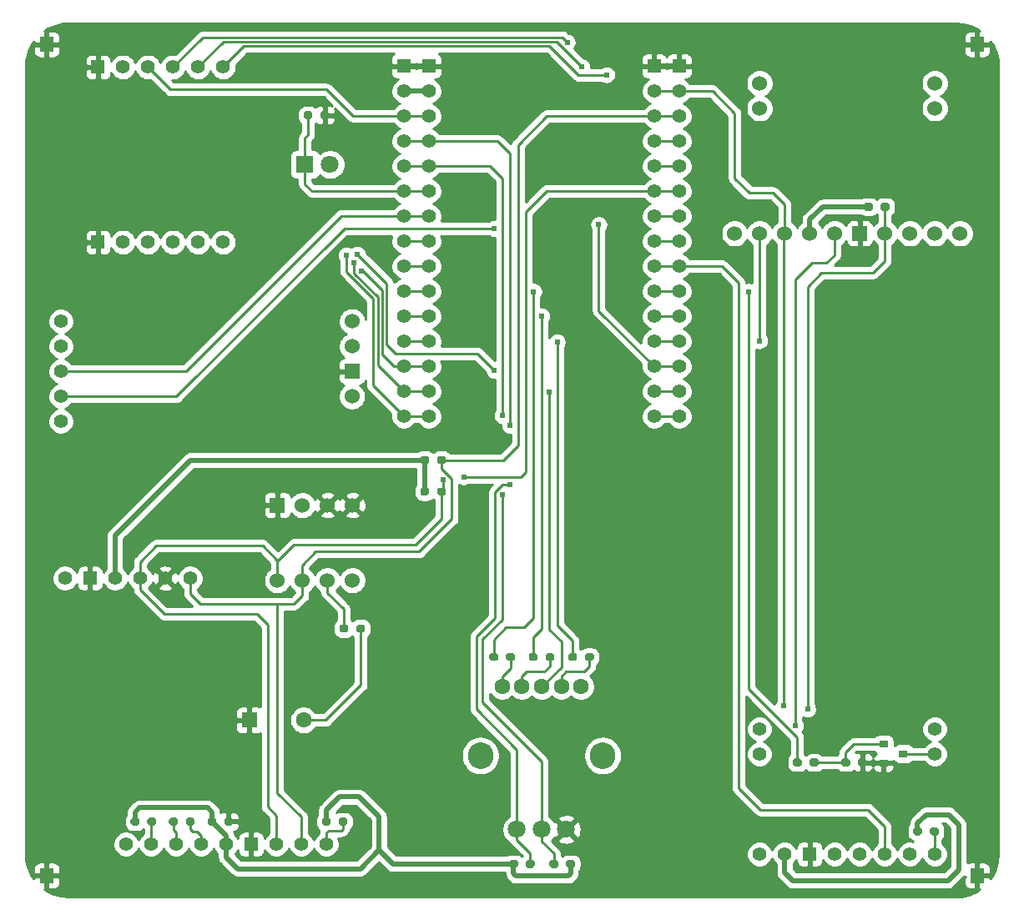
<source format=gtl>
%TF.GenerationSoftware,KiCad,Pcbnew,(5.1.10-1-10_14)*%
%TF.CreationDate,2021-12-01T23:10:12+09:00*%
%TF.ProjectId,EB-ESP32,45422d45-5350-4333-922e-6b696361645f,V1.0*%
%TF.SameCoordinates,Original*%
%TF.FileFunction,Copper,L1,Top*%
%TF.FilePolarity,Positive*%
%FSLAX46Y46*%
G04 Gerber Fmt 4.6, Leading zero omitted, Abs format (unit mm)*
G04 Created by KiCad (PCBNEW (5.1.10-1-10_14)) date 2021-12-01 23:10:12*
%MOMM*%
%LPD*%
G01*
G04 APERTURE LIST*
%TA.AperFunction,ComponentPad*%
%ADD10R,1.400000X1.524000*%
%TD*%
%TA.AperFunction,ComponentPad*%
%ADD11R,1.600000X1.600000*%
%TD*%
%TA.AperFunction,ComponentPad*%
%ADD12C,1.600000*%
%TD*%
%TA.AperFunction,SMDPad,CuDef*%
%ADD13R,0.900000X0.800000*%
%TD*%
%TA.AperFunction,ComponentPad*%
%ADD14C,1.800000*%
%TD*%
%TA.AperFunction,ComponentPad*%
%ADD15R,1.800000X1.800000*%
%TD*%
%TA.AperFunction,ComponentPad*%
%ADD16C,1.400000*%
%TD*%
%TA.AperFunction,ComponentPad*%
%ADD17R,1.400000X1.400000*%
%TD*%
%TA.AperFunction,ComponentPad*%
%ADD18O,2.600000X2.700000*%
%TD*%
%TA.AperFunction,ComponentPad*%
%ADD19C,1.524000*%
%TD*%
%TA.AperFunction,ComponentPad*%
%ADD20R,1.524000X1.524000*%
%TD*%
%TA.AperFunction,ViaPad*%
%ADD21C,0.609600*%
%TD*%
%TA.AperFunction,Conductor*%
%ADD22C,0.508000*%
%TD*%
%TA.AperFunction,Conductor*%
%ADD23C,0.254000*%
%TD*%
%TA.AperFunction,Conductor*%
%ADD24C,0.100000*%
%TD*%
G04 APERTURE END LIST*
D10*
%TO.P,TP4,1*%
%TO.N,GND*%
X-47200000Y-42200000D03*
%TD*%
%TO.P,TP3,1*%
%TO.N,GND*%
X47200000Y-42200000D03*
%TD*%
%TO.P,TP2,1*%
%TO.N,GND*%
X47200000Y42200000D03*
%TD*%
%TO.P,TP1,1*%
%TO.N,GND*%
X-47200000Y42200000D03*
%TD*%
D11*
%TO.P,C1,2*%
%TO.N,GND*%
X-26650000Y-26400000D03*
D12*
%TO.P,C1,1*%
%TO.N,Net-(C1-Pad1)*%
X-21150000Y-26400000D03*
%TD*%
%TO.P,R14,1*%
%TO.N,+3V3*%
%TA.AperFunction,SMDPad,CuDef*%
G36*
G01*
X-19300000Y-36900000D02*
X-19300000Y-36500000D01*
G75*
G02*
X-19100000Y-36300000I200000J0D01*
G01*
X-18600000Y-36300000D01*
G75*
G02*
X-18400000Y-36500000I0J-200000D01*
G01*
X-18400000Y-36900000D01*
G75*
G02*
X-18600000Y-37100000I-200000J0D01*
G01*
X-19100000Y-37100000D01*
G75*
G02*
X-19300000Y-36900000I0J200000D01*
G01*
G37*
%TD.AperFunction*%
%TO.P,R14,2*%
%TO.N,Net-(J9-Pad9)*%
%TA.AperFunction,SMDPad,CuDef*%
G36*
G01*
X-17600000Y-36900000D02*
X-17600000Y-36500000D01*
G75*
G02*
X-17400000Y-36300000I200000J0D01*
G01*
X-16900000Y-36300000D01*
G75*
G02*
X-16700000Y-36500000I0J-200000D01*
G01*
X-16700000Y-36900000D01*
G75*
G02*
X-16900000Y-37100000I-200000J0D01*
G01*
X-17400000Y-37100000D01*
G75*
G02*
X-17600000Y-36900000I0J200000D01*
G01*
G37*
%TD.AperFunction*%
%TD*%
%TO.P,R13,1*%
%TO.N,Net-(Q2-Pad1)*%
%TA.AperFunction,SMDPad,CuDef*%
G36*
G01*
X33400000Y-30900000D02*
X33400000Y-30500000D01*
G75*
G02*
X33600000Y-30300000I200000J0D01*
G01*
X34100000Y-30300000D01*
G75*
G02*
X34300000Y-30500000I0J-200000D01*
G01*
X34300000Y-30900000D01*
G75*
G02*
X34100000Y-31100000I-200000J0D01*
G01*
X33600000Y-31100000D01*
G75*
G02*
X33400000Y-30900000I0J200000D01*
G01*
G37*
%TD.AperFunction*%
%TO.P,R13,2*%
%TO.N,GND*%
%TA.AperFunction,SMDPad,CuDef*%
G36*
G01*
X35100000Y-30900000D02*
X35100000Y-30500000D01*
G75*
G02*
X35300000Y-30300000I200000J0D01*
G01*
X35800000Y-30300000D01*
G75*
G02*
X36000000Y-30500000I0J-200000D01*
G01*
X36000000Y-30900000D01*
G75*
G02*
X35800000Y-31100000I-200000J0D01*
G01*
X35300000Y-31100000D01*
G75*
G02*
X35100000Y-30900000I0J200000D01*
G01*
G37*
%TD.AperFunction*%
%TD*%
%TO.P,R12,1*%
%TO.N,TFT_LED*%
%TA.AperFunction,SMDPad,CuDef*%
G36*
G01*
X28500000Y-30900000D02*
X28500000Y-30500000D01*
G75*
G02*
X28700000Y-30300000I200000J0D01*
G01*
X29200000Y-30300000D01*
G75*
G02*
X29400000Y-30500000I0J-200000D01*
G01*
X29400000Y-30900000D01*
G75*
G02*
X29200000Y-31100000I-200000J0D01*
G01*
X28700000Y-31100000D01*
G75*
G02*
X28500000Y-30900000I0J200000D01*
G01*
G37*
%TD.AperFunction*%
%TO.P,R12,2*%
%TO.N,Net-(Q2-Pad1)*%
%TA.AperFunction,SMDPad,CuDef*%
G36*
G01*
X30200000Y-30900000D02*
X30200000Y-30500000D01*
G75*
G02*
X30400000Y-30300000I200000J0D01*
G01*
X30900000Y-30300000D01*
G75*
G02*
X31100000Y-30500000I0J-200000D01*
G01*
X31100000Y-30900000D01*
G75*
G02*
X30900000Y-31100000I-200000J0D01*
G01*
X30400000Y-31100000D01*
G75*
G02*
X30200000Y-30900000I0J200000D01*
G01*
G37*
%TD.AperFunction*%
%TD*%
%TO.P,R11,1*%
%TO.N,+3V3*%
%TA.AperFunction,SMDPad,CuDef*%
G36*
G01*
X40700000Y-37900000D02*
X40700000Y-37500000D01*
G75*
G02*
X40900000Y-37300000I200000J0D01*
G01*
X41400000Y-37300000D01*
G75*
G02*
X41600000Y-37500000I0J-200000D01*
G01*
X41600000Y-37900000D01*
G75*
G02*
X41400000Y-38100000I-200000J0D01*
G01*
X40900000Y-38100000D01*
G75*
G02*
X40700000Y-37900000I0J200000D01*
G01*
G37*
%TD.AperFunction*%
%TO.P,R11,2*%
%TO.N,Net-(J8-Pad8)*%
%TA.AperFunction,SMDPad,CuDef*%
G36*
G01*
X42400000Y-37900000D02*
X42400000Y-37500000D01*
G75*
G02*
X42600000Y-37300000I200000J0D01*
G01*
X43100000Y-37300000D01*
G75*
G02*
X43300000Y-37500000I0J-200000D01*
G01*
X43300000Y-37900000D01*
G75*
G02*
X43100000Y-38100000I-200000J0D01*
G01*
X42600000Y-38100000D01*
G75*
G02*
X42400000Y-37900000I0J200000D01*
G01*
G37*
%TD.AperFunction*%
%TD*%
%TO.P,R10,1*%
%TO.N,LED_B*%
%TA.AperFunction,SMDPad,CuDef*%
G36*
G01*
X5700000Y-20200000D02*
X5700000Y-19800000D01*
G75*
G02*
X5900000Y-19600000I200000J0D01*
G01*
X6400000Y-19600000D01*
G75*
G02*
X6600000Y-19800000I0J-200000D01*
G01*
X6600000Y-20200000D01*
G75*
G02*
X6400000Y-20400000I-200000J0D01*
G01*
X5900000Y-20400000D01*
G75*
G02*
X5700000Y-20200000I0J200000D01*
G01*
G37*
%TD.AperFunction*%
%TO.P,R10,2*%
%TO.N,Net-(J7-Pad4)*%
%TA.AperFunction,SMDPad,CuDef*%
G36*
G01*
X7400000Y-20200000D02*
X7400000Y-19800000D01*
G75*
G02*
X7600000Y-19600000I200000J0D01*
G01*
X8100000Y-19600000D01*
G75*
G02*
X8300000Y-19800000I0J-200000D01*
G01*
X8300000Y-20200000D01*
G75*
G02*
X8100000Y-20400000I-200000J0D01*
G01*
X7600000Y-20400000D01*
G75*
G02*
X7400000Y-20200000I0J200000D01*
G01*
G37*
%TD.AperFunction*%
%TD*%
%TO.P,R9,1*%
%TO.N,LED_G*%
%TA.AperFunction,SMDPad,CuDef*%
G36*
G01*
X1700000Y-20200000D02*
X1700000Y-19800000D01*
G75*
G02*
X1900000Y-19600000I200000J0D01*
G01*
X2400000Y-19600000D01*
G75*
G02*
X2600000Y-19800000I0J-200000D01*
G01*
X2600000Y-20200000D01*
G75*
G02*
X2400000Y-20400000I-200000J0D01*
G01*
X1900000Y-20400000D01*
G75*
G02*
X1700000Y-20200000I0J200000D01*
G01*
G37*
%TD.AperFunction*%
%TO.P,R9,2*%
%TO.N,Net-(J7-Pad2)*%
%TA.AperFunction,SMDPad,CuDef*%
G36*
G01*
X3400000Y-20200000D02*
X3400000Y-19800000D01*
G75*
G02*
X3600000Y-19600000I200000J0D01*
G01*
X4100000Y-19600000D01*
G75*
G02*
X4300000Y-19800000I0J-200000D01*
G01*
X4300000Y-20200000D01*
G75*
G02*
X4100000Y-20400000I-200000J0D01*
G01*
X3600000Y-20400000D01*
G75*
G02*
X3400000Y-20200000I0J200000D01*
G01*
G37*
%TD.AperFunction*%
%TD*%
%TO.P,R8,1*%
%TO.N,LED_R*%
%TA.AperFunction,SMDPad,CuDef*%
G36*
G01*
X-2300000Y-20200000D02*
X-2300000Y-19800000D01*
G75*
G02*
X-2100000Y-19600000I200000J0D01*
G01*
X-1600000Y-19600000D01*
G75*
G02*
X-1400000Y-19800000I0J-200000D01*
G01*
X-1400000Y-20200000D01*
G75*
G02*
X-1600000Y-20400000I-200000J0D01*
G01*
X-2100000Y-20400000D01*
G75*
G02*
X-2300000Y-20200000I0J200000D01*
G01*
G37*
%TD.AperFunction*%
%TO.P,R8,2*%
%TO.N,Net-(J7-Pad1)*%
%TA.AperFunction,SMDPad,CuDef*%
G36*
G01*
X-600000Y-20200000D02*
X-600000Y-19800000D01*
G75*
G02*
X-400000Y-19600000I200000J0D01*
G01*
X100000Y-19600000D01*
G75*
G02*
X300000Y-19800000I0J-200000D01*
G01*
X300000Y-20200000D01*
G75*
G02*
X100000Y-20400000I-200000J0D01*
G01*
X-400000Y-20400000D01*
G75*
G02*
X-600000Y-20200000I0J200000D01*
G01*
G37*
%TD.AperFunction*%
%TD*%
%TO.P,R7,1*%
%TO.N,+3V3*%
%TA.AperFunction,SMDPad,CuDef*%
G36*
G01*
X6400000Y-40800000D02*
X6400000Y-41200000D01*
G75*
G02*
X6200000Y-41400000I-200000J0D01*
G01*
X5700000Y-41400000D01*
G75*
G02*
X5500000Y-41200000I0J200000D01*
G01*
X5500000Y-40800000D01*
G75*
G02*
X5700000Y-40600000I200000J0D01*
G01*
X6200000Y-40600000D01*
G75*
G02*
X6400000Y-40800000I0J-200000D01*
G01*
G37*
%TD.AperFunction*%
%TO.P,R7,2*%
%TO.N,ENCODER_B*%
%TA.AperFunction,SMDPad,CuDef*%
G36*
G01*
X4700000Y-40800000D02*
X4700000Y-41200000D01*
G75*
G02*
X4500000Y-41400000I-200000J0D01*
G01*
X4000000Y-41400000D01*
G75*
G02*
X3800000Y-41200000I0J200000D01*
G01*
X3800000Y-40800000D01*
G75*
G02*
X4000000Y-40600000I200000J0D01*
G01*
X4500000Y-40600000D01*
G75*
G02*
X4700000Y-40800000I0J-200000D01*
G01*
G37*
%TD.AperFunction*%
%TD*%
%TO.P,R6,1*%
%TO.N,+3V3*%
%TA.AperFunction,SMDPad,CuDef*%
G36*
G01*
X-300000Y-41200000D02*
X-300000Y-40800000D01*
G75*
G02*
X-100000Y-40600000I200000J0D01*
G01*
X400000Y-40600000D01*
G75*
G02*
X600000Y-40800000I0J-200000D01*
G01*
X600000Y-41200000D01*
G75*
G02*
X400000Y-41400000I-200000J0D01*
G01*
X-100000Y-41400000D01*
G75*
G02*
X-300000Y-41200000I0J200000D01*
G01*
G37*
%TD.AperFunction*%
%TO.P,R6,2*%
%TO.N,ENCODER_A*%
%TA.AperFunction,SMDPad,CuDef*%
G36*
G01*
X1400000Y-41200000D02*
X1400000Y-40800000D01*
G75*
G02*
X1600000Y-40600000I200000J0D01*
G01*
X2100000Y-40600000D01*
G75*
G02*
X2300000Y-40800000I0J-200000D01*
G01*
X2300000Y-41200000D01*
G75*
G02*
X2100000Y-41400000I-200000J0D01*
G01*
X1600000Y-41400000D01*
G75*
G02*
X1400000Y-41200000I0J200000D01*
G01*
G37*
%TD.AperFunction*%
%TD*%
%TO.P,R5,1*%
%TO.N,Net-(J3-Pad7)*%
%TA.AperFunction,SMDPad,CuDef*%
G36*
G01*
X-17500000Y-17300000D02*
X-17500000Y-16900000D01*
G75*
G02*
X-17300000Y-16700000I200000J0D01*
G01*
X-16800000Y-16700000D01*
G75*
G02*
X-16600000Y-16900000I0J-200000D01*
G01*
X-16600000Y-17300000D01*
G75*
G02*
X-16800000Y-17500000I-200000J0D01*
G01*
X-17300000Y-17500000D01*
G75*
G02*
X-17500000Y-17300000I0J200000D01*
G01*
G37*
%TD.AperFunction*%
%TO.P,R5,2*%
%TO.N,Net-(C1-Pad1)*%
%TA.AperFunction,SMDPad,CuDef*%
G36*
G01*
X-15800000Y-17300000D02*
X-15800000Y-16900000D01*
G75*
G02*
X-15600000Y-16700000I200000J0D01*
G01*
X-15100000Y-16700000D01*
G75*
G02*
X-14900000Y-16900000I0J-200000D01*
G01*
X-14900000Y-17300000D01*
G75*
G02*
X-15100000Y-17500000I-200000J0D01*
G01*
X-15600000Y-17500000D01*
G75*
G02*
X-15800000Y-17300000I0J200000D01*
G01*
G37*
%TD.AperFunction*%
%TD*%
%TO.P,R4,1*%
%TO.N,+3V3*%
%TA.AperFunction,SMDPad,CuDef*%
G36*
G01*
X35700000Y25500000D02*
X35700000Y25900000D01*
G75*
G02*
X35900000Y26100000I200000J0D01*
G01*
X36400000Y26100000D01*
G75*
G02*
X36600000Y25900000I0J-200000D01*
G01*
X36600000Y25500000D01*
G75*
G02*
X36400000Y25300000I-200000J0D01*
G01*
X35900000Y25300000D01*
G75*
G02*
X35700000Y25500000I0J200000D01*
G01*
G37*
%TD.AperFunction*%
%TO.P,R4,2*%
%TO.N,SPI_MISO*%
%TA.AperFunction,SMDPad,CuDef*%
G36*
G01*
X37400000Y25500000D02*
X37400000Y25900000D01*
G75*
G02*
X37600000Y26100000I200000J0D01*
G01*
X38100000Y26100000D01*
G75*
G02*
X38300000Y25900000I0J-200000D01*
G01*
X38300000Y25500000D01*
G75*
G02*
X38100000Y25300000I-200000J0D01*
G01*
X37600000Y25300000D01*
G75*
G02*
X37400000Y25500000I0J200000D01*
G01*
G37*
%TD.AperFunction*%
%TD*%
%TO.P,R3,1*%
%TO.N,ADC_LIGHT*%
%TA.AperFunction,SMDPad,CuDef*%
G36*
G01*
X-21150000Y34800000D02*
X-21150000Y35200000D01*
G75*
G02*
X-20950000Y35400000I200000J0D01*
G01*
X-20450000Y35400000D01*
G75*
G02*
X-20250000Y35200000I0J-200000D01*
G01*
X-20250000Y34800000D01*
G75*
G02*
X-20450000Y34600000I-200000J0D01*
G01*
X-20950000Y34600000D01*
G75*
G02*
X-21150000Y34800000I0J200000D01*
G01*
G37*
%TD.AperFunction*%
%TO.P,R3,2*%
%TO.N,GND*%
%TA.AperFunction,SMDPad,CuDef*%
G36*
G01*
X-19450000Y34800000D02*
X-19450000Y35200000D01*
G75*
G02*
X-19250000Y35400000I200000J0D01*
G01*
X-18750000Y35400000D01*
G75*
G02*
X-18550000Y35200000I0J-200000D01*
G01*
X-18550000Y34800000D01*
G75*
G02*
X-18750000Y34600000I-200000J0D01*
G01*
X-19250000Y34600000D01*
G75*
G02*
X-19450000Y34800000I0J200000D01*
G01*
G37*
%TD.AperFunction*%
%TD*%
%TO.P,R2,1*%
%TO.N,+3V3*%
%TA.AperFunction,SMDPad,CuDef*%
G36*
G01*
X-9300000Y-3400000D02*
X-9300000Y-3000000D01*
G75*
G02*
X-9100000Y-2800000I200000J0D01*
G01*
X-8600000Y-2800000D01*
G75*
G02*
X-8400000Y-3000000I0J-200000D01*
G01*
X-8400000Y-3400000D01*
G75*
G02*
X-8600000Y-3600000I-200000J0D01*
G01*
X-9100000Y-3600000D01*
G75*
G02*
X-9300000Y-3400000I0J200000D01*
G01*
G37*
%TD.AperFunction*%
%TO.P,R2,2*%
%TO.N,I2C_SDA*%
%TA.AperFunction,SMDPad,CuDef*%
G36*
G01*
X-7600000Y-3400000D02*
X-7600000Y-3000000D01*
G75*
G02*
X-7400000Y-2800000I200000J0D01*
G01*
X-6900000Y-2800000D01*
G75*
G02*
X-6700000Y-3000000I0J-200000D01*
G01*
X-6700000Y-3400000D01*
G75*
G02*
X-6900000Y-3600000I-200000J0D01*
G01*
X-7400000Y-3600000D01*
G75*
G02*
X-7600000Y-3400000I0J200000D01*
G01*
G37*
%TD.AperFunction*%
%TD*%
%TO.P,R1,1*%
%TO.N,+3V3*%
%TA.AperFunction,SMDPad,CuDef*%
G36*
G01*
X-9300000Y-200000D02*
X-9300000Y200000D01*
G75*
G02*
X-9100000Y400000I200000J0D01*
G01*
X-8600000Y400000D01*
G75*
G02*
X-8400000Y200000I0J-200000D01*
G01*
X-8400000Y-200000D01*
G75*
G02*
X-8600000Y-400000I-200000J0D01*
G01*
X-9100000Y-400000D01*
G75*
G02*
X-9300000Y-200000I0J200000D01*
G01*
G37*
%TD.AperFunction*%
%TO.P,R1,2*%
%TO.N,I2C_SCL*%
%TA.AperFunction,SMDPad,CuDef*%
G36*
G01*
X-7600000Y-200000D02*
X-7600000Y200000D01*
G75*
G02*
X-7400000Y400000I200000J0D01*
G01*
X-6900000Y400000D01*
G75*
G02*
X-6700000Y200000I0J-200000D01*
G01*
X-6700000Y-200000D01*
G75*
G02*
X-6900000Y-400000I-200000J0D01*
G01*
X-7400000Y-400000D01*
G75*
G02*
X-7600000Y-200000I0J200000D01*
G01*
G37*
%TD.AperFunction*%
%TD*%
D13*
%TO.P,Q2,3*%
%TO.N,Net-(J8-Pad9)*%
X39700000Y-29800000D03*
%TO.P,Q2,2*%
%TO.N,GND*%
X37700000Y-30750000D03*
%TO.P,Q2,1*%
%TO.N,Net-(Q2-Pad1)*%
X37700000Y-28850000D03*
%TD*%
D14*
%TO.P,Q1,1*%
%TO.N,+3V3*%
X-18460000Y30000000D03*
D15*
%TO.P,Q1,2*%
%TO.N,ADC_LIGHT*%
X-21000000Y30000000D03*
%TD*%
D16*
%TO.P,J9,9*%
%TO.N,Net-(J9-Pad9)*%
X-18840000Y-39000000D03*
%TO.P,J9,8*%
%TO.N,I2C_SCL*%
X-21380000Y-39000000D03*
%TO.P,J9,7*%
%TO.N,I2C_SDA*%
X-23920000Y-39000000D03*
D17*
%TO.P,J9,6*%
%TO.N,GND*%
X-26460000Y-39000000D03*
D16*
%TO.P,J9,5*%
%TO.N,+3V3*%
X-29000000Y-39000000D03*
%TO.P,J9,4*%
%TO.N,Net-(C4-Pad2)*%
X-31540000Y-39000000D03*
%TO.P,J9,3*%
%TO.N,Net-(C4-Pad1)*%
X-34080000Y-39000000D03*
%TO.P,J9,2*%
%TO.N,Net-(C3-Pad2)*%
X-36620000Y-39000000D03*
%TO.P,J9,1*%
%TO.N,Net-(J9-Pad1)*%
X-39160000Y-39000000D03*
%TD*%
%TO.P,J8,*%
%TO.N,*%
X25110000Y-27300000D03*
X25110000Y-29840000D03*
X42890000Y-27300000D03*
%TO.P,J8,9*%
%TO.N,Net-(J8-Pad9)*%
X42890000Y-29840000D03*
%TO.P,J8,8*%
%TO.N,Net-(J8-Pad8)*%
X42890000Y-40000000D03*
%TO.P,J8,7*%
%TO.N,SPI_MISO*%
X40350000Y-40000000D03*
%TO.P,J8,6*%
%TO.N,TFT_CS*%
X37810000Y-40000000D03*
%TO.P,J8,5*%
%TO.N,SPI_MOSI*%
X35270000Y-40000000D03*
%TO.P,J8,4*%
%TO.N,SPI_CLK*%
X32730000Y-40000000D03*
D17*
%TO.P,J8,3*%
%TO.N,GND*%
X30190000Y-40000000D03*
D16*
%TO.P,J8,2*%
%TO.N,+3V3*%
X27650000Y-40000000D03*
%TO.P,J8,1*%
X25110000Y-40000000D03*
%TD*%
D18*
%TO.P,J7,*%
%TO.N,*%
X9200000Y-30000000D03*
X-3200000Y-30000000D03*
D14*
%TO.P,J7,8*%
%TO.N,GND*%
X5500000Y-37500000D03*
%TO.P,J7,7*%
%TO.N,ENCODER_B*%
X3000000Y-37500000D03*
%TO.P,J7,6*%
%TO.N,ENCODER_A*%
X500000Y-37500000D03*
D12*
%TO.P,J7,5*%
%TO.N,+3V3*%
X7000000Y-23000000D03*
%TO.P,J7,4*%
%TO.N,Net-(J7-Pad4)*%
X5000000Y-23000000D03*
%TO.P,J7,3*%
%TO.N,SW*%
X3000000Y-23000000D03*
%TO.P,J7,2*%
%TO.N,Net-(J7-Pad2)*%
X1000000Y-23000000D03*
%TO.P,J7,1*%
%TO.N,Net-(J7-Pad1)*%
X-1000000Y-23000000D03*
%TD*%
D19*
%TO.P,J6,9*%
%TO.N,Net-(J6-Pad9)*%
X-16230000Y14080000D03*
%TO.P,J6,8*%
%TO.N,Net-(J6-Pad8)*%
X-16230000Y11540000D03*
D20*
%TO.P,J6,7*%
%TO.N,GND*%
X-16230000Y9000000D03*
D19*
%TO.P,J6,6*%
%TO.N,+5V*%
X-16230000Y6460000D03*
D16*
%TO.P,J6,5*%
%TO.N,Net-(J6-Pad5)*%
X-45770000Y3920000D03*
%TO.P,J6,4*%
%TO.N,UART2_TXD*%
X-45770000Y6460000D03*
%TO.P,J6,3*%
%TO.N,UART2_RXD*%
X-45770000Y9000000D03*
%TO.P,J6,2*%
%TO.N,Net-(J6-Pad2)*%
X-45770000Y11540000D03*
%TO.P,J6,1*%
%TO.N,Net-(J6-Pad1)*%
X-45770000Y14080000D03*
%TD*%
%TO.P,J5,16*%
%TO.N,FT_TDO*%
X16970000Y4440000D03*
%TO.P,J5,18*%
%TO.N,BOOT*%
X16970000Y9520000D03*
%TO.P,J5,19*%
%TO.N,SD_CS*%
X16970000Y12060000D03*
%TO.P,J5,20*%
%TO.N,UART2_TXD*%
X16970000Y14600000D03*
%TO.P,J5,21*%
%TO.N,TFT_LED*%
X16970000Y17140000D03*
%TO.P,J5,22*%
%TO.N,TFT_CS*%
X16970000Y19680000D03*
%TO.P,J5,23*%
%TO.N,SPI_CLK*%
X16970000Y22220000D03*
%TO.P,J5,24*%
%TO.N,SPI_MISO*%
X16970000Y24760000D03*
%TO.P,J5,25*%
%TO.N,I2C_SDA*%
X16970000Y27300000D03*
%TO.P,J5,26*%
%TO.N,FT_TXD*%
X16970000Y29840000D03*
%TO.P,J5,27*%
%TO.N,FT_RXD*%
X16970000Y32380000D03*
%TO.P,J5,28*%
%TO.N,I2C_SCL*%
X16970000Y34920000D03*
%TO.P,J5,29*%
%TO.N,SPI_MOSI*%
X16970000Y37460000D03*
D17*
%TO.P,J5,30*%
%TO.N,GND*%
X16970000Y40000000D03*
D16*
%TO.P,J5,17*%
%TO.N,SW*%
X16970000Y6980000D03*
D17*
%TO.P,J5,1*%
%TO.N,GND*%
X-10970000Y40000000D03*
D16*
%TO.P,J5,5*%
%TO.N,ENCODER_B*%
X-10970000Y29840000D03*
%TO.P,J5,7*%
%TO.N,UART2_RXD*%
X-10970000Y24760000D03*
%TO.P,J5,15*%
%TO.N,FT_TCK*%
X-10970000Y4440000D03*
%TO.P,J5,3*%
%TO.N,EN*%
X-10970000Y34920000D03*
%TO.P,J5,2*%
%TO.N,+3V3*%
X-10970000Y37460000D03*
%TO.P,J5,12*%
%TO.N,LED_B*%
X-10970000Y12060000D03*
%TO.P,J5,13*%
%TO.N,FT_TMS*%
X-10970000Y9520000D03*
%TO.P,J5,14*%
%TO.N,FT_TDI*%
X-10970000Y6980000D03*
%TO.P,J5,4*%
%TO.N,ENCODER_A*%
X-10970000Y32380000D03*
%TO.P,J5,6*%
%TO.N,ADC_LIGHT*%
X-10970000Y27300000D03*
%TO.P,J5,8*%
%TO.N,Net-(J5-Pad8)*%
X-10970000Y22220000D03*
%TO.P,J5,9*%
%TO.N,Net-(J5-Pad9)*%
X-10970000Y19680000D03*
%TO.P,J5,10*%
%TO.N,LED_R*%
X-10970000Y17140000D03*
%TO.P,J5,11*%
%TO.N,LED_G*%
X-10970000Y14600000D03*
%TO.P,J5,17*%
%TO.N,SW*%
X14430000Y6980000D03*
D17*
%TO.P,J5,30*%
%TO.N,GND*%
X14430000Y40000000D03*
D16*
%TO.P,J5,29*%
%TO.N,SPI_MOSI*%
X14430000Y37460000D03*
%TO.P,J5,28*%
%TO.N,I2C_SCL*%
X14430000Y34920000D03*
%TO.P,J5,27*%
%TO.N,FT_RXD*%
X14430000Y32380000D03*
%TO.P,J5,26*%
%TO.N,FT_TXD*%
X14430000Y29840000D03*
%TO.P,J5,25*%
%TO.N,I2C_SDA*%
X14430000Y27300000D03*
%TO.P,J5,24*%
%TO.N,SPI_MISO*%
X14430000Y24760000D03*
%TO.P,J5,23*%
%TO.N,SPI_CLK*%
X14430000Y22220000D03*
%TO.P,J5,22*%
%TO.N,TFT_CS*%
X14430000Y19680000D03*
%TO.P,J5,21*%
%TO.N,TFT_LED*%
X14430000Y17140000D03*
%TO.P,J5,20*%
%TO.N,UART2_TXD*%
X14430000Y14600000D03*
%TO.P,J5,19*%
%TO.N,SD_CS*%
X14430000Y12060000D03*
%TO.P,J5,18*%
%TO.N,BOOT*%
X14430000Y9520000D03*
%TO.P,J5,16*%
%TO.N,FT_TDO*%
X14430000Y4440000D03*
%TO.P,J5,15*%
%TO.N,FT_TCK*%
X-8430000Y4440000D03*
%TO.P,J5,14*%
%TO.N,FT_TDI*%
X-8430000Y6980000D03*
%TO.P,J5,13*%
%TO.N,FT_TMS*%
X-8430000Y9520000D03*
%TO.P,J5,12*%
%TO.N,LED_B*%
X-8430000Y12060000D03*
%TO.P,J5,11*%
%TO.N,LED_G*%
X-8430000Y14600000D03*
%TO.P,J5,10*%
%TO.N,LED_R*%
X-8430000Y17140000D03*
%TO.P,J5,9*%
%TO.N,Net-(J5-Pad9)*%
X-8430000Y19680000D03*
%TO.P,J5,8*%
%TO.N,Net-(J5-Pad8)*%
X-8430000Y22220000D03*
%TO.P,J5,7*%
%TO.N,UART2_RXD*%
X-8430000Y24760000D03*
%TO.P,J5,6*%
%TO.N,ADC_LIGHT*%
X-8430000Y27300000D03*
%TO.P,J5,5*%
%TO.N,ENCODER_B*%
X-8430000Y29840000D03*
%TO.P,J5,4*%
%TO.N,ENCODER_A*%
X-8430000Y32380000D03*
%TO.P,J5,3*%
%TO.N,EN*%
X-8430000Y34920000D03*
%TO.P,J5,2*%
%TO.N,+3V3*%
X-8430000Y37460000D03*
D17*
%TO.P,J5,1*%
%TO.N,GND*%
X-8430000Y40000000D03*
%TD*%
%TO.P,J4,12*%
%TO.N,GND*%
X-42000000Y39890000D03*
D16*
%TO.P,J4,11*%
%TO.N,+3V3*%
X-39460000Y39890000D03*
%TO.P,J4,10*%
%TO.N,EN*%
X-36920000Y39890000D03*
%TO.P,J4,9*%
%TO.N,BOOT*%
X-34380000Y39890000D03*
%TO.P,J4,8*%
%TO.N,FT_TXD*%
X-31840000Y39890000D03*
%TO.P,J4,7*%
%TO.N,FT_RXD*%
X-29300000Y39890000D03*
%TO.P,J4,6*%
%TO.N,FT_TDO*%
X-29300000Y22110000D03*
%TO.P,J4,5*%
%TO.N,FT_TCK*%
X-31840000Y22110000D03*
%TO.P,J4,4*%
%TO.N,FT_TDI*%
X-34380000Y22110000D03*
%TO.P,J4,3*%
%TO.N,FT_TMS*%
X-36920000Y22110000D03*
%TO.P,J4,2*%
%TO.N,+5V*%
X-39460000Y22110000D03*
D17*
%TO.P,J4,1*%
%TO.N,GND*%
X-42000000Y22110000D03*
%TD*%
D19*
%TO.P,J3,8*%
%TO.N,+3V3*%
X-16190000Y-12210000D03*
%TO.P,J3,7*%
%TO.N,Net-(J3-Pad7)*%
X-18730000Y-12210000D03*
%TO.P,J3,6*%
%TO.N,I2C_SCL*%
X-21270000Y-12210000D03*
%TO.P,J3,5*%
%TO.N,I2C_SDA*%
X-23810000Y-12210000D03*
D20*
%TO.P,J3,4*%
%TO.N,GND*%
X-23810000Y-4590000D03*
D19*
%TO.P,J3,3*%
%TO.N,Net-(J3-Pad3)*%
X-21270000Y-4590000D03*
%TO.P,J3,2*%
%TO.N,GND*%
X-18730000Y-4590000D03*
%TO.P,J3,1*%
X-16190000Y-4590000D03*
%TD*%
D16*
%TO.P,J2,6*%
%TO.N,I2C_SCL*%
X-32650000Y-12000000D03*
%TO.P,J2,5*%
%TO.N,GND*%
X-35190000Y-12000000D03*
%TO.P,J2,4*%
%TO.N,I2C_SDA*%
X-37730000Y-12000000D03*
%TO.P,J2,3*%
%TO.N,+3V3*%
X-40270000Y-12000000D03*
D17*
%TO.P,J2,2*%
%TO.N,GND*%
X-42810000Y-12000000D03*
D16*
%TO.P,J2,1*%
%TO.N,+3V3*%
X-45350000Y-12000000D03*
%TD*%
D19*
%TO.P,J1,*%
%TO.N,*%
X42890000Y38240000D03*
X42890000Y35700000D03*
X25110000Y38240000D03*
X25110000Y35700000D03*
%TO.P,J1,10*%
%TO.N,Net-(J1-Pad10)*%
X45430000Y23000000D03*
%TO.P,J1,9*%
%TO.N,Net-(J1-Pad9)*%
X42890000Y23000000D03*
%TO.P,J1,8*%
%TO.N,Net-(J1-Pad8)*%
X40350000Y23000000D03*
%TO.P,J1,7*%
%TO.N,SPI_MISO*%
X37810000Y23000000D03*
D20*
%TO.P,J1,6*%
%TO.N,GND*%
X35270000Y23000000D03*
D19*
%TO.P,J1,5*%
%TO.N,SPI_CLK*%
X32730000Y23000000D03*
%TO.P,J1,4*%
%TO.N,+3V3*%
X30190000Y23000000D03*
%TO.P,J1,3*%
%TO.N,SPI_MOSI*%
X27650000Y23000000D03*
%TO.P,J1,2*%
%TO.N,SD_CS*%
X25110000Y23000000D03*
%TO.P,J1,1*%
%TO.N,Net-(J1-Pad1)*%
X22570000Y23000000D03*
%TD*%
%TO.P,C4,1*%
%TO.N,Net-(C4-Pad1)*%
%TA.AperFunction,SMDPad,CuDef*%
G36*
G01*
X-34800000Y-36900000D02*
X-34800000Y-36500000D01*
G75*
G02*
X-34600000Y-36300000I200000J0D01*
G01*
X-34100000Y-36300000D01*
G75*
G02*
X-33900000Y-36500000I0J-200000D01*
G01*
X-33900000Y-36900000D01*
G75*
G02*
X-34100000Y-37100000I-200000J0D01*
G01*
X-34600000Y-37100000D01*
G75*
G02*
X-34800000Y-36900000I0J200000D01*
G01*
G37*
%TD.AperFunction*%
%TO.P,C4,2*%
%TO.N,Net-(C4-Pad2)*%
%TA.AperFunction,SMDPad,CuDef*%
G36*
G01*
X-33100000Y-36900000D02*
X-33100000Y-36500000D01*
G75*
G02*
X-32900000Y-36300000I200000J0D01*
G01*
X-32400000Y-36300000D01*
G75*
G02*
X-32200000Y-36500000I0J-200000D01*
G01*
X-32200000Y-36900000D01*
G75*
G02*
X-32400000Y-37100000I-200000J0D01*
G01*
X-32900000Y-37100000D01*
G75*
G02*
X-33100000Y-36900000I0J200000D01*
G01*
G37*
%TD.AperFunction*%
%TD*%
%TO.P,C3,1*%
%TO.N,+3V3*%
%TA.AperFunction,SMDPad,CuDef*%
G36*
G01*
X-38700000Y-36900000D02*
X-38700000Y-36500000D01*
G75*
G02*
X-38500000Y-36300000I200000J0D01*
G01*
X-38000000Y-36300000D01*
G75*
G02*
X-37800000Y-36500000I0J-200000D01*
G01*
X-37800000Y-36900000D01*
G75*
G02*
X-38000000Y-37100000I-200000J0D01*
G01*
X-38500000Y-37100000D01*
G75*
G02*
X-38700000Y-36900000I0J200000D01*
G01*
G37*
%TD.AperFunction*%
%TO.P,C3,2*%
%TO.N,Net-(C3-Pad2)*%
%TA.AperFunction,SMDPad,CuDef*%
G36*
G01*
X-37000000Y-36900000D02*
X-37000000Y-36500000D01*
G75*
G02*
X-36800000Y-36300000I200000J0D01*
G01*
X-36300000Y-36300000D01*
G75*
G02*
X-36100000Y-36500000I0J-200000D01*
G01*
X-36100000Y-36900000D01*
G75*
G02*
X-36300000Y-37100000I-200000J0D01*
G01*
X-36800000Y-37100000D01*
G75*
G02*
X-37000000Y-36900000I0J200000D01*
G01*
G37*
%TD.AperFunction*%
%TD*%
%TO.P,C2,1*%
%TO.N,+3V3*%
%TA.AperFunction,SMDPad,CuDef*%
G36*
G01*
X-30900000Y-36900000D02*
X-30900000Y-36500000D01*
G75*
G02*
X-30700000Y-36300000I200000J0D01*
G01*
X-30200000Y-36300000D01*
G75*
G02*
X-30000000Y-36500000I0J-200000D01*
G01*
X-30000000Y-36900000D01*
G75*
G02*
X-30200000Y-37100000I-200000J0D01*
G01*
X-30700000Y-37100000D01*
G75*
G02*
X-30900000Y-36900000I0J200000D01*
G01*
G37*
%TD.AperFunction*%
%TO.P,C2,2*%
%TO.N,GND*%
%TA.AperFunction,SMDPad,CuDef*%
G36*
G01*
X-29200000Y-36900000D02*
X-29200000Y-36500000D01*
G75*
G02*
X-29000000Y-36300000I200000J0D01*
G01*
X-28500000Y-36300000D01*
G75*
G02*
X-28300000Y-36500000I0J-200000D01*
G01*
X-28300000Y-36900000D01*
G75*
G02*
X-28500000Y-37100000I-200000J0D01*
G01*
X-29000000Y-37100000D01*
G75*
G02*
X-29200000Y-36900000I0J200000D01*
G01*
G37*
%TD.AperFunction*%
%TD*%
D21*
%TO.N,GND*%
X-45000000Y40000000D03*
X-35000000Y30000000D03*
X-45000000Y35000000D03*
X-40000000Y35000000D03*
X-40000000Y30000000D03*
X-40000000Y25000000D03*
X-35000000Y25000000D03*
X-30000000Y25000000D03*
X-30000000Y30000000D03*
X-25000000Y40000000D03*
X-20000000Y40000000D03*
X-15000000Y40000000D03*
X0Y40000000D03*
X0Y35000000D03*
X5000000Y25000000D03*
X-35000000Y15000000D03*
X-30000000Y15000000D03*
X-20000000Y15000000D03*
X-20000000Y10000000D03*
X-25000000Y10000000D03*
X-40000000Y0D03*
X-45000000Y-5000000D03*
X-45000000Y0D03*
X-45000000Y-15000000D03*
X-45000000Y-20000000D03*
X-45000000Y-25000000D03*
X-45000000Y-30000000D03*
X-45000000Y-35000000D03*
X-45000000Y-40000000D03*
X-40000000Y-35000000D03*
X-40000000Y-30000000D03*
X-40000000Y-25000000D03*
X-35000000Y-30000000D03*
X-30000000Y-25000000D03*
X-20000000Y-30000000D03*
X-15000000Y-30000000D03*
X-10000000Y-30000000D03*
X-10000000Y-35000000D03*
X-5000000Y-35000000D03*
X-10000000Y-25000000D03*
X-15000000Y-25000000D03*
X-10000000Y-20000000D03*
X-10000000Y-15000000D03*
X-5000000Y-15000000D03*
X-5000000Y-10000000D03*
X-5000000Y-5000000D03*
X45000000Y40000000D03*
X40000000Y40000000D03*
X35000000Y40000000D03*
X30000000Y40000000D03*
X20000000Y40000000D03*
X30000000Y35000000D03*
X35000000Y35000000D03*
X40000000Y35000000D03*
X45000000Y35000000D03*
X45000000Y30000000D03*
X45000000Y25000000D03*
X45000000Y20000000D03*
X45000000Y15000000D03*
X45000000Y10000000D03*
X45000000Y5000000D03*
X45000000Y0D03*
X45000000Y-5000000D03*
X45000000Y-10000000D03*
X45000000Y-15000000D03*
X45000000Y-20000000D03*
X45000000Y-25000000D03*
X45000000Y-30000000D03*
X40000000Y-25000000D03*
X40000000Y-20000000D03*
X40000000Y-15000000D03*
X40000000Y-10000000D03*
X40000000Y-5000000D03*
X40000000Y0D03*
X40000000Y5000000D03*
X40000000Y10000000D03*
X40000000Y15000000D03*
X40000000Y20000000D03*
X40000000Y25000000D03*
X40000000Y30000000D03*
X35000000Y30000000D03*
X30000000Y30000000D03*
X35000000Y15000000D03*
X35000000Y10000000D03*
X35000000Y5000000D03*
X35000000Y0D03*
X35000000Y-5000000D03*
X35000000Y-15000000D03*
X35000000Y-10000000D03*
X35000000Y-20000000D03*
X35000000Y-25000000D03*
X25000000Y30000000D03*
X20000000Y30000000D03*
X20000000Y35000000D03*
X25000000Y-20000000D03*
X25000000Y-15000000D03*
X25000000Y-10000000D03*
X25000000Y-5000000D03*
X25000000Y5000000D03*
X25000000Y10000000D03*
X20000000Y-40000000D03*
X15000000Y-40000000D03*
X10000000Y-40000000D03*
X15000000Y-35000000D03*
X10000000Y-35000000D03*
X15000000Y-30000000D03*
X10000000Y-25000000D03*
X15000000Y-25000000D03*
X15000000Y-20000000D03*
X10000000Y-20000000D03*
X15000000Y-15000000D03*
X10000000Y-15000000D03*
X10000000Y-10000000D03*
X15000000Y-10000000D03*
X15000000Y-5000000D03*
X10000000Y-5000000D03*
X10000000Y0D03*
X15000000Y0D03*
X20000000Y0D03*
X20000000Y5000000D03*
X20000000Y10000000D03*
X20000000Y15000000D03*
X-5000000Y35000000D03*
X-5000000Y40000000D03*
X-5000000Y25000000D03*
X-5000000Y20000000D03*
X10000000Y30000000D03*
X-15000000Y30000000D03*
X-40000000Y5000000D03*
X-35000000Y5000000D03*
X-30000000Y5000000D03*
X-25000000Y5000000D03*
X-20000000Y5000000D03*
X-5000000Y-25000000D03*
X-5000000Y-20000000D03*
X10000000Y10000000D03*
X-30000000Y-20000000D03*
X-35000000Y-20000000D03*
X-30000000Y-10000000D03*
X-10000000Y-5000000D03*
X-35000000Y0D03*
X-30000000Y-5000000D03*
X-25000000Y25000000D03*
X-25000000Y30000000D03*
%TO.N,SPI_MISO*%
X30000000Y-25300000D03*
%TO.N,SPI_CLK*%
X28750987Y-26949013D03*
%TO.N,SPI_MOSI*%
X27600000Y-24900000D03*
%TO.N,SD_CS*%
X25100000Y12100000D03*
%TO.N,I2C_SDA*%
X-4900000Y-1700000D03*
X-6949013Y-1949013D03*
%TO.N,BOOT*%
X8800000Y23900000D03*
X5600000Y42400000D03*
%TO.N,FT_TXD*%
X7100000Y39900000D03*
%TO.N,FT_RXD*%
X9600000Y39100000D03*
%TO.N,FT_TDO*%
X-1800000Y9100000D03*
X-15700000Y20900000D03*
%TO.N,FT_TCK*%
X-16800000Y20800000D03*
%TO.N,FT_TDI*%
X-16000000Y20000000D03*
%TO.N,FT_TMS*%
X-15300000Y19200000D03*
%TO.N,UART2_TXD*%
X-1800000Y23500000D03*
%TO.N,TFT_LED*%
X24000000Y17100000D03*
%TO.N,SW*%
X3800000Y6900000D03*
%TO.N,ENCODER_B*%
X-1000000Y4500000D03*
X-1000000Y-3500000D03*
%TO.N,LED_B*%
X4600000Y12000000D03*
%TO.N,ENCODER_A*%
X-200000Y3500000D03*
X-200000Y-2500000D03*
%TO.N,LED_R*%
X2200000Y17100000D03*
%TO.N,LED_G*%
X3000000Y14600000D03*
%TD*%
D22*
%TO.N,GND*%
X16970000Y40000000D02*
X14430000Y40000000D01*
X-8430000Y40000000D02*
X-10970000Y40000000D01*
D23*
%TO.N,Net-(C1-Pad1)*%
X-15350000Y-17100000D02*
X-15350000Y-22850000D01*
X-18900000Y-26400000D02*
X-21150000Y-26400000D01*
X-15350000Y-22850000D02*
X-18900000Y-26400000D01*
D22*
%TO.N,+3V3*%
X-8430000Y37460000D02*
X-10970000Y37460000D01*
X30190000Y23000000D02*
X30190000Y24390000D01*
X31500000Y25700000D02*
X36150000Y25700000D01*
X30190000Y24390000D02*
X31500000Y25700000D01*
X-40270000Y-12000000D02*
X-40270000Y-7670000D01*
X-32600000Y0D02*
X-8850000Y0D01*
X-40270000Y-7670000D02*
X-32600000Y0D01*
X-8850000Y-3200000D02*
X-8850000Y0D01*
X-29000000Y-38150000D02*
X-30450000Y-36700000D01*
X-29000000Y-39000000D02*
X-29000000Y-38150000D01*
X-30450000Y-36700000D02*
X-30450000Y-35750000D01*
X-30450000Y-35750000D02*
X-30900000Y-35300000D01*
X-38250000Y-36700000D02*
X-38250000Y-35750000D01*
X-37800000Y-35300000D02*
X-30900000Y-35300000D01*
X-38250000Y-35750000D02*
X-37800000Y-35300000D01*
X-29000000Y-39000000D02*
X-29000000Y-40300000D01*
X-29000000Y-40300000D02*
X-27800000Y-41500000D01*
X-27800000Y-41500000D02*
X-15400000Y-41500000D01*
X-15400000Y-41500000D02*
X-13500000Y-39600000D01*
X-13500000Y-39600000D02*
X-13500000Y-36200000D01*
X-13500000Y-36200000D02*
X-15500000Y-34200000D01*
X-15500000Y-34200000D02*
X-17500000Y-34200000D01*
X-18850000Y-35550000D02*
X-18850000Y-36700000D01*
X-17500000Y-34200000D02*
X-18850000Y-35550000D01*
X5950000Y-41000000D02*
X5950000Y-41950000D01*
X5950000Y-41950000D02*
X5700000Y-42200000D01*
X150000Y-41000000D02*
X150000Y-41950000D01*
X400000Y-42200000D02*
X5700000Y-42200000D01*
X150000Y-41950000D02*
X400000Y-42200000D01*
X-12100000Y-41000000D02*
X-13500000Y-39600000D01*
X150000Y-41000000D02*
X-12100000Y-41000000D01*
X41150000Y-37700000D02*
X41150000Y-36850000D01*
X41150000Y-36850000D02*
X42000000Y-36000000D01*
X42000000Y-36000000D02*
X44300000Y-36000000D01*
X44300000Y-36000000D02*
X45300000Y-37000000D01*
X45300000Y-37000000D02*
X45300000Y-41600000D01*
X45300000Y-41600000D02*
X44200000Y-42700000D01*
X44200000Y-42700000D02*
X28500000Y-42700000D01*
X27650000Y-41850000D02*
X27650000Y-40000000D01*
X28500000Y-42700000D02*
X27650000Y-41850000D01*
D23*
%TO.N,Net-(C3-Pad2)*%
X-36620000Y-36770000D02*
X-36550000Y-36700000D01*
X-36620000Y-39000000D02*
X-36620000Y-36770000D01*
%TO.N,Net-(C4-Pad1)*%
X-34080000Y-39000000D02*
X-34080000Y-37820000D01*
X-34350000Y-37550000D02*
X-34350000Y-36700000D01*
X-34080000Y-37820000D02*
X-34350000Y-37550000D01*
%TO.N,Net-(C4-Pad2)*%
X-31540000Y-39000000D02*
X-31540000Y-38160000D01*
X-31540000Y-38160000D02*
X-32000000Y-37700000D01*
X-32000000Y-37700000D02*
X-32400000Y-37700000D01*
X-32650000Y-37450000D02*
X-32650000Y-36700000D01*
X-32400000Y-37700000D02*
X-32650000Y-37450000D01*
%TO.N,SPI_MISO*%
X16970000Y24760000D02*
X14430000Y24760000D01*
X37810000Y25660000D02*
X37850000Y25700000D01*
X37810000Y23000000D02*
X37810000Y25660000D01*
X37810000Y20210000D02*
X37810000Y23000000D01*
X36600000Y19000000D02*
X37810000Y20210000D01*
X31400000Y19000000D02*
X36600000Y19000000D01*
X30000000Y17600000D02*
X31400000Y19000000D01*
X30000000Y-25300000D02*
X30000000Y17600000D01*
%TO.N,SPI_CLK*%
X16970000Y22220000D02*
X14430000Y22220000D01*
X28750987Y-26949013D02*
X28750987Y18349013D01*
X28750987Y18349013D02*
X30401974Y20000000D01*
X30401974Y20000000D02*
X31900000Y20000000D01*
X32730000Y20830000D02*
X32730000Y23000000D01*
X31900000Y20000000D02*
X32730000Y20830000D01*
%TO.N,SPI_MOSI*%
X16970000Y37460000D02*
X14430000Y37460000D01*
X27600000Y22950000D02*
X27650000Y23000000D01*
X27600000Y-24900000D02*
X27600000Y22950000D01*
X16970000Y37460000D02*
X20340000Y37460000D01*
X20340000Y37460000D02*
X22600000Y35200000D01*
X22600000Y35200000D02*
X22600000Y28600000D01*
X22600000Y28600000D02*
X24100000Y27100000D01*
X24100000Y27100000D02*
X26500000Y27100000D01*
X27650000Y25950000D02*
X27650000Y23000000D01*
X26500000Y27100000D02*
X27650000Y25950000D01*
%TO.N,SD_CS*%
X16970000Y12060000D02*
X14430000Y12060000D01*
X25100000Y22990000D02*
X25110000Y23000000D01*
X25100000Y12100000D02*
X25100000Y22990000D01*
%TO.N,I2C_SCL*%
X16970000Y34920000D02*
X14430000Y34920000D01*
X-7150000Y0D02*
X-7150000Y-850000D01*
X-7150000Y-850000D02*
X-6100000Y-1900000D01*
X-6100000Y-1900000D02*
X-6100000Y-6000000D01*
X-6100000Y-6000000D02*
X-9400000Y-9300000D01*
X-9400000Y-9300000D02*
X-19900000Y-9300000D01*
X-21270000Y-10670000D02*
X-21270000Y-12210000D01*
X-19900000Y-9300000D02*
X-21270000Y-10670000D01*
X-21270000Y-12210000D02*
X-21270000Y-13770000D01*
X-21270000Y-13770000D02*
X-22100000Y-14600000D01*
X-32650000Y-13550000D02*
X-32650000Y-12000000D01*
X-31600000Y-14600000D02*
X-32650000Y-13550000D01*
X-21380000Y-39000000D02*
X-21380000Y-36220000D01*
X-23800000Y-33800000D02*
X-23800000Y-14600000D01*
X-21380000Y-36220000D02*
X-23800000Y-33800000D01*
X-23800000Y-14600000D02*
X-31600000Y-14600000D01*
X-22100000Y-14600000D02*
X-23800000Y-14600000D01*
X14430000Y34920000D02*
X3520000Y34920000D01*
X3520000Y34920000D02*
X600000Y32000000D01*
X600000Y32000000D02*
X600000Y1500000D01*
X-900000Y0D02*
X-7150000Y0D01*
X600000Y1500000D02*
X-900000Y0D01*
%TO.N,I2C_SDA*%
X16970000Y27300000D02*
X14430000Y27300000D01*
X-7150000Y-3200000D02*
X-7150000Y-5950000D01*
X-7150000Y-5950000D02*
X-9800000Y-8600000D01*
X-9800000Y-8600000D02*
X-22100000Y-8600000D01*
X-23810000Y-10310000D02*
X-23810000Y-12210000D01*
X-22100000Y-8600000D02*
X-23810000Y-10310000D01*
X-23810000Y-10310000D02*
X-23810000Y-10190000D01*
X-23810000Y-10190000D02*
X-25300000Y-8700000D01*
X-25300000Y-8700000D02*
X-36100000Y-8700000D01*
X-37730000Y-10330000D02*
X-37730000Y-12000000D01*
X-36100000Y-8700000D02*
X-37730000Y-10330000D01*
X-37730000Y-12000000D02*
X-37730000Y-13170000D01*
X-37730000Y-13170000D02*
X-35300000Y-15600000D01*
X-35300000Y-15600000D02*
X-25900000Y-15600000D01*
X-25900000Y-15600000D02*
X-24800000Y-16700000D01*
X-24800000Y-16700000D02*
X-24800000Y-35200000D01*
X-23920000Y-36080000D02*
X-23920000Y-39000000D01*
X-24800000Y-35200000D02*
X-23920000Y-36080000D01*
X14430000Y27300000D02*
X3500000Y27300000D01*
X3500000Y27300000D02*
X1400000Y25200000D01*
X1400000Y25200000D02*
X1400000Y-1200000D01*
X900000Y-1700000D02*
X-4900000Y-1700000D01*
X1400000Y-1200000D02*
X900000Y-1700000D01*
X-6949013Y-2999013D02*
X-7150000Y-3200000D01*
X-6949013Y-1949013D02*
X-6949013Y-2999013D01*
%TO.N,Net-(J3-Pad7)*%
X-18730000Y-12210000D02*
X-18730000Y-13470000D01*
X-17050000Y-15150000D02*
X-17050000Y-17100000D01*
X-18730000Y-13470000D02*
X-17050000Y-15150000D01*
%TO.N,EN*%
X-8430000Y34920000D02*
X-10970000Y34920000D01*
X-10970000Y34920000D02*
X-16120000Y34920000D01*
X-16120000Y34920000D02*
X-18800000Y37600000D01*
X-34630000Y37600000D02*
X-36920000Y39890000D01*
X-18800000Y37600000D02*
X-34630000Y37600000D01*
%TO.N,BOOT*%
X16970000Y9520000D02*
X14430000Y9520000D01*
X8800000Y15150000D02*
X8800000Y23900000D01*
X14430000Y9520000D02*
X8800000Y15150000D01*
X-31355580Y42914420D02*
X-34380000Y39890000D01*
X5085580Y42914420D02*
X-31355580Y42914420D01*
X5600000Y42400000D02*
X5085580Y42914420D01*
%TO.N,FT_TXD*%
X16970000Y29840000D02*
X14430000Y29840000D01*
X-29272790Y42457210D02*
X-31840000Y39890000D01*
X4542790Y42457210D02*
X-29272790Y42457210D01*
X7100000Y39900000D02*
X4542790Y42457210D01*
%TO.N,FT_RXD*%
X16970000Y32380000D02*
X14430000Y32380000D01*
X-29300000Y39890000D02*
X-27190000Y42000000D01*
X-27190000Y42000000D02*
X3800000Y42000000D01*
X6700000Y39100000D02*
X9600000Y39100000D01*
X3800000Y42000000D02*
X6700000Y39100000D01*
%TO.N,FT_TDO*%
X16970000Y4440000D02*
X14430000Y4440000D01*
X-1800000Y9100000D02*
X-3500000Y10800000D01*
X-3500000Y10800000D02*
X-11800000Y10800000D01*
X-11800000Y10800000D02*
X-12700000Y11700000D01*
X-12700000Y17900000D02*
X-15700000Y20900000D01*
X-12700000Y11700000D02*
X-12700000Y17900000D01*
%TO.N,FT_TCK*%
X-8430000Y4440000D02*
X-10970000Y4440000D01*
X-10970000Y4440000D02*
X-14079012Y7549012D01*
X-16800000Y19113606D02*
X-16800000Y20800000D01*
X-14079012Y16392618D02*
X-16800000Y19113606D01*
X-14079012Y7549012D02*
X-14079012Y16392618D01*
%TO.N,FT_TDI*%
X-10970000Y6980000D02*
X-8430000Y6980000D01*
X-10970000Y6980000D02*
X-13614420Y9624420D01*
X-16000000Y18960198D02*
X-16000000Y20000000D01*
X-13614420Y16574618D02*
X-16000000Y18960198D01*
X-13614420Y9624420D02*
X-13614420Y16574618D01*
%TO.N,FT_TMS*%
X-8430000Y9520000D02*
X-10970000Y9520000D01*
X-11959949Y9520000D02*
X-13157210Y10717261D01*
X-10970000Y9520000D02*
X-11959949Y9520000D01*
X-13157210Y10717261D02*
X-13157210Y17257210D01*
X-15100000Y19200000D02*
X-15300000Y19200000D01*
X-13157210Y17257210D02*
X-15100000Y19200000D01*
%TO.N,UART2_TXD*%
X16970000Y14600000D02*
X14430000Y14600000D01*
X-34040000Y6460000D02*
X-45770000Y6460000D01*
X-17000000Y23500000D02*
X-34040000Y6460000D01*
X-1800000Y23500000D02*
X-17000000Y23500000D01*
%TO.N,TFT_LED*%
X16970000Y17140000D02*
X14430000Y17140000D01*
X24000000Y17100000D02*
X24000000Y-23200000D01*
X28950000Y-28150000D02*
X28950000Y-30700000D01*
X24000000Y-23200000D02*
X28950000Y-28150000D01*
%TO.N,TFT_CS*%
X16970000Y19680000D02*
X14430000Y19680000D01*
X16970000Y19680000D02*
X21320000Y19680000D01*
X21320000Y19680000D02*
X23000000Y18000000D01*
X23000000Y18000000D02*
X23000000Y-33300000D01*
X23000000Y-33300000D02*
X25200000Y-35500000D01*
X25200000Y-35500000D02*
X36100000Y-35500000D01*
X37810000Y-37210000D02*
X37810000Y-40000000D01*
X36100000Y-35500000D02*
X37810000Y-37210000D01*
%TO.N,SW*%
X16970000Y6980000D02*
X14430000Y6980000D01*
X3800000Y6900000D02*
X3800000Y-17200000D01*
X3800000Y-17200000D02*
X5000000Y-18400000D01*
X5000000Y-21000000D02*
X3000000Y-23000000D01*
X5000000Y-18400000D02*
X5000000Y-21000000D01*
%TO.N,ENCODER_B*%
X-8430000Y29840000D02*
X-10970000Y29840000D01*
X4250000Y-41000000D02*
X4250000Y-39950000D01*
X3000000Y-38700000D02*
X3000000Y-37500000D01*
X4250000Y-39950000D02*
X3000000Y-38700000D01*
X-8430000Y29840000D02*
X-2240000Y29840000D01*
X-1000000Y28600000D02*
X-1000000Y4500000D01*
X-2240000Y29840000D02*
X-1000000Y28600000D01*
X-1000000Y-3500000D02*
X-1000000Y-16200000D01*
X-1000000Y-16200000D02*
X-3000000Y-18200000D01*
X-3000000Y-18200000D02*
X-3000000Y-24600000D01*
X3000000Y-30600000D02*
X3000000Y-37500000D01*
X-3000000Y-24600000D02*
X3000000Y-30600000D01*
%TO.N,UART2_RXD*%
X-8430000Y24760000D02*
X-10970000Y24760000D01*
X-10970000Y24760000D02*
X-17340000Y24760000D01*
X-33100000Y9000000D02*
X-45770000Y9000000D01*
X-17340000Y24760000D02*
X-33100000Y9000000D01*
%TO.N,LED_B*%
X-10970000Y12060000D02*
X-8430000Y12060000D01*
X4600000Y12000000D02*
X4600000Y-16800000D01*
X6150000Y-18350000D02*
X6150000Y-20000000D01*
X4600000Y-16800000D02*
X6150000Y-18350000D01*
%TO.N,ENCODER_A*%
X-10970000Y32380000D02*
X-8430000Y32380000D01*
X1850000Y-41000000D02*
X1850000Y-39950000D01*
X500000Y-38600000D02*
X500000Y-37500000D01*
X1850000Y-39950000D02*
X500000Y-38600000D01*
X-8430000Y32380000D02*
X-1480000Y32380000D01*
X-200000Y31100000D02*
X-200000Y3500000D01*
X-1480000Y32380000D02*
X-200000Y31100000D01*
X-939802Y-2500000D02*
X-1700000Y-3260198D01*
X-200000Y-2500000D02*
X-939802Y-2500000D01*
X-1700000Y-3260198D02*
X-1700000Y-16000000D01*
X-1700000Y-16000000D02*
X-3600000Y-17900000D01*
X-3600000Y-17900000D02*
X-3600000Y-25300000D01*
X500000Y-29400000D02*
X500000Y-37500000D01*
X-3600000Y-25300000D02*
X500000Y-29400000D01*
%TO.N,ADC_LIGHT*%
X-10970000Y27300000D02*
X-8430000Y27300000D01*
X-10970000Y27300000D02*
X-20300000Y27300000D01*
X-21000000Y28000000D02*
X-21000000Y30000000D01*
X-20300000Y27300000D02*
X-21000000Y28000000D01*
X-21000000Y30000000D02*
X-21000000Y32700000D01*
X-20700000Y33000000D02*
X-20700000Y35000000D01*
X-21000000Y32700000D02*
X-20700000Y33000000D01*
%TO.N,Net-(J5-Pad8)*%
X-10970000Y22220000D02*
X-8430000Y22220000D01*
%TO.N,Net-(J5-Pad9)*%
X-8430000Y19680000D02*
X-10970000Y19680000D01*
%TO.N,LED_R*%
X-10970000Y17140000D02*
X-8430000Y17140000D01*
X2200000Y17100000D02*
X2200000Y-16000000D01*
X2200000Y-16000000D02*
X1200000Y-17000000D01*
X1200000Y-17000000D02*
X-600000Y-17000000D01*
X-1850000Y-18250000D02*
X-600000Y-17000000D01*
X-1850000Y-20000000D02*
X-1850000Y-18250000D01*
%TO.N,LED_G*%
X-8430000Y14600000D02*
X-10970000Y14600000D01*
X3000000Y14600000D02*
X3000000Y-17100000D01*
X2150000Y-17950000D02*
X2150000Y-20000000D01*
X3000000Y-17100000D02*
X2150000Y-17950000D01*
%TO.N,Net-(J7-Pad4)*%
X5000000Y-23000000D02*
X5000000Y-22000000D01*
X5000000Y-22000000D02*
X5500000Y-21500000D01*
X5500000Y-21500000D02*
X7300000Y-21500000D01*
X7850000Y-20950000D02*
X7850000Y-20000000D01*
X7300000Y-21500000D02*
X7850000Y-20950000D01*
%TO.N,Net-(J7-Pad2)*%
X1000000Y-23000000D02*
X1000000Y-22000000D01*
X1000000Y-22000000D02*
X1500000Y-21500000D01*
X1500000Y-21500000D02*
X3300000Y-21500000D01*
X3850000Y-20950000D02*
X3850000Y-20000000D01*
X3300000Y-21500000D02*
X3850000Y-20950000D01*
%TO.N,Net-(J7-Pad1)*%
X-1000000Y-23000000D02*
X-1000000Y-22000000D01*
X-150000Y-21150000D02*
X-150000Y-20000000D01*
X-1000000Y-22000000D02*
X-150000Y-21150000D01*
%TO.N,Net-(J8-Pad9)*%
X39740000Y-29840000D02*
X39700000Y-29800000D01*
X42890000Y-29840000D02*
X39740000Y-29840000D01*
%TO.N,Net-(J8-Pad8)*%
X42890000Y-37740000D02*
X42850000Y-37700000D01*
X42890000Y-40000000D02*
X42890000Y-37740000D01*
%TO.N,Net-(J9-Pad9)*%
X-18840000Y-39000000D02*
X-18840000Y-37840000D01*
X-18840000Y-37840000D02*
X-18600000Y-37600000D01*
X-18600000Y-37600000D02*
X-17300000Y-37600000D01*
X-17150000Y-37450000D02*
X-17150000Y-36700000D01*
X-17300000Y-37600000D02*
X-17150000Y-37450000D01*
%TO.N,Net-(Q2-Pad1)*%
X30650000Y-30700000D02*
X33850000Y-30700000D01*
X33850000Y-30700000D02*
X33850000Y-29650000D01*
X34650000Y-28850000D02*
X37700000Y-28850000D01*
X33850000Y-29650000D02*
X34650000Y-28850000D01*
%TD*%
%TO.N,GND*%
X45768083Y44268827D02*
X46511891Y44065344D01*
X47207905Y43733362D01*
X47448923Y43560173D01*
X47327000Y43438250D01*
X47327000Y42327000D01*
X48376250Y42327000D01*
X48534782Y42485532D01*
X48800871Y42089549D01*
X49110829Y41383447D01*
X49292065Y40628543D01*
X49340000Y39975793D01*
X49340001Y-39970597D01*
X49268827Y-40768083D01*
X49065344Y-41511890D01*
X48733363Y-42207904D01*
X48534249Y-42484999D01*
X48376250Y-42327000D01*
X47327000Y-42327000D01*
X47327000Y-43438250D01*
X47448450Y-43559700D01*
X47089549Y-43800871D01*
X46383447Y-44110829D01*
X45628543Y-44292065D01*
X44975793Y-44340000D01*
X-44970608Y-44340000D01*
X-45768083Y-44268827D01*
X-46511890Y-44065344D01*
X-47207904Y-43733363D01*
X-47448923Y-43560173D01*
X-47327000Y-43438250D01*
X-47327000Y-42327000D01*
X-47073000Y-42327000D01*
X-47073000Y-43438250D01*
X-46914250Y-43597000D01*
X-46500000Y-43600072D01*
X-46375518Y-43587812D01*
X-46255820Y-43551502D01*
X-46145506Y-43492537D01*
X-46048815Y-43413185D01*
X-45969463Y-43316494D01*
X-45910498Y-43206180D01*
X-45874188Y-43086482D01*
X-45861928Y-42962000D01*
X-45865000Y-42485750D01*
X-46023750Y-42327000D01*
X-47073000Y-42327000D01*
X-47327000Y-42327000D01*
X-48376250Y-42327000D01*
X-48534782Y-42485532D01*
X-48800871Y-42089549D01*
X-49086881Y-41438000D01*
X-48538072Y-41438000D01*
X-48535000Y-41914250D01*
X-48376250Y-42073000D01*
X-47327000Y-42073000D01*
X-47327000Y-40961750D01*
X-47073000Y-40961750D01*
X-47073000Y-42073000D01*
X-46023750Y-42073000D01*
X-45865000Y-41914250D01*
X-45861928Y-41438000D01*
X-45874188Y-41313518D01*
X-45910498Y-41193820D01*
X-45969463Y-41083506D01*
X-46048815Y-40986815D01*
X-46145506Y-40907463D01*
X-46255820Y-40848498D01*
X-46375518Y-40812188D01*
X-46500000Y-40799928D01*
X-46914250Y-40803000D01*
X-47073000Y-40961750D01*
X-47327000Y-40961750D01*
X-47485750Y-40803000D01*
X-47900000Y-40799928D01*
X-48024482Y-40812188D01*
X-48144180Y-40848498D01*
X-48254494Y-40907463D01*
X-48351185Y-40986815D01*
X-48430537Y-41083506D01*
X-48489502Y-41193820D01*
X-48525812Y-41313518D01*
X-48538072Y-41438000D01*
X-49086881Y-41438000D01*
X-49110829Y-41383447D01*
X-49292065Y-40628543D01*
X-49340000Y-39975793D01*
X-49340000Y-27200000D01*
X-28088072Y-27200000D01*
X-28075812Y-27324482D01*
X-28039502Y-27444180D01*
X-27980537Y-27554494D01*
X-27901185Y-27651185D01*
X-27804494Y-27730537D01*
X-27694180Y-27789502D01*
X-27574482Y-27825812D01*
X-27450000Y-27838072D01*
X-26935750Y-27835000D01*
X-26777000Y-27676250D01*
X-26777000Y-26527000D01*
X-27926250Y-26527000D01*
X-28085000Y-26685750D01*
X-28088072Y-27200000D01*
X-49340000Y-27200000D01*
X-49340000Y-25600000D01*
X-28088072Y-25600000D01*
X-28085000Y-26114250D01*
X-27926250Y-26273000D01*
X-26777000Y-26273000D01*
X-26777000Y-25123750D01*
X-26935750Y-24965000D01*
X-27450000Y-24961928D01*
X-27574482Y-24974188D01*
X-27694180Y-25010498D01*
X-27804494Y-25069463D01*
X-27901185Y-25148815D01*
X-27980537Y-25245506D01*
X-28039502Y-25355820D01*
X-28075812Y-25475518D01*
X-28088072Y-25600000D01*
X-49340000Y-25600000D01*
X-49340000Y-11868514D01*
X-46685000Y-11868514D01*
X-46685000Y-12131486D01*
X-46633696Y-12389405D01*
X-46533061Y-12632359D01*
X-46386962Y-12851013D01*
X-46201013Y-13036962D01*
X-45982359Y-13183061D01*
X-45739405Y-13283696D01*
X-45481486Y-13335000D01*
X-45218514Y-13335000D01*
X-44960595Y-13283696D01*
X-44717641Y-13183061D01*
X-44498987Y-13036962D01*
X-44313038Y-12851013D01*
X-44166939Y-12632359D01*
X-44147217Y-12584747D01*
X-44148072Y-12700000D01*
X-44135812Y-12824482D01*
X-44099502Y-12944180D01*
X-44040537Y-13054494D01*
X-43961185Y-13151185D01*
X-43864494Y-13230537D01*
X-43754180Y-13289502D01*
X-43634482Y-13325812D01*
X-43510000Y-13338072D01*
X-43095750Y-13335000D01*
X-42937000Y-13176250D01*
X-42937000Y-12127000D01*
X-42957000Y-12127000D01*
X-42957000Y-11873000D01*
X-42937000Y-11873000D01*
X-42937000Y-10823750D01*
X-43095750Y-10665000D01*
X-43510000Y-10661928D01*
X-43634482Y-10674188D01*
X-43754180Y-10710498D01*
X-43864494Y-10769463D01*
X-43961185Y-10848815D01*
X-44040537Y-10945506D01*
X-44099502Y-11055820D01*
X-44135812Y-11175518D01*
X-44148072Y-11300000D01*
X-44147217Y-11415253D01*
X-44166939Y-11367641D01*
X-44313038Y-11148987D01*
X-44498987Y-10963038D01*
X-44717641Y-10816939D01*
X-44960595Y-10716304D01*
X-45218514Y-10665000D01*
X-45481486Y-10665000D01*
X-45739405Y-10716304D01*
X-45982359Y-10816939D01*
X-46201013Y-10963038D01*
X-46386962Y-11148987D01*
X-46533061Y-11367641D01*
X-46633696Y-11610595D01*
X-46685000Y-11868514D01*
X-49340000Y-11868514D01*
X-49340000Y14211486D01*
X-47105000Y14211486D01*
X-47105000Y13948514D01*
X-47053696Y13690595D01*
X-46953061Y13447641D01*
X-46806962Y13228987D01*
X-46621013Y13043038D01*
X-46402359Y12896939D01*
X-46192470Y12810000D01*
X-46402359Y12723061D01*
X-46621013Y12576962D01*
X-46806962Y12391013D01*
X-46953061Y12172359D01*
X-47053696Y11929405D01*
X-47105000Y11671486D01*
X-47105000Y11408514D01*
X-47053696Y11150595D01*
X-46953061Y10907641D01*
X-46806962Y10688987D01*
X-46621013Y10503038D01*
X-46402359Y10356939D01*
X-46192470Y10270000D01*
X-46402359Y10183061D01*
X-46621013Y10036962D01*
X-46806962Y9851013D01*
X-46953061Y9632359D01*
X-47053696Y9389405D01*
X-47105000Y9131486D01*
X-47105000Y8868514D01*
X-47053696Y8610595D01*
X-46953061Y8367641D01*
X-46806962Y8148987D01*
X-46621013Y7963038D01*
X-46402359Y7816939D01*
X-46192470Y7730000D01*
X-46402359Y7643061D01*
X-46621013Y7496962D01*
X-46806962Y7311013D01*
X-46953061Y7092359D01*
X-47053696Y6849405D01*
X-47105000Y6591486D01*
X-47105000Y6328514D01*
X-47053696Y6070595D01*
X-46953061Y5827641D01*
X-46806962Y5608987D01*
X-46621013Y5423038D01*
X-46402359Y5276939D01*
X-46192470Y5190000D01*
X-46402359Y5103061D01*
X-46621013Y4956962D01*
X-46806962Y4771013D01*
X-46953061Y4552359D01*
X-47053696Y4309405D01*
X-47105000Y4051486D01*
X-47105000Y3788514D01*
X-47053696Y3530595D01*
X-46953061Y3287641D01*
X-46806962Y3068987D01*
X-46621013Y2883038D01*
X-46402359Y2736939D01*
X-46159405Y2636304D01*
X-45901486Y2585000D01*
X-45638514Y2585000D01*
X-45380595Y2636304D01*
X-45137641Y2736939D01*
X-44918987Y2883038D01*
X-44733038Y3068987D01*
X-44586939Y3287641D01*
X-44486304Y3530595D01*
X-44435000Y3788514D01*
X-44435000Y4051486D01*
X-44486304Y4309405D01*
X-44586939Y4552359D01*
X-44733038Y4771013D01*
X-44918987Y4956962D01*
X-45137641Y5103061D01*
X-45347530Y5190000D01*
X-45137641Y5276939D01*
X-44918987Y5423038D01*
X-44733038Y5608987D01*
X-44673562Y5698000D01*
X-34077423Y5698000D01*
X-34040000Y5694314D01*
X-34002577Y5698000D01*
X-34002574Y5698000D01*
X-33890622Y5709026D01*
X-33746985Y5752598D01*
X-33614608Y5823355D01*
X-33498578Y5918578D01*
X-33474716Y5947654D01*
X-16684369Y22738000D01*
X-12200430Y22738000D01*
X-12253696Y22609405D01*
X-12305000Y22351486D01*
X-12305000Y22088514D01*
X-12253696Y21830595D01*
X-12153061Y21587641D01*
X-12006962Y21368987D01*
X-11821013Y21183038D01*
X-11602359Y21036939D01*
X-11392470Y20950000D01*
X-11602359Y20863061D01*
X-11821013Y20716962D01*
X-12006962Y20531013D01*
X-12153061Y20312359D01*
X-12253696Y20069405D01*
X-12305000Y19811486D01*
X-12305000Y19548514D01*
X-12253696Y19290595D01*
X-12153061Y19047641D01*
X-12006962Y18828987D01*
X-11821013Y18643038D01*
X-11602359Y18496939D01*
X-11392470Y18410000D01*
X-11602359Y18323061D01*
X-11821013Y18176962D01*
X-11948988Y18048987D01*
X-11949026Y18049378D01*
X-11992598Y18193015D01*
X-12045826Y18292598D01*
X-12063355Y18325393D01*
X-12121551Y18396304D01*
X-12158578Y18441422D01*
X-12187654Y18465284D01*
X-14771440Y21049070D01*
X-14796316Y21174129D01*
X-14867160Y21345162D01*
X-14970010Y21499087D01*
X-15100913Y21629990D01*
X-15254838Y21732840D01*
X-15425871Y21803684D01*
X-15607438Y21839800D01*
X-15792562Y21839800D01*
X-15974129Y21803684D01*
X-16145162Y21732840D01*
X-16299087Y21629990D01*
X-16319709Y21609368D01*
X-16354838Y21632840D01*
X-16525871Y21703684D01*
X-16707438Y21739800D01*
X-16892562Y21739800D01*
X-17074129Y21703684D01*
X-17245162Y21632840D01*
X-17399087Y21529990D01*
X-17529990Y21399087D01*
X-17632840Y21245162D01*
X-17703684Y21074129D01*
X-17739800Y20892562D01*
X-17739800Y20707438D01*
X-17703684Y20525871D01*
X-17632840Y20354838D01*
X-17561999Y20248818D01*
X-17562000Y19151030D01*
X-17565686Y19113606D01*
X-17562000Y19076183D01*
X-17562000Y19076181D01*
X-17550974Y18964229D01*
X-17507402Y18820592D01*
X-17478054Y18765686D01*
X-17436645Y18688214D01*
X-17399570Y18643038D01*
X-17341422Y18572184D01*
X-17312346Y18548322D01*
X-14841011Y16076986D01*
X-14841011Y14257867D01*
X-14886686Y14487490D01*
X-14991995Y14741727D01*
X-15144880Y14970535D01*
X-15339465Y15165120D01*
X-15568273Y15318005D01*
X-15822510Y15423314D01*
X-16092408Y15477000D01*
X-16367592Y15477000D01*
X-16637490Y15423314D01*
X-16891727Y15318005D01*
X-17120535Y15165120D01*
X-17315120Y14970535D01*
X-17468005Y14741727D01*
X-17573314Y14487490D01*
X-17627000Y14217592D01*
X-17627000Y13942408D01*
X-17573314Y13672510D01*
X-17468005Y13418273D01*
X-17315120Y13189465D01*
X-17120535Y12994880D01*
X-16891727Y12841995D01*
X-16814485Y12810000D01*
X-16891727Y12778005D01*
X-17120535Y12625120D01*
X-17315120Y12430535D01*
X-17468005Y12201727D01*
X-17573314Y11947490D01*
X-17627000Y11677592D01*
X-17627000Y11402408D01*
X-17573314Y11132510D01*
X-17468005Y10878273D01*
X-17315120Y10649465D01*
X-17120535Y10454880D01*
X-17032535Y10396080D01*
X-17116482Y10387812D01*
X-17236180Y10351502D01*
X-17346494Y10292537D01*
X-17443185Y10213185D01*
X-17522537Y10116494D01*
X-17581502Y10006180D01*
X-17617812Y9886482D01*
X-17630072Y9762000D01*
X-17627000Y9285750D01*
X-17468250Y9127000D01*
X-16357000Y9127000D01*
X-16357000Y9147000D01*
X-16103000Y9147000D01*
X-16103000Y9127000D01*
X-16083000Y9127000D01*
X-16083000Y8873000D01*
X-16103000Y8873000D01*
X-16103000Y8853000D01*
X-16357000Y8853000D01*
X-16357000Y8873000D01*
X-17468250Y8873000D01*
X-17627000Y8714250D01*
X-17630072Y8238000D01*
X-17617812Y8113518D01*
X-17581502Y7993820D01*
X-17522537Y7883506D01*
X-17443185Y7786815D01*
X-17346494Y7707463D01*
X-17236180Y7648498D01*
X-17116482Y7612188D01*
X-17032535Y7603920D01*
X-17120535Y7545120D01*
X-17315120Y7350535D01*
X-17468005Y7121727D01*
X-17573314Y6867490D01*
X-17627000Y6597592D01*
X-17627000Y6322408D01*
X-17573314Y6052510D01*
X-17468005Y5798273D01*
X-17315120Y5569465D01*
X-17120535Y5374880D01*
X-16891727Y5221995D01*
X-16637490Y5116686D01*
X-16367592Y5063000D01*
X-16092408Y5063000D01*
X-15822510Y5116686D01*
X-15568273Y5221995D01*
X-15339465Y5374880D01*
X-15144880Y5569465D01*
X-14991995Y5798273D01*
X-14886686Y6052510D01*
X-14833000Y6322408D01*
X-14833000Y6597592D01*
X-14886686Y6867490D01*
X-14991995Y7121727D01*
X-15144880Y7350535D01*
X-15339465Y7545120D01*
X-15427465Y7603920D01*
X-15343518Y7612188D01*
X-15223820Y7648498D01*
X-15113506Y7707463D01*
X-15016815Y7786815D01*
X-14937463Y7883506D01*
X-14878498Y7993820D01*
X-14842188Y8113518D01*
X-14841012Y8125459D01*
X-14841012Y7586435D01*
X-14844698Y7549012D01*
X-14841012Y7511589D01*
X-14841012Y7511587D01*
X-14829986Y7399635D01*
X-14786414Y7255998D01*
X-14762348Y7210974D01*
X-14715657Y7123620D01*
X-14676029Y7075334D01*
X-14620434Y7007590D01*
X-14591358Y6983728D01*
X-12284114Y4676484D01*
X-12305000Y4571486D01*
X-12305000Y4308514D01*
X-12253696Y4050595D01*
X-12153061Y3807641D01*
X-12006962Y3588987D01*
X-11821013Y3403038D01*
X-11602359Y3256939D01*
X-11359405Y3156304D01*
X-11101486Y3105000D01*
X-10838514Y3105000D01*
X-10580595Y3156304D01*
X-10337641Y3256939D01*
X-10118987Y3403038D01*
X-9933038Y3588987D01*
X-9873562Y3678000D01*
X-9526438Y3678000D01*
X-9466962Y3588987D01*
X-9281013Y3403038D01*
X-9062359Y3256939D01*
X-8819405Y3156304D01*
X-8561486Y3105000D01*
X-8298514Y3105000D01*
X-8040595Y3156304D01*
X-7797641Y3256939D01*
X-7578987Y3403038D01*
X-7393038Y3588987D01*
X-7246939Y3807641D01*
X-7146304Y4050595D01*
X-7095000Y4308514D01*
X-7095000Y4571486D01*
X-7146304Y4829405D01*
X-7246939Y5072359D01*
X-7393038Y5291013D01*
X-7578987Y5476962D01*
X-7797641Y5623061D01*
X-8007530Y5710000D01*
X-7797641Y5796939D01*
X-7578987Y5943038D01*
X-7393038Y6128987D01*
X-7246939Y6347641D01*
X-7146304Y6590595D01*
X-7095000Y6848514D01*
X-7095000Y7111486D01*
X-7146304Y7369405D01*
X-7246939Y7612359D01*
X-7393038Y7831013D01*
X-7578987Y8016962D01*
X-7797641Y8163061D01*
X-8007530Y8250000D01*
X-7797641Y8336939D01*
X-7578987Y8483038D01*
X-7393038Y8668987D01*
X-7246939Y8887641D01*
X-7146304Y9130595D01*
X-7095000Y9388514D01*
X-7095000Y9651486D01*
X-7146304Y9909405D01*
X-7199570Y10038000D01*
X-3815630Y10038000D01*
X-2728560Y8950929D01*
X-2703684Y8825871D01*
X-2632840Y8654838D01*
X-2529990Y8500913D01*
X-2399087Y8370010D01*
X-2245162Y8267160D01*
X-2074129Y8196316D01*
X-1892562Y8160200D01*
X-1761999Y8160200D01*
X-1761999Y5051182D01*
X-1832840Y4945162D01*
X-1903684Y4774129D01*
X-1939800Y4592562D01*
X-1939800Y4407438D01*
X-1903684Y4225871D01*
X-1832840Y4054838D01*
X-1729990Y3900913D01*
X-1599087Y3770010D01*
X-1445162Y3667160D01*
X-1274129Y3596316D01*
X-1139800Y3569596D01*
X-1139800Y3407438D01*
X-1103684Y3225871D01*
X-1032840Y3054838D01*
X-929990Y2900913D01*
X-799087Y2770010D01*
X-645162Y2667160D01*
X-474129Y2596316D01*
X-292562Y2560200D01*
X-161999Y2560200D01*
X-161999Y1815632D01*
X-1215630Y762000D01*
X-6282276Y762000D01*
X-6307394Y792606D01*
X-6434392Y896831D01*
X-6579284Y974278D01*
X-6736500Y1021969D01*
X-6900000Y1038072D01*
X-7400000Y1038072D01*
X-7563500Y1021969D01*
X-7720716Y974278D01*
X-7865608Y896831D01*
X-7992606Y792606D01*
X-8000000Y783596D01*
X-8007394Y792606D01*
X-8134392Y896831D01*
X-8279284Y974278D01*
X-8436500Y1021969D01*
X-8600000Y1038072D01*
X-9100000Y1038072D01*
X-9263500Y1021969D01*
X-9420716Y974278D01*
X-9565608Y896831D01*
X-9575150Y889000D01*
X-32556341Y889000D01*
X-32600001Y893300D01*
X-32643661Y889000D01*
X-32643667Y889000D01*
X-32755927Y877943D01*
X-32774275Y876136D01*
X-32847242Y854002D01*
X-32941851Y825303D01*
X-33096291Y742753D01*
X-33231659Y631659D01*
X-33259494Y597742D01*
X-40867741Y-7010506D01*
X-40901658Y-7038341D01*
X-40929493Y-7072258D01*
X-40929495Y-7072260D01*
X-41012752Y-7173709D01*
X-41095302Y-7328148D01*
X-41146136Y-7495726D01*
X-41163300Y-7670000D01*
X-41158999Y-7713670D01*
X-41159000Y-11001025D01*
X-41306962Y-11148987D01*
X-41453061Y-11367641D01*
X-41472783Y-11415253D01*
X-41471928Y-11300000D01*
X-41484188Y-11175518D01*
X-41520498Y-11055820D01*
X-41579463Y-10945506D01*
X-41658815Y-10848815D01*
X-41755506Y-10769463D01*
X-41865820Y-10710498D01*
X-41985518Y-10674188D01*
X-42110000Y-10661928D01*
X-42524250Y-10665000D01*
X-42683000Y-10823750D01*
X-42683000Y-11873000D01*
X-42663000Y-11873000D01*
X-42663000Y-12127000D01*
X-42683000Y-12127000D01*
X-42683000Y-13176250D01*
X-42524250Y-13335000D01*
X-42110000Y-13338072D01*
X-41985518Y-13325812D01*
X-41865820Y-13289502D01*
X-41755506Y-13230537D01*
X-41658815Y-13151185D01*
X-41579463Y-13054494D01*
X-41520498Y-12944180D01*
X-41484188Y-12824482D01*
X-41471928Y-12700000D01*
X-41472783Y-12584747D01*
X-41453061Y-12632359D01*
X-41306962Y-12851013D01*
X-41121013Y-13036962D01*
X-40902359Y-13183061D01*
X-40659405Y-13283696D01*
X-40401486Y-13335000D01*
X-40138514Y-13335000D01*
X-39880595Y-13283696D01*
X-39637641Y-13183061D01*
X-39418987Y-13036962D01*
X-39233038Y-12851013D01*
X-39086939Y-12632359D01*
X-39000000Y-12422470D01*
X-38913061Y-12632359D01*
X-38766962Y-12851013D01*
X-38581013Y-13036962D01*
X-38491999Y-13096439D01*
X-38491999Y-13132567D01*
X-38495686Y-13170000D01*
X-38480973Y-13319378D01*
X-38437401Y-13463015D01*
X-38366645Y-13595392D01*
X-38295279Y-13682351D01*
X-38271421Y-13711422D01*
X-38242351Y-13735279D01*
X-35865280Y-16112351D01*
X-35841422Y-16141422D01*
X-35812352Y-16165279D01*
X-35725393Y-16236645D01*
X-35654636Y-16274465D01*
X-35593015Y-16307402D01*
X-35449378Y-16350974D01*
X-35337426Y-16362000D01*
X-35337423Y-16362000D01*
X-35300000Y-16365686D01*
X-35262577Y-16362000D01*
X-26215630Y-16362000D01*
X-25562000Y-17015631D01*
X-25562000Y-25033921D01*
X-25605820Y-25010498D01*
X-25725518Y-24974188D01*
X-25850000Y-24961928D01*
X-26364250Y-24965000D01*
X-26523000Y-25123750D01*
X-26523000Y-26273000D01*
X-26503000Y-26273000D01*
X-26503000Y-26527000D01*
X-26523000Y-26527000D01*
X-26523000Y-27676250D01*
X-26364250Y-27835000D01*
X-25850000Y-27838072D01*
X-25725518Y-27825812D01*
X-25605820Y-27789502D01*
X-25561999Y-27766079D01*
X-25561999Y-35162567D01*
X-25565686Y-35200000D01*
X-25550973Y-35349378D01*
X-25507401Y-35493015D01*
X-25436645Y-35625392D01*
X-25392996Y-35678578D01*
X-25341421Y-35741422D01*
X-25312351Y-35765279D01*
X-24682000Y-36395631D01*
X-24681999Y-37903561D01*
X-24771013Y-37963038D01*
X-24956962Y-38148987D01*
X-25103061Y-38367641D01*
X-25122783Y-38415253D01*
X-25121928Y-38300000D01*
X-25134188Y-38175518D01*
X-25170498Y-38055820D01*
X-25229463Y-37945506D01*
X-25308815Y-37848815D01*
X-25405506Y-37769463D01*
X-25515820Y-37710498D01*
X-25635518Y-37674188D01*
X-25760000Y-37661928D01*
X-26174250Y-37665000D01*
X-26333000Y-37823750D01*
X-26333000Y-38873000D01*
X-26313000Y-38873000D01*
X-26313000Y-39127000D01*
X-26333000Y-39127000D01*
X-26333000Y-40176250D01*
X-26174250Y-40335000D01*
X-25760000Y-40338072D01*
X-25635518Y-40325812D01*
X-25515820Y-40289502D01*
X-25405506Y-40230537D01*
X-25308815Y-40151185D01*
X-25229463Y-40054494D01*
X-25170498Y-39944180D01*
X-25134188Y-39824482D01*
X-25121928Y-39700000D01*
X-25122783Y-39584747D01*
X-25103061Y-39632359D01*
X-24956962Y-39851013D01*
X-24771013Y-40036962D01*
X-24552359Y-40183061D01*
X-24309405Y-40283696D01*
X-24051486Y-40335000D01*
X-23788514Y-40335000D01*
X-23530595Y-40283696D01*
X-23287641Y-40183061D01*
X-23068987Y-40036962D01*
X-22883038Y-39851013D01*
X-22736939Y-39632359D01*
X-22650000Y-39422470D01*
X-22563061Y-39632359D01*
X-22416962Y-39851013D01*
X-22231013Y-40036962D01*
X-22012359Y-40183061D01*
X-21769405Y-40283696D01*
X-21511486Y-40335000D01*
X-21248514Y-40335000D01*
X-20990595Y-40283696D01*
X-20747641Y-40183061D01*
X-20528987Y-40036962D01*
X-20343038Y-39851013D01*
X-20196939Y-39632359D01*
X-20110000Y-39422470D01*
X-20023061Y-39632359D01*
X-19876962Y-39851013D01*
X-19691013Y-40036962D01*
X-19472359Y-40183061D01*
X-19229405Y-40283696D01*
X-18971486Y-40335000D01*
X-18708514Y-40335000D01*
X-18450595Y-40283696D01*
X-18207641Y-40183061D01*
X-17988987Y-40036962D01*
X-17803038Y-39851013D01*
X-17656939Y-39632359D01*
X-17556304Y-39389405D01*
X-17505000Y-39131486D01*
X-17505000Y-38868514D01*
X-17556304Y-38610595D01*
X-17656939Y-38367641D01*
X-17660708Y-38362000D01*
X-17337423Y-38362000D01*
X-17300000Y-38365686D01*
X-17262577Y-38362000D01*
X-17262574Y-38362000D01*
X-17150622Y-38350974D01*
X-17006985Y-38307402D01*
X-16874608Y-38236645D01*
X-16758578Y-38141422D01*
X-16734716Y-38112346D01*
X-16637653Y-38015283D01*
X-16608578Y-37991422D01*
X-16513355Y-37875392D01*
X-16442598Y-37743015D01*
X-16399026Y-37599378D01*
X-16395643Y-37565031D01*
X-16307394Y-37492606D01*
X-16203169Y-37365608D01*
X-16125722Y-37220716D01*
X-16078031Y-37063500D01*
X-16061928Y-36900000D01*
X-16061928Y-36500000D01*
X-16078031Y-36336500D01*
X-16125722Y-36179284D01*
X-16203169Y-36034392D01*
X-16307394Y-35907394D01*
X-16434392Y-35803169D01*
X-16579284Y-35725722D01*
X-16736500Y-35678031D01*
X-16900000Y-35661928D01*
X-17400000Y-35661928D01*
X-17563500Y-35678031D01*
X-17720716Y-35725722D01*
X-17823342Y-35780577D01*
X-17131765Y-35089000D01*
X-15868235Y-35089000D01*
X-14388999Y-36568237D01*
X-14389000Y-39231764D01*
X-15768235Y-40611000D01*
X-27431765Y-40611000D01*
X-28077395Y-39965370D01*
X-27963038Y-39851013D01*
X-27816939Y-39632359D01*
X-27797217Y-39584747D01*
X-27798072Y-39700000D01*
X-27785812Y-39824482D01*
X-27749502Y-39944180D01*
X-27690537Y-40054494D01*
X-27611185Y-40151185D01*
X-27514494Y-40230537D01*
X-27404180Y-40289502D01*
X-27284482Y-40325812D01*
X-27160000Y-40338072D01*
X-26745750Y-40335000D01*
X-26587000Y-40176250D01*
X-26587000Y-39127000D01*
X-26607000Y-39127000D01*
X-26607000Y-38873000D01*
X-26587000Y-38873000D01*
X-26587000Y-37823750D01*
X-26745750Y-37665000D01*
X-27160000Y-37661928D01*
X-27284482Y-37674188D01*
X-27404180Y-37710498D01*
X-27514494Y-37769463D01*
X-27611185Y-37848815D01*
X-27690537Y-37945506D01*
X-27749502Y-38055820D01*
X-27785812Y-38175518D01*
X-27798072Y-38300000D01*
X-27797217Y-38415253D01*
X-27816939Y-38367641D01*
X-27963038Y-38148987D01*
X-28122505Y-37989520D01*
X-28123864Y-37975726D01*
X-28123965Y-37975391D01*
X-28148867Y-37893301D01*
X-28174697Y-37808149D01*
X-28216547Y-37729853D01*
X-28175518Y-37725812D01*
X-28055820Y-37689502D01*
X-27945506Y-37630537D01*
X-27848815Y-37551185D01*
X-27769463Y-37454494D01*
X-27710498Y-37344180D01*
X-27674188Y-37224482D01*
X-27661928Y-37100000D01*
X-27665000Y-36985750D01*
X-27823750Y-36827000D01*
X-28623000Y-36827000D01*
X-28623000Y-36847000D01*
X-28877000Y-36847000D01*
X-28877000Y-36827000D01*
X-28897000Y-36827000D01*
X-28897000Y-36573000D01*
X-28877000Y-36573000D01*
X-28877000Y-35823750D01*
X-28623000Y-35823750D01*
X-28623000Y-36573000D01*
X-27823750Y-36573000D01*
X-27665000Y-36414250D01*
X-27661928Y-36300000D01*
X-27674188Y-36175518D01*
X-27710498Y-36055820D01*
X-27769463Y-35945506D01*
X-27848815Y-35848815D01*
X-27945506Y-35769463D01*
X-28055820Y-35710498D01*
X-28175518Y-35674188D01*
X-28300000Y-35661928D01*
X-28464250Y-35665000D01*
X-28623000Y-35823750D01*
X-28877000Y-35823750D01*
X-29035750Y-35665000D01*
X-29200000Y-35661928D01*
X-29324482Y-35674188D01*
X-29444180Y-35710498D01*
X-29554494Y-35769463D01*
X-29558980Y-35773144D01*
X-29556700Y-35749999D01*
X-29561000Y-35706339D01*
X-29561000Y-35706333D01*
X-29571251Y-35602259D01*
X-29573864Y-35575724D01*
X-29624698Y-35408147D01*
X-29642027Y-35375727D01*
X-29707247Y-35253709D01*
X-29818341Y-35118341D01*
X-29852264Y-35090501D01*
X-30240501Y-34702264D01*
X-30268341Y-34668341D01*
X-30403709Y-34557247D01*
X-30558149Y-34474697D01*
X-30725726Y-34423864D01*
X-30856333Y-34411000D01*
X-30856340Y-34411000D01*
X-30900000Y-34406700D01*
X-30943660Y-34411000D01*
X-37756341Y-34411000D01*
X-37800001Y-34406700D01*
X-37843661Y-34411000D01*
X-37843667Y-34411000D01*
X-37941076Y-34420594D01*
X-37974276Y-34423864D01*
X-38057227Y-34449027D01*
X-38141851Y-34474697D01*
X-38296291Y-34557247D01*
X-38431659Y-34668341D01*
X-38459499Y-34702264D01*
X-38847741Y-35090506D01*
X-38881658Y-35118341D01*
X-38909493Y-35152258D01*
X-38909495Y-35152260D01*
X-38992752Y-35253709D01*
X-39075302Y-35408148D01*
X-39126136Y-35575726D01*
X-39143300Y-35750000D01*
X-39138999Y-35793669D01*
X-39138999Y-35963924D01*
X-39196831Y-36034392D01*
X-39274278Y-36179284D01*
X-39321969Y-36336500D01*
X-39338072Y-36500000D01*
X-39338072Y-36900000D01*
X-39321969Y-37063500D01*
X-39274278Y-37220716D01*
X-39196831Y-37365608D01*
X-39092606Y-37492606D01*
X-38965608Y-37596831D01*
X-38820716Y-37674278D01*
X-38663500Y-37721969D01*
X-38500000Y-37738072D01*
X-38000000Y-37738072D01*
X-37836500Y-37721969D01*
X-37679284Y-37674278D01*
X-37534392Y-37596831D01*
X-37407394Y-37492606D01*
X-37400000Y-37483596D01*
X-37392606Y-37492606D01*
X-37381999Y-37501311D01*
X-37382000Y-37903561D01*
X-37471013Y-37963038D01*
X-37656962Y-38148987D01*
X-37803061Y-38367641D01*
X-37890000Y-38577530D01*
X-37976939Y-38367641D01*
X-38123038Y-38148987D01*
X-38308987Y-37963038D01*
X-38527641Y-37816939D01*
X-38770595Y-37716304D01*
X-39028514Y-37665000D01*
X-39291486Y-37665000D01*
X-39549405Y-37716304D01*
X-39792359Y-37816939D01*
X-40011013Y-37963038D01*
X-40196962Y-38148987D01*
X-40343061Y-38367641D01*
X-40443696Y-38610595D01*
X-40495000Y-38868514D01*
X-40495000Y-39131486D01*
X-40443696Y-39389405D01*
X-40343061Y-39632359D01*
X-40196962Y-39851013D01*
X-40011013Y-40036962D01*
X-39792359Y-40183061D01*
X-39549405Y-40283696D01*
X-39291486Y-40335000D01*
X-39028514Y-40335000D01*
X-38770595Y-40283696D01*
X-38527641Y-40183061D01*
X-38308987Y-40036962D01*
X-38123038Y-39851013D01*
X-37976939Y-39632359D01*
X-37890000Y-39422470D01*
X-37803061Y-39632359D01*
X-37656962Y-39851013D01*
X-37471013Y-40036962D01*
X-37252359Y-40183061D01*
X-37009405Y-40283696D01*
X-36751486Y-40335000D01*
X-36488514Y-40335000D01*
X-36230595Y-40283696D01*
X-35987641Y-40183061D01*
X-35768987Y-40036962D01*
X-35583038Y-39851013D01*
X-35436939Y-39632359D01*
X-35350000Y-39422470D01*
X-35263061Y-39632359D01*
X-35116962Y-39851013D01*
X-34931013Y-40036962D01*
X-34712359Y-40183061D01*
X-34469405Y-40283696D01*
X-34211486Y-40335000D01*
X-33948514Y-40335000D01*
X-33690595Y-40283696D01*
X-33447641Y-40183061D01*
X-33228987Y-40036962D01*
X-33043038Y-39851013D01*
X-32896939Y-39632359D01*
X-32810000Y-39422470D01*
X-32723061Y-39632359D01*
X-32576962Y-39851013D01*
X-32391013Y-40036962D01*
X-32172359Y-40183061D01*
X-31929405Y-40283696D01*
X-31671486Y-40335000D01*
X-31408514Y-40335000D01*
X-31150595Y-40283696D01*
X-30907641Y-40183061D01*
X-30688987Y-40036962D01*
X-30503038Y-39851013D01*
X-30356939Y-39632359D01*
X-30270000Y-39422470D01*
X-30183061Y-39632359D01*
X-30036962Y-39851013D01*
X-29888999Y-39998976D01*
X-29888999Y-40256331D01*
X-29893300Y-40300000D01*
X-29876136Y-40474274D01*
X-29825302Y-40641852D01*
X-29742752Y-40796291D01*
X-29718594Y-40825727D01*
X-29631658Y-40931659D01*
X-29597741Y-40959494D01*
X-28459499Y-42097736D01*
X-28431659Y-42131659D01*
X-28296291Y-42242753D01*
X-28141851Y-42325303D01*
X-28084325Y-42342753D01*
X-27974276Y-42376136D01*
X-27941076Y-42379406D01*
X-27843667Y-42389000D01*
X-27843661Y-42389000D01*
X-27800001Y-42393300D01*
X-27756341Y-42389000D01*
X-15443660Y-42389000D01*
X-15400000Y-42393300D01*
X-15356340Y-42389000D01*
X-15356333Y-42389000D01*
X-15225726Y-42376136D01*
X-15058149Y-42325303D01*
X-14903709Y-42242753D01*
X-14768341Y-42131659D01*
X-14740501Y-42097736D01*
X-13500000Y-40857236D01*
X-12759494Y-41597741D01*
X-12731659Y-41631659D01*
X-12596291Y-41742753D01*
X-12441851Y-41825303D01*
X-12387295Y-41841852D01*
X-12274275Y-41876136D01*
X-12257675Y-41877771D01*
X-12143667Y-41889000D01*
X-12143660Y-41889000D01*
X-12100000Y-41893300D01*
X-12056340Y-41889000D01*
X-738999Y-41889000D01*
X-738999Y-41906331D01*
X-743300Y-41950000D01*
X-726136Y-42124274D01*
X-675302Y-42291852D01*
X-592752Y-42446291D01*
X-540471Y-42509995D01*
X-481658Y-42581659D01*
X-447740Y-42609495D01*
X-259503Y-42797732D01*
X-231659Y-42831659D01*
X-96291Y-42942753D01*
X58149Y-43025303D01*
X147720Y-43052474D01*
X225724Y-43076136D01*
X258924Y-43079406D01*
X356333Y-43089000D01*
X356339Y-43089000D01*
X399999Y-43093300D01*
X443659Y-43089000D01*
X5656340Y-43089000D01*
X5700000Y-43093300D01*
X5743660Y-43089000D01*
X5743667Y-43089000D01*
X5874274Y-43076136D01*
X6041851Y-43025303D01*
X6196291Y-42942753D01*
X6331659Y-42831659D01*
X6359500Y-42797735D01*
X6547732Y-42609503D01*
X6581659Y-42581659D01*
X6692753Y-42446291D01*
X6775303Y-42291851D01*
X6803165Y-42200000D01*
X6826136Y-42124276D01*
X6831645Y-42068341D01*
X6839000Y-41993667D01*
X6839000Y-41993661D01*
X6843300Y-41950001D01*
X6839000Y-41906341D01*
X6839000Y-41736075D01*
X6896831Y-41665608D01*
X6974278Y-41520716D01*
X7021969Y-41363500D01*
X7038072Y-41200000D01*
X7038072Y-40800000D01*
X7021969Y-40636500D01*
X6974278Y-40479284D01*
X6896831Y-40334392D01*
X6792606Y-40207394D01*
X6665608Y-40103169D01*
X6520716Y-40025722D01*
X6363500Y-39978031D01*
X6200000Y-39961928D01*
X5700000Y-39961928D01*
X5536500Y-39978031D01*
X5379284Y-40025722D01*
X5234392Y-40103169D01*
X5107394Y-40207394D01*
X5100000Y-40216404D01*
X5092606Y-40207394D01*
X5012000Y-40141242D01*
X5012000Y-39987423D01*
X5015686Y-39950000D01*
X5012000Y-39912574D01*
X5000974Y-39800622D01*
X4957402Y-39656985D01*
X4924465Y-39595364D01*
X4886645Y-39524607D01*
X4815279Y-39437648D01*
X4791422Y-39408578D01*
X4762352Y-39384721D01*
X4024224Y-38646593D01*
X4106737Y-38564080D01*
X4615525Y-38564080D01*
X4699208Y-38818261D01*
X4971775Y-38949158D01*
X5264642Y-39024365D01*
X5566553Y-39040991D01*
X5865907Y-38998397D01*
X6151199Y-38898222D01*
X6300792Y-38818261D01*
X6384475Y-38564080D01*
X5500000Y-37679605D01*
X4615525Y-38564080D01*
X4106737Y-38564080D01*
X4192312Y-38478505D01*
X4287738Y-38335690D01*
X4435920Y-38384475D01*
X5320395Y-37500000D01*
X5679605Y-37500000D01*
X6564080Y-38384475D01*
X6818261Y-38300792D01*
X6949158Y-38028225D01*
X7024365Y-37735358D01*
X7040991Y-37433447D01*
X6998397Y-37134093D01*
X6898222Y-36848801D01*
X6818261Y-36699208D01*
X6564080Y-36615525D01*
X5679605Y-37500000D01*
X5320395Y-37500000D01*
X4435920Y-36615525D01*
X4287738Y-36664310D01*
X4192312Y-36521495D01*
X4106737Y-36435920D01*
X4615525Y-36435920D01*
X5500000Y-37320395D01*
X6384475Y-36435920D01*
X6300792Y-36181739D01*
X6028225Y-36050842D01*
X5735358Y-35975635D01*
X5433447Y-35959009D01*
X5134093Y-36001603D01*
X4848801Y-36101778D01*
X4699208Y-36181739D01*
X4615525Y-36435920D01*
X4106737Y-36435920D01*
X3978505Y-36307688D01*
X3762000Y-36163024D01*
X3762000Y-30637422D01*
X3765686Y-30599999D01*
X3760823Y-30550622D01*
X3750974Y-30450622D01*
X3707402Y-30306985D01*
X3636645Y-30174608D01*
X3541422Y-30058578D01*
X3512353Y-30034722D01*
X3332577Y-29854946D01*
X7265000Y-29854946D01*
X7265000Y-30145055D01*
X7292998Y-30429326D01*
X7403644Y-30794075D01*
X7583322Y-31130230D01*
X7825128Y-31424872D01*
X8119770Y-31666678D01*
X8455926Y-31846356D01*
X8820675Y-31957002D01*
X9200000Y-31994362D01*
X9579326Y-31957002D01*
X9944075Y-31846356D01*
X10280230Y-31666678D01*
X10574872Y-31424872D01*
X10816678Y-31130230D01*
X10996356Y-30794074D01*
X11107002Y-30429325D01*
X11135000Y-30145054D01*
X11135000Y-29854945D01*
X11107002Y-29570674D01*
X10996356Y-29205925D01*
X10816678Y-28869770D01*
X10574872Y-28575128D01*
X10280230Y-28333322D01*
X9944074Y-28153644D01*
X9579325Y-28042998D01*
X9200000Y-28005638D01*
X8820674Y-28042998D01*
X8455925Y-28153644D01*
X8119770Y-28333322D01*
X7825128Y-28575128D01*
X7583322Y-28869770D01*
X7403644Y-29205926D01*
X7292998Y-29570675D01*
X7265000Y-29854946D01*
X3332577Y-29854946D01*
X-2238000Y-24284370D01*
X-2238000Y-23730133D01*
X-2114637Y-23914759D01*
X-1914759Y-24114637D01*
X-1679727Y-24271680D01*
X-1418574Y-24379853D01*
X-1141335Y-24435000D01*
X-858665Y-24435000D01*
X-581426Y-24379853D01*
X-320273Y-24271680D01*
X-85241Y-24114637D01*
X0Y-24029396D01*
X85241Y-24114637D01*
X320273Y-24271680D01*
X581426Y-24379853D01*
X858665Y-24435000D01*
X1141335Y-24435000D01*
X1418574Y-24379853D01*
X1679727Y-24271680D01*
X1914759Y-24114637D01*
X2000000Y-24029396D01*
X2085241Y-24114637D01*
X2320273Y-24271680D01*
X2581426Y-24379853D01*
X2858665Y-24435000D01*
X3141335Y-24435000D01*
X3418574Y-24379853D01*
X3679727Y-24271680D01*
X3914759Y-24114637D01*
X4000000Y-24029396D01*
X4085241Y-24114637D01*
X4320273Y-24271680D01*
X4581426Y-24379853D01*
X4858665Y-24435000D01*
X5141335Y-24435000D01*
X5418574Y-24379853D01*
X5679727Y-24271680D01*
X5914759Y-24114637D01*
X6000000Y-24029396D01*
X6085241Y-24114637D01*
X6320273Y-24271680D01*
X6581426Y-24379853D01*
X6858665Y-24435000D01*
X7141335Y-24435000D01*
X7418574Y-24379853D01*
X7679727Y-24271680D01*
X7914759Y-24114637D01*
X8114637Y-23914759D01*
X8271680Y-23679727D01*
X8379853Y-23418574D01*
X8435000Y-23141335D01*
X8435000Y-22858665D01*
X8379853Y-22581426D01*
X8271680Y-22320273D01*
X8114637Y-22085241D01*
X7953513Y-21924117D01*
X8362352Y-21515278D01*
X8391422Y-21491422D01*
X8486645Y-21375392D01*
X8557402Y-21243015D01*
X8600974Y-21099378D01*
X8612000Y-20987426D01*
X8612000Y-20987424D01*
X8615686Y-20950001D01*
X8612000Y-20912578D01*
X8612000Y-20858758D01*
X8692606Y-20792606D01*
X8796831Y-20665608D01*
X8874278Y-20520716D01*
X8921969Y-20363500D01*
X8938072Y-20200000D01*
X8938072Y-19800000D01*
X8921969Y-19636500D01*
X8874278Y-19479284D01*
X8796831Y-19334392D01*
X8692606Y-19207394D01*
X8565608Y-19103169D01*
X8420716Y-19025722D01*
X8263500Y-18978031D01*
X8100000Y-18961928D01*
X7600000Y-18961928D01*
X7436500Y-18978031D01*
X7279284Y-19025722D01*
X7134392Y-19103169D01*
X7007394Y-19207394D01*
X7000000Y-19216404D01*
X6992606Y-19207394D01*
X6912000Y-19141242D01*
X6912000Y-18387422D01*
X6915686Y-18349999D01*
X6912000Y-18312574D01*
X6900974Y-18200622D01*
X6857402Y-18056985D01*
X6786645Y-17924608D01*
X6691422Y-17808578D01*
X6662353Y-17784722D01*
X5362000Y-16484370D01*
X5362000Y11448819D01*
X5432840Y11554838D01*
X5503684Y11725871D01*
X5539800Y11907438D01*
X5539800Y12092562D01*
X5503684Y12274129D01*
X5432840Y12445162D01*
X5329990Y12599087D01*
X5199087Y12729990D01*
X5045162Y12832840D01*
X4874129Y12903684D01*
X4692562Y12939800D01*
X4507438Y12939800D01*
X4325871Y12903684D01*
X4154838Y12832840D01*
X4000913Y12729990D01*
X3870010Y12599087D01*
X3767160Y12445162D01*
X3762000Y12432705D01*
X3762000Y14048819D01*
X3832840Y14154838D01*
X3903684Y14325871D01*
X3939800Y14507438D01*
X3939800Y14692562D01*
X3903684Y14874129D01*
X3832840Y15045162D01*
X3729990Y15199087D01*
X3599087Y15329990D01*
X3445162Y15432840D01*
X3274129Y15503684D01*
X3092562Y15539800D01*
X2962000Y15539800D01*
X2962000Y16548819D01*
X3032840Y16654838D01*
X3103684Y16825871D01*
X3139800Y17007438D01*
X3139800Y17192562D01*
X3103684Y17374129D01*
X3032840Y17545162D01*
X2929990Y17699087D01*
X2799087Y17829990D01*
X2645162Y17932840D01*
X2474129Y18003684D01*
X2292562Y18039800D01*
X2162000Y18039800D01*
X2162000Y24884370D01*
X3815631Y26538000D01*
X13333562Y26538000D01*
X13393038Y26448987D01*
X13578987Y26263038D01*
X13797641Y26116939D01*
X14007530Y26030000D01*
X13797641Y25943061D01*
X13578987Y25796962D01*
X13393038Y25611013D01*
X13246939Y25392359D01*
X13146304Y25149405D01*
X13095000Y24891486D01*
X13095000Y24628514D01*
X13146304Y24370595D01*
X13246939Y24127641D01*
X13393038Y23908987D01*
X13578987Y23723038D01*
X13797641Y23576939D01*
X14007530Y23490000D01*
X13797641Y23403061D01*
X13578987Y23256962D01*
X13393038Y23071013D01*
X13246939Y22852359D01*
X13146304Y22609405D01*
X13095000Y22351486D01*
X13095000Y22088514D01*
X13146304Y21830595D01*
X13246939Y21587641D01*
X13393038Y21368987D01*
X13578987Y21183038D01*
X13797641Y21036939D01*
X14007530Y20950000D01*
X13797641Y20863061D01*
X13578987Y20716962D01*
X13393038Y20531013D01*
X13246939Y20312359D01*
X13146304Y20069405D01*
X13095000Y19811486D01*
X13095000Y19548514D01*
X13146304Y19290595D01*
X13246939Y19047641D01*
X13393038Y18828987D01*
X13578987Y18643038D01*
X13797641Y18496939D01*
X14007530Y18410000D01*
X13797641Y18323061D01*
X13578987Y18176962D01*
X13393038Y17991013D01*
X13246939Y17772359D01*
X13146304Y17529405D01*
X13095000Y17271486D01*
X13095000Y17008514D01*
X13146304Y16750595D01*
X13246939Y16507641D01*
X13393038Y16288987D01*
X13578987Y16103038D01*
X13797641Y15956939D01*
X14007530Y15870000D01*
X13797641Y15783061D01*
X13578987Y15636962D01*
X13393038Y15451013D01*
X13246939Y15232359D01*
X13146304Y14989405D01*
X13095000Y14731486D01*
X13095000Y14468514D01*
X13146304Y14210595D01*
X13246939Y13967641D01*
X13393038Y13748987D01*
X13578987Y13563038D01*
X13797641Y13416939D01*
X14007530Y13330000D01*
X13797641Y13243061D01*
X13578987Y13096962D01*
X13393038Y12911013D01*
X13246939Y12692359D01*
X13146304Y12449405D01*
X13095000Y12191486D01*
X13095000Y11932631D01*
X9562000Y15465630D01*
X9562000Y23348819D01*
X9632840Y23454838D01*
X9703684Y23625871D01*
X9739800Y23807438D01*
X9739800Y23992562D01*
X9703684Y24174129D01*
X9632840Y24345162D01*
X9529990Y24499087D01*
X9399087Y24629990D01*
X9245162Y24732840D01*
X9074129Y24803684D01*
X8892562Y24839800D01*
X8707438Y24839800D01*
X8525871Y24803684D01*
X8354838Y24732840D01*
X8200913Y24629990D01*
X8070010Y24499087D01*
X7967160Y24345162D01*
X7896316Y24174129D01*
X7860200Y23992562D01*
X7860200Y23807438D01*
X7896316Y23625871D01*
X7967160Y23454838D01*
X8038001Y23348818D01*
X8038000Y15187423D01*
X8034314Y15150000D01*
X8038000Y15112577D01*
X8038000Y15112575D01*
X8049026Y15000623D01*
X8092598Y14856986D01*
X8092599Y14856985D01*
X8163355Y14724608D01*
X8173408Y14712359D01*
X8258578Y14608578D01*
X8287654Y14584716D01*
X13115886Y9756484D01*
X13095000Y9651486D01*
X13095000Y9388514D01*
X13146304Y9130595D01*
X13246939Y8887641D01*
X13393038Y8668987D01*
X13578987Y8483038D01*
X13797641Y8336939D01*
X14007530Y8250000D01*
X13797641Y8163061D01*
X13578987Y8016962D01*
X13393038Y7831013D01*
X13246939Y7612359D01*
X13146304Y7369405D01*
X13095000Y7111486D01*
X13095000Y6848514D01*
X13146304Y6590595D01*
X13246939Y6347641D01*
X13393038Y6128987D01*
X13578987Y5943038D01*
X13797641Y5796939D01*
X14007530Y5710000D01*
X13797641Y5623061D01*
X13578987Y5476962D01*
X13393038Y5291013D01*
X13246939Y5072359D01*
X13146304Y4829405D01*
X13095000Y4571486D01*
X13095000Y4308514D01*
X13146304Y4050595D01*
X13246939Y3807641D01*
X13393038Y3588987D01*
X13578987Y3403038D01*
X13797641Y3256939D01*
X14040595Y3156304D01*
X14298514Y3105000D01*
X14561486Y3105000D01*
X14819405Y3156304D01*
X15062359Y3256939D01*
X15281013Y3403038D01*
X15466962Y3588987D01*
X15526438Y3678000D01*
X15873562Y3678000D01*
X15933038Y3588987D01*
X16118987Y3403038D01*
X16337641Y3256939D01*
X16580595Y3156304D01*
X16838514Y3105000D01*
X17101486Y3105000D01*
X17359405Y3156304D01*
X17602359Y3256939D01*
X17821013Y3403038D01*
X18006962Y3588987D01*
X18153061Y3807641D01*
X18253696Y4050595D01*
X18305000Y4308514D01*
X18305000Y4571486D01*
X18253696Y4829405D01*
X18153061Y5072359D01*
X18006962Y5291013D01*
X17821013Y5476962D01*
X17602359Y5623061D01*
X17392470Y5710000D01*
X17602359Y5796939D01*
X17821013Y5943038D01*
X18006962Y6128987D01*
X18153061Y6347641D01*
X18253696Y6590595D01*
X18305000Y6848514D01*
X18305000Y7111486D01*
X18253696Y7369405D01*
X18153061Y7612359D01*
X18006962Y7831013D01*
X17821013Y8016962D01*
X17602359Y8163061D01*
X17392470Y8250000D01*
X17602359Y8336939D01*
X17821013Y8483038D01*
X18006962Y8668987D01*
X18153061Y8887641D01*
X18253696Y9130595D01*
X18305000Y9388514D01*
X18305000Y9651486D01*
X18253696Y9909405D01*
X18153061Y10152359D01*
X18006962Y10371013D01*
X17821013Y10556962D01*
X17602359Y10703061D01*
X17392470Y10790000D01*
X17602359Y10876939D01*
X17821013Y11023038D01*
X18006962Y11208987D01*
X18153061Y11427641D01*
X18253696Y11670595D01*
X18305000Y11928514D01*
X18305000Y12191486D01*
X18253696Y12449405D01*
X18153061Y12692359D01*
X18006962Y12911013D01*
X17821013Y13096962D01*
X17602359Y13243061D01*
X17392470Y13330000D01*
X17602359Y13416939D01*
X17821013Y13563038D01*
X18006962Y13748987D01*
X18153061Y13967641D01*
X18253696Y14210595D01*
X18305000Y14468514D01*
X18305000Y14731486D01*
X18253696Y14989405D01*
X18153061Y15232359D01*
X18006962Y15451013D01*
X17821013Y15636962D01*
X17602359Y15783061D01*
X17392470Y15870000D01*
X17602359Y15956939D01*
X17821013Y16103038D01*
X18006962Y16288987D01*
X18153061Y16507641D01*
X18253696Y16750595D01*
X18305000Y17008514D01*
X18305000Y17271486D01*
X18253696Y17529405D01*
X18153061Y17772359D01*
X18006962Y17991013D01*
X17821013Y18176962D01*
X17602359Y18323061D01*
X17392470Y18410000D01*
X17602359Y18496939D01*
X17821013Y18643038D01*
X18006962Y18828987D01*
X18066438Y18918000D01*
X21004370Y18918000D01*
X22238000Y17684369D01*
X22238001Y-33262567D01*
X22234314Y-33300000D01*
X22249027Y-33449378D01*
X22292599Y-33593015D01*
X22363355Y-33725392D01*
X22424585Y-33800000D01*
X22458579Y-33841422D01*
X22487649Y-33865279D01*
X24634720Y-36012351D01*
X24658578Y-36041422D01*
X24687648Y-36065279D01*
X24774607Y-36136645D01*
X24845007Y-36174274D01*
X24906985Y-36207402D01*
X25050622Y-36250974D01*
X25162574Y-36262000D01*
X25162577Y-36262000D01*
X25200000Y-36265686D01*
X25237423Y-36262000D01*
X35784370Y-36262000D01*
X37048000Y-37525631D01*
X37048001Y-38903561D01*
X36958987Y-38963038D01*
X36773038Y-39148987D01*
X36626939Y-39367641D01*
X36540000Y-39577530D01*
X36453061Y-39367641D01*
X36306962Y-39148987D01*
X36121013Y-38963038D01*
X35902359Y-38816939D01*
X35659405Y-38716304D01*
X35401486Y-38665000D01*
X35138514Y-38665000D01*
X34880595Y-38716304D01*
X34637641Y-38816939D01*
X34418987Y-38963038D01*
X34233038Y-39148987D01*
X34086939Y-39367641D01*
X34000000Y-39577530D01*
X33913061Y-39367641D01*
X33766962Y-39148987D01*
X33581013Y-38963038D01*
X33362359Y-38816939D01*
X33119405Y-38716304D01*
X32861486Y-38665000D01*
X32598514Y-38665000D01*
X32340595Y-38716304D01*
X32097641Y-38816939D01*
X31878987Y-38963038D01*
X31693038Y-39148987D01*
X31546939Y-39367641D01*
X31527217Y-39415253D01*
X31528072Y-39300000D01*
X31515812Y-39175518D01*
X31479502Y-39055820D01*
X31420537Y-38945506D01*
X31341185Y-38848815D01*
X31244494Y-38769463D01*
X31134180Y-38710498D01*
X31014482Y-38674188D01*
X30890000Y-38661928D01*
X30475750Y-38665000D01*
X30317000Y-38823750D01*
X30317000Y-39873000D01*
X30337000Y-39873000D01*
X30337000Y-40127000D01*
X30317000Y-40127000D01*
X30317000Y-41176250D01*
X30475750Y-41335000D01*
X30890000Y-41338072D01*
X31014482Y-41325812D01*
X31134180Y-41289502D01*
X31244494Y-41230537D01*
X31341185Y-41151185D01*
X31420537Y-41054494D01*
X31479502Y-40944180D01*
X31515812Y-40824482D01*
X31528072Y-40700000D01*
X31527217Y-40584747D01*
X31546939Y-40632359D01*
X31693038Y-40851013D01*
X31878987Y-41036962D01*
X32097641Y-41183061D01*
X32340595Y-41283696D01*
X32598514Y-41335000D01*
X32861486Y-41335000D01*
X33119405Y-41283696D01*
X33362359Y-41183061D01*
X33581013Y-41036962D01*
X33766962Y-40851013D01*
X33913061Y-40632359D01*
X34000000Y-40422470D01*
X34086939Y-40632359D01*
X34233038Y-40851013D01*
X34418987Y-41036962D01*
X34637641Y-41183061D01*
X34880595Y-41283696D01*
X35138514Y-41335000D01*
X35401486Y-41335000D01*
X35659405Y-41283696D01*
X35902359Y-41183061D01*
X36121013Y-41036962D01*
X36306962Y-40851013D01*
X36453061Y-40632359D01*
X36540000Y-40422470D01*
X36626939Y-40632359D01*
X36773038Y-40851013D01*
X36958987Y-41036962D01*
X37177641Y-41183061D01*
X37420595Y-41283696D01*
X37678514Y-41335000D01*
X37941486Y-41335000D01*
X38199405Y-41283696D01*
X38442359Y-41183061D01*
X38661013Y-41036962D01*
X38846962Y-40851013D01*
X38993061Y-40632359D01*
X39080000Y-40422470D01*
X39166939Y-40632359D01*
X39313038Y-40851013D01*
X39498987Y-41036962D01*
X39717641Y-41183061D01*
X39960595Y-41283696D01*
X40218514Y-41335000D01*
X40481486Y-41335000D01*
X40739405Y-41283696D01*
X40982359Y-41183061D01*
X41201013Y-41036962D01*
X41386962Y-40851013D01*
X41533061Y-40632359D01*
X41620000Y-40422470D01*
X41706939Y-40632359D01*
X41853038Y-40851013D01*
X42038987Y-41036962D01*
X42257641Y-41183061D01*
X42500595Y-41283696D01*
X42758514Y-41335000D01*
X43021486Y-41335000D01*
X43279405Y-41283696D01*
X43522359Y-41183061D01*
X43741013Y-41036962D01*
X43926962Y-40851013D01*
X44073061Y-40632359D01*
X44173696Y-40389405D01*
X44225000Y-40131486D01*
X44225000Y-39868514D01*
X44173696Y-39610595D01*
X44073061Y-39367641D01*
X43926962Y-39148987D01*
X43741013Y-38963038D01*
X43652000Y-38903562D01*
X43652000Y-38525931D01*
X43692606Y-38492606D01*
X43796831Y-38365608D01*
X43874278Y-38220716D01*
X43921969Y-38063500D01*
X43938072Y-37900000D01*
X43938072Y-37500000D01*
X43921969Y-37336500D01*
X43874278Y-37179284D01*
X43796831Y-37034392D01*
X43692606Y-36907394D01*
X43670193Y-36889000D01*
X43931765Y-36889000D01*
X44411000Y-37368236D01*
X44411001Y-41231763D01*
X43831765Y-41811000D01*
X28868236Y-41811000D01*
X28539000Y-41481765D01*
X28539000Y-40998975D01*
X28686962Y-40851013D01*
X28833061Y-40632359D01*
X28852783Y-40584747D01*
X28851928Y-40700000D01*
X28864188Y-40824482D01*
X28900498Y-40944180D01*
X28959463Y-41054494D01*
X29038815Y-41151185D01*
X29135506Y-41230537D01*
X29245820Y-41289502D01*
X29365518Y-41325812D01*
X29490000Y-41338072D01*
X29904250Y-41335000D01*
X30063000Y-41176250D01*
X30063000Y-40127000D01*
X30043000Y-40127000D01*
X30043000Y-39873000D01*
X30063000Y-39873000D01*
X30063000Y-38823750D01*
X29904250Y-38665000D01*
X29490000Y-38661928D01*
X29365518Y-38674188D01*
X29245820Y-38710498D01*
X29135506Y-38769463D01*
X29038815Y-38848815D01*
X28959463Y-38945506D01*
X28900498Y-39055820D01*
X28864188Y-39175518D01*
X28851928Y-39300000D01*
X28852783Y-39415253D01*
X28833061Y-39367641D01*
X28686962Y-39148987D01*
X28501013Y-38963038D01*
X28282359Y-38816939D01*
X28039405Y-38716304D01*
X27781486Y-38665000D01*
X27518514Y-38665000D01*
X27260595Y-38716304D01*
X27017641Y-38816939D01*
X26798987Y-38963038D01*
X26613038Y-39148987D01*
X26466939Y-39367641D01*
X26380000Y-39577530D01*
X26293061Y-39367641D01*
X26146962Y-39148987D01*
X25961013Y-38963038D01*
X25742359Y-38816939D01*
X25499405Y-38716304D01*
X25241486Y-38665000D01*
X24978514Y-38665000D01*
X24720595Y-38716304D01*
X24477641Y-38816939D01*
X24258987Y-38963038D01*
X24073038Y-39148987D01*
X23926939Y-39367641D01*
X23826304Y-39610595D01*
X23775000Y-39868514D01*
X23775000Y-40131486D01*
X23826304Y-40389405D01*
X23926939Y-40632359D01*
X24073038Y-40851013D01*
X24258987Y-41036962D01*
X24477641Y-41183061D01*
X24720595Y-41283696D01*
X24978514Y-41335000D01*
X25241486Y-41335000D01*
X25499405Y-41283696D01*
X25742359Y-41183061D01*
X25961013Y-41036962D01*
X26146962Y-40851013D01*
X26293061Y-40632359D01*
X26380000Y-40422470D01*
X26466939Y-40632359D01*
X26613038Y-40851013D01*
X26761000Y-40998975D01*
X26761000Y-41806340D01*
X26756700Y-41850000D01*
X26761000Y-41893660D01*
X26761000Y-41893666D01*
X26771108Y-41996291D01*
X26773864Y-42024274D01*
X26778050Y-42038072D01*
X26824697Y-42191850D01*
X26907247Y-42346290D01*
X27018341Y-42481659D01*
X27052263Y-42509499D01*
X27840505Y-43297741D01*
X27868341Y-43331659D01*
X28003709Y-43442753D01*
X28158149Y-43525303D01*
X28274892Y-43560716D01*
X28325725Y-43576136D01*
X28500000Y-43593301D01*
X28543668Y-43589000D01*
X44156340Y-43589000D01*
X44200000Y-43593300D01*
X44243660Y-43589000D01*
X44243667Y-43589000D01*
X44374274Y-43576136D01*
X44541851Y-43525303D01*
X44696291Y-43442753D01*
X44831659Y-43331659D01*
X44859499Y-43297736D01*
X45865000Y-42292236D01*
X45865000Y-42327002D01*
X46023748Y-42327002D01*
X45865000Y-42485750D01*
X45861928Y-42962000D01*
X45874188Y-43086482D01*
X45910498Y-43206180D01*
X45969463Y-43316494D01*
X46048815Y-43413185D01*
X46145506Y-43492537D01*
X46255820Y-43551502D01*
X46375518Y-43587812D01*
X46500000Y-43600072D01*
X46914250Y-43597000D01*
X47073000Y-43438250D01*
X47073000Y-42327000D01*
X47053000Y-42327000D01*
X47053000Y-42073000D01*
X47073000Y-42073000D01*
X47073000Y-40961750D01*
X47327000Y-40961750D01*
X47327000Y-42073000D01*
X48376250Y-42073000D01*
X48535000Y-41914250D01*
X48538072Y-41438000D01*
X48525812Y-41313518D01*
X48489502Y-41193820D01*
X48430537Y-41083506D01*
X48351185Y-40986815D01*
X48254494Y-40907463D01*
X48144180Y-40848498D01*
X48024482Y-40812188D01*
X47900000Y-40799928D01*
X47485750Y-40803000D01*
X47327000Y-40961750D01*
X47073000Y-40961750D01*
X46914250Y-40803000D01*
X46500000Y-40799928D01*
X46375518Y-40812188D01*
X46255820Y-40848498D01*
X46189000Y-40884215D01*
X46189000Y-37043668D01*
X46193301Y-37000000D01*
X46176136Y-36825725D01*
X46147879Y-36732574D01*
X46125303Y-36658149D01*
X46042753Y-36503709D01*
X45965433Y-36409495D01*
X45959495Y-36402259D01*
X45959494Y-36402258D01*
X45931659Y-36368341D01*
X45897743Y-36340507D01*
X44959499Y-35402264D01*
X44931659Y-35368341D01*
X44796291Y-35257247D01*
X44641851Y-35174697D01*
X44474274Y-35123864D01*
X44343667Y-35111000D01*
X44343660Y-35111000D01*
X44300000Y-35106700D01*
X44256340Y-35111000D01*
X42043668Y-35111000D01*
X42000000Y-35106699D01*
X41825725Y-35123864D01*
X41774892Y-35139284D01*
X41658149Y-35174697D01*
X41503709Y-35257247D01*
X41368341Y-35368341D01*
X41340505Y-35402259D01*
X40552259Y-36190506D01*
X40518342Y-36218341D01*
X40490507Y-36252258D01*
X40490505Y-36252260D01*
X40407248Y-36353709D01*
X40324698Y-36508148D01*
X40273864Y-36675726D01*
X40269834Y-36716645D01*
X40261000Y-36806333D01*
X40261000Y-36806340D01*
X40256700Y-36850000D01*
X40261000Y-36893660D01*
X40261000Y-36963925D01*
X40203169Y-37034392D01*
X40125722Y-37179284D01*
X40078031Y-37336500D01*
X40061928Y-37500000D01*
X40061928Y-37900000D01*
X40078031Y-38063500D01*
X40125722Y-38220716D01*
X40203169Y-38365608D01*
X40307394Y-38492606D01*
X40434392Y-38596831D01*
X40579284Y-38674278D01*
X40676721Y-38703835D01*
X40481486Y-38665000D01*
X40218514Y-38665000D01*
X39960595Y-38716304D01*
X39717641Y-38816939D01*
X39498987Y-38963038D01*
X39313038Y-39148987D01*
X39166939Y-39367641D01*
X39080000Y-39577530D01*
X38993061Y-39367641D01*
X38846962Y-39148987D01*
X38661013Y-38963038D01*
X38572000Y-38903562D01*
X38572000Y-37247422D01*
X38575686Y-37209999D01*
X38572000Y-37172574D01*
X38560974Y-37060622D01*
X38517402Y-36916985D01*
X38446645Y-36784608D01*
X38351422Y-36668578D01*
X38322353Y-36644722D01*
X36665284Y-34987654D01*
X36641422Y-34958578D01*
X36525392Y-34863355D01*
X36393015Y-34792598D01*
X36249378Y-34749026D01*
X36137426Y-34738000D01*
X36137423Y-34738000D01*
X36100000Y-34734314D01*
X36062577Y-34738000D01*
X25515631Y-34738000D01*
X23762000Y-32984370D01*
X23762000Y-27168514D01*
X23775000Y-27168514D01*
X23775000Y-27431486D01*
X23826304Y-27689405D01*
X23926939Y-27932359D01*
X24073038Y-28151013D01*
X24258987Y-28336962D01*
X24477641Y-28483061D01*
X24687530Y-28570000D01*
X24477641Y-28656939D01*
X24258987Y-28803038D01*
X24073038Y-28988987D01*
X23926939Y-29207641D01*
X23826304Y-29450595D01*
X23775000Y-29708514D01*
X23775000Y-29971486D01*
X23826304Y-30229405D01*
X23926939Y-30472359D01*
X24073038Y-30691013D01*
X24258987Y-30876962D01*
X24477641Y-31023061D01*
X24720595Y-31123696D01*
X24978514Y-31175000D01*
X25241486Y-31175000D01*
X25499405Y-31123696D01*
X25742359Y-31023061D01*
X25961013Y-30876962D01*
X26146962Y-30691013D01*
X26293061Y-30472359D01*
X26393696Y-30229405D01*
X26445000Y-29971486D01*
X26445000Y-29708514D01*
X26393696Y-29450595D01*
X26293061Y-29207641D01*
X26146962Y-28988987D01*
X25961013Y-28803038D01*
X25742359Y-28656939D01*
X25532470Y-28570000D01*
X25742359Y-28483061D01*
X25961013Y-28336962D01*
X26146962Y-28151013D01*
X26293061Y-27932359D01*
X26393696Y-27689405D01*
X26445000Y-27431486D01*
X26445000Y-27168514D01*
X26393696Y-26910595D01*
X26293061Y-26667641D01*
X26146962Y-26448987D01*
X25961013Y-26263038D01*
X25742359Y-26116939D01*
X25499405Y-26016304D01*
X25241486Y-25965000D01*
X24978514Y-25965000D01*
X24720595Y-26016304D01*
X24477641Y-26116939D01*
X24258987Y-26263038D01*
X24073038Y-26448987D01*
X23926939Y-26667641D01*
X23826304Y-26910595D01*
X23775000Y-27168514D01*
X23762000Y-27168514D01*
X23762000Y-24039630D01*
X28188000Y-28465631D01*
X28188001Y-29841242D01*
X28107394Y-29907394D01*
X28003169Y-30034392D01*
X27925722Y-30179284D01*
X27878031Y-30336500D01*
X27861928Y-30500000D01*
X27861928Y-30900000D01*
X27878031Y-31063500D01*
X27925722Y-31220716D01*
X28003169Y-31365608D01*
X28107394Y-31492606D01*
X28234392Y-31596831D01*
X28379284Y-31674278D01*
X28536500Y-31721969D01*
X28700000Y-31738072D01*
X29200000Y-31738072D01*
X29363500Y-31721969D01*
X29520716Y-31674278D01*
X29665608Y-31596831D01*
X29792606Y-31492606D01*
X29800000Y-31483596D01*
X29807394Y-31492606D01*
X29934392Y-31596831D01*
X30079284Y-31674278D01*
X30236500Y-31721969D01*
X30400000Y-31738072D01*
X30900000Y-31738072D01*
X31063500Y-31721969D01*
X31220716Y-31674278D01*
X31365608Y-31596831D01*
X31492606Y-31492606D01*
X31517724Y-31462000D01*
X32982276Y-31462000D01*
X33007394Y-31492606D01*
X33134392Y-31596831D01*
X33279284Y-31674278D01*
X33436500Y-31721969D01*
X33600000Y-31738072D01*
X34100000Y-31738072D01*
X34263500Y-31721969D01*
X34420716Y-31674278D01*
X34565608Y-31596831D01*
X34637712Y-31537656D01*
X34648815Y-31551185D01*
X34745506Y-31630537D01*
X34855820Y-31689502D01*
X34975518Y-31725812D01*
X35100000Y-31738072D01*
X35264250Y-31735000D01*
X35423000Y-31576250D01*
X35423000Y-30827000D01*
X35677000Y-30827000D01*
X35677000Y-31576250D01*
X35835750Y-31735000D01*
X36000000Y-31738072D01*
X36124482Y-31725812D01*
X36244180Y-31689502D01*
X36354494Y-31630537D01*
X36451185Y-31551185D01*
X36530537Y-31454494D01*
X36589502Y-31344180D01*
X36620869Y-31240778D01*
X36624188Y-31274482D01*
X36660498Y-31394180D01*
X36719463Y-31504494D01*
X36798815Y-31601185D01*
X36895506Y-31680537D01*
X37005820Y-31739502D01*
X37125518Y-31775812D01*
X37250000Y-31788072D01*
X37414250Y-31785000D01*
X37573000Y-31626250D01*
X37573000Y-30877000D01*
X37827000Y-30877000D01*
X37827000Y-31626250D01*
X37985750Y-31785000D01*
X38150000Y-31788072D01*
X38274482Y-31775812D01*
X38394180Y-31739502D01*
X38504494Y-31680537D01*
X38601185Y-31601185D01*
X38680537Y-31504494D01*
X38739502Y-31394180D01*
X38775812Y-31274482D01*
X38788072Y-31150000D01*
X38785000Y-31035750D01*
X38626250Y-30877000D01*
X37827000Y-30877000D01*
X37573000Y-30877000D01*
X36773750Y-30877000D01*
X36635786Y-31014964D01*
X36635000Y-30985750D01*
X36476250Y-30827000D01*
X35677000Y-30827000D01*
X35423000Y-30827000D01*
X35403000Y-30827000D01*
X35403000Y-30573000D01*
X35423000Y-30573000D01*
X35423000Y-29823750D01*
X35264250Y-29665000D01*
X35100000Y-29661928D01*
X34975518Y-29674188D01*
X34872058Y-29705572D01*
X34965631Y-29612000D01*
X36725623Y-29612000D01*
X36798815Y-29701185D01*
X36895506Y-29780537D01*
X36931918Y-29800000D01*
X36895506Y-29819463D01*
X36798815Y-29898815D01*
X36719463Y-29995506D01*
X36660498Y-30105820D01*
X36629131Y-30209222D01*
X36625812Y-30175518D01*
X36589502Y-30055820D01*
X36530537Y-29945506D01*
X36451185Y-29848815D01*
X36354494Y-29769463D01*
X36244180Y-29710498D01*
X36124482Y-29674188D01*
X36000000Y-29661928D01*
X35835750Y-29665000D01*
X35677000Y-29823750D01*
X35677000Y-30573000D01*
X36476250Y-30573000D01*
X36614214Y-30435036D01*
X36615000Y-30464250D01*
X36773750Y-30623000D01*
X37573000Y-30623000D01*
X37573000Y-30603000D01*
X37827000Y-30603000D01*
X37827000Y-30623000D01*
X38626250Y-30623000D01*
X38710857Y-30538393D01*
X38719463Y-30554494D01*
X38798815Y-30651185D01*
X38895506Y-30730537D01*
X39005820Y-30789502D01*
X39125518Y-30825812D01*
X39250000Y-30838072D01*
X40150000Y-30838072D01*
X40274482Y-30825812D01*
X40394180Y-30789502D01*
X40504494Y-30730537D01*
X40601185Y-30651185D01*
X40641550Y-30602000D01*
X41793562Y-30602000D01*
X41853038Y-30691013D01*
X42038987Y-30876962D01*
X42257641Y-31023061D01*
X42500595Y-31123696D01*
X42758514Y-31175000D01*
X43021486Y-31175000D01*
X43279405Y-31123696D01*
X43522359Y-31023061D01*
X43741013Y-30876962D01*
X43926962Y-30691013D01*
X44073061Y-30472359D01*
X44173696Y-30229405D01*
X44225000Y-29971486D01*
X44225000Y-29708514D01*
X44173696Y-29450595D01*
X44073061Y-29207641D01*
X43926962Y-28988987D01*
X43741013Y-28803038D01*
X43522359Y-28656939D01*
X43312470Y-28570000D01*
X43522359Y-28483061D01*
X43741013Y-28336962D01*
X43926962Y-28151013D01*
X44073061Y-27932359D01*
X44173696Y-27689405D01*
X44225000Y-27431486D01*
X44225000Y-27168514D01*
X44173696Y-26910595D01*
X44073061Y-26667641D01*
X43926962Y-26448987D01*
X43741013Y-26263038D01*
X43522359Y-26116939D01*
X43279405Y-26016304D01*
X43021486Y-25965000D01*
X42758514Y-25965000D01*
X42500595Y-26016304D01*
X42257641Y-26116939D01*
X42038987Y-26263038D01*
X41853038Y-26448987D01*
X41706939Y-26667641D01*
X41606304Y-26910595D01*
X41555000Y-27168514D01*
X41555000Y-27431486D01*
X41606304Y-27689405D01*
X41706939Y-27932359D01*
X41853038Y-28151013D01*
X42038987Y-28336962D01*
X42257641Y-28483061D01*
X42467530Y-28570000D01*
X42257641Y-28656939D01*
X42038987Y-28803038D01*
X41853038Y-28988987D01*
X41793562Y-29078000D01*
X40697906Y-29078000D01*
X40680537Y-29045506D01*
X40601185Y-28948815D01*
X40504494Y-28869463D01*
X40394180Y-28810498D01*
X40274482Y-28774188D01*
X40150000Y-28761928D01*
X39250000Y-28761928D01*
X39125518Y-28774188D01*
X39005820Y-28810498D01*
X38895506Y-28869463D01*
X38798815Y-28948815D01*
X38788072Y-28961905D01*
X38788072Y-28450000D01*
X38775812Y-28325518D01*
X38739502Y-28205820D01*
X38680537Y-28095506D01*
X38601185Y-27998815D01*
X38504494Y-27919463D01*
X38394180Y-27860498D01*
X38274482Y-27824188D01*
X38150000Y-27811928D01*
X37250000Y-27811928D01*
X37125518Y-27824188D01*
X37005820Y-27860498D01*
X36895506Y-27919463D01*
X36798815Y-27998815D01*
X36725623Y-28088000D01*
X34687423Y-28088000D01*
X34650000Y-28084314D01*
X34612577Y-28088000D01*
X34612574Y-28088000D01*
X34500622Y-28099026D01*
X34356985Y-28142598D01*
X34295364Y-28175535D01*
X34224607Y-28213355D01*
X34141904Y-28281228D01*
X34108578Y-28308578D01*
X34084720Y-28337649D01*
X33337649Y-29084721D01*
X33308579Y-29108578D01*
X33284722Y-29137648D01*
X33284721Y-29137649D01*
X33213355Y-29224608D01*
X33142599Y-29356985D01*
X33099027Y-29500622D01*
X33084314Y-29650000D01*
X33088001Y-29687433D01*
X33088001Y-29841241D01*
X33007394Y-29907394D01*
X32982276Y-29938000D01*
X31517724Y-29938000D01*
X31492606Y-29907394D01*
X31365608Y-29803169D01*
X31220716Y-29725722D01*
X31063500Y-29678031D01*
X30900000Y-29661928D01*
X30400000Y-29661928D01*
X30236500Y-29678031D01*
X30079284Y-29725722D01*
X29934392Y-29803169D01*
X29807394Y-29907394D01*
X29800000Y-29916404D01*
X29792606Y-29907394D01*
X29712000Y-29841242D01*
X29712000Y-28187422D01*
X29715686Y-28149999D01*
X29710666Y-28099027D01*
X29700974Y-28000622D01*
X29657402Y-27856985D01*
X29586645Y-27724608D01*
X29491422Y-27608578D01*
X29462353Y-27584722D01*
X29453354Y-27575723D01*
X29480977Y-27548100D01*
X29583827Y-27394175D01*
X29654671Y-27223142D01*
X29690787Y-27041575D01*
X29690787Y-26856451D01*
X29654671Y-26674884D01*
X29583827Y-26503851D01*
X29512987Y-26397832D01*
X29512987Y-26104876D01*
X29554838Y-26132840D01*
X29725871Y-26203684D01*
X29907438Y-26239800D01*
X30092562Y-26239800D01*
X30274129Y-26203684D01*
X30445162Y-26132840D01*
X30599087Y-26029990D01*
X30729990Y-25899087D01*
X30832840Y-25745162D01*
X30903684Y-25574129D01*
X30939800Y-25392562D01*
X30939800Y-25207438D01*
X30903684Y-25025871D01*
X30832840Y-24854838D01*
X30762000Y-24748819D01*
X30762000Y17284370D01*
X31715631Y18238000D01*
X36562577Y18238000D01*
X36600000Y18234314D01*
X36637423Y18238000D01*
X36637426Y18238000D01*
X36749378Y18249026D01*
X36893015Y18292598D01*
X37025392Y18363355D01*
X37141422Y18458578D01*
X37165284Y18487654D01*
X38322353Y19644722D01*
X38351422Y19668578D01*
X38446645Y19784608D01*
X38517402Y19916985D01*
X38560974Y20060622D01*
X38572000Y20172574D01*
X38572000Y20172576D01*
X38575686Y20209999D01*
X38572000Y20247422D01*
X38572000Y21828995D01*
X38700535Y21914880D01*
X38895120Y22109465D01*
X39048005Y22338273D01*
X39080000Y22415515D01*
X39111995Y22338273D01*
X39264880Y22109465D01*
X39459465Y21914880D01*
X39688273Y21761995D01*
X39942510Y21656686D01*
X40212408Y21603000D01*
X40487592Y21603000D01*
X40757490Y21656686D01*
X41011727Y21761995D01*
X41240535Y21914880D01*
X41435120Y22109465D01*
X41588005Y22338273D01*
X41620000Y22415515D01*
X41651995Y22338273D01*
X41804880Y22109465D01*
X41999465Y21914880D01*
X42228273Y21761995D01*
X42482510Y21656686D01*
X42752408Y21603000D01*
X43027592Y21603000D01*
X43297490Y21656686D01*
X43551727Y21761995D01*
X43780535Y21914880D01*
X43975120Y22109465D01*
X44128005Y22338273D01*
X44160000Y22415515D01*
X44191995Y22338273D01*
X44344880Y22109465D01*
X44539465Y21914880D01*
X44768273Y21761995D01*
X45022510Y21656686D01*
X45292408Y21603000D01*
X45567592Y21603000D01*
X45837490Y21656686D01*
X46091727Y21761995D01*
X46320535Y21914880D01*
X46515120Y22109465D01*
X46668005Y22338273D01*
X46773314Y22592510D01*
X46827000Y22862408D01*
X46827000Y23137592D01*
X46773314Y23407490D01*
X46668005Y23661727D01*
X46515120Y23890535D01*
X46320535Y24085120D01*
X46091727Y24238005D01*
X45837490Y24343314D01*
X45567592Y24397000D01*
X45292408Y24397000D01*
X45022510Y24343314D01*
X44768273Y24238005D01*
X44539465Y24085120D01*
X44344880Y23890535D01*
X44191995Y23661727D01*
X44160000Y23584485D01*
X44128005Y23661727D01*
X43975120Y23890535D01*
X43780535Y24085120D01*
X43551727Y24238005D01*
X43297490Y24343314D01*
X43027592Y24397000D01*
X42752408Y24397000D01*
X42482510Y24343314D01*
X42228273Y24238005D01*
X41999465Y24085120D01*
X41804880Y23890535D01*
X41651995Y23661727D01*
X41620000Y23584485D01*
X41588005Y23661727D01*
X41435120Y23890535D01*
X41240535Y24085120D01*
X41011727Y24238005D01*
X40757490Y24343314D01*
X40487592Y24397000D01*
X40212408Y24397000D01*
X39942510Y24343314D01*
X39688273Y24238005D01*
X39459465Y24085120D01*
X39264880Y23890535D01*
X39111995Y23661727D01*
X39080000Y23584485D01*
X39048005Y23661727D01*
X38895120Y23890535D01*
X38700535Y24085120D01*
X38572000Y24171005D01*
X38572000Y24808415D01*
X38692606Y24907394D01*
X38796831Y25034392D01*
X38874278Y25179284D01*
X38921969Y25336500D01*
X38938072Y25500000D01*
X38938072Y25900000D01*
X38921969Y26063500D01*
X38874278Y26220716D01*
X38796831Y26365608D01*
X38692606Y26492606D01*
X38565608Y26596831D01*
X38420716Y26674278D01*
X38263500Y26721969D01*
X38100000Y26738072D01*
X37600000Y26738072D01*
X37436500Y26721969D01*
X37279284Y26674278D01*
X37134392Y26596831D01*
X37007394Y26492606D01*
X37000000Y26483596D01*
X36992606Y26492606D01*
X36865608Y26596831D01*
X36720716Y26674278D01*
X36563500Y26721969D01*
X36400000Y26738072D01*
X35900000Y26738072D01*
X35736500Y26721969D01*
X35579284Y26674278D01*
X35434392Y26596831D01*
X35424850Y26589000D01*
X31543660Y26589000D01*
X31500000Y26593300D01*
X31456340Y26589000D01*
X31456333Y26589000D01*
X31342325Y26577771D01*
X31325725Y26576136D01*
X31267847Y26558579D01*
X31158149Y26525303D01*
X31003709Y26442753D01*
X30868341Y26331659D01*
X30840506Y26297741D01*
X29592259Y25049494D01*
X29558342Y25021659D01*
X29530507Y24987742D01*
X29530505Y24987740D01*
X29447248Y24886291D01*
X29364698Y24731852D01*
X29313864Y24564274D01*
X29296700Y24390000D01*
X29301001Y24346331D01*
X29301001Y24086146D01*
X29299465Y24085120D01*
X29104880Y23890535D01*
X28951995Y23661727D01*
X28920000Y23584485D01*
X28888005Y23661727D01*
X28735120Y23890535D01*
X28540535Y24085120D01*
X28412000Y24171005D01*
X28412000Y25912577D01*
X28415686Y25950000D01*
X28411449Y25993016D01*
X28400974Y26099378D01*
X28357402Y26243015D01*
X28307356Y26336645D01*
X28286645Y26375393D01*
X28226247Y26448987D01*
X28191422Y26491422D01*
X28162347Y26515283D01*
X27065284Y27612346D01*
X27041422Y27641422D01*
X26925392Y27736645D01*
X26793015Y27807402D01*
X26649378Y27850974D01*
X26537426Y27862000D01*
X26537423Y27862000D01*
X26500000Y27865686D01*
X26462577Y27862000D01*
X24415631Y27862000D01*
X23362000Y28915630D01*
X23362000Y35162577D01*
X23365686Y35200000D01*
X23362000Y35237426D01*
X23350974Y35349378D01*
X23307402Y35493015D01*
X23236646Y35625391D01*
X23236645Y35625393D01*
X23169341Y35707402D01*
X23141422Y35741422D01*
X23112347Y35765283D01*
X20905284Y37972346D01*
X20881422Y38001422D01*
X20765392Y38096645D01*
X20633015Y38167402D01*
X20489378Y38210974D01*
X20377426Y38222000D01*
X20377423Y38222000D01*
X20340000Y38225686D01*
X20302577Y38222000D01*
X18066438Y38222000D01*
X18006962Y38311013D01*
X17940383Y38377592D01*
X23713000Y38377592D01*
X23713000Y38102408D01*
X23766686Y37832510D01*
X23871995Y37578273D01*
X24024880Y37349465D01*
X24219465Y37154880D01*
X24448273Y37001995D01*
X24525515Y36970000D01*
X24448273Y36938005D01*
X24219465Y36785120D01*
X24024880Y36590535D01*
X23871995Y36361727D01*
X23766686Y36107490D01*
X23713000Y35837592D01*
X23713000Y35562408D01*
X23766686Y35292510D01*
X23871995Y35038273D01*
X24024880Y34809465D01*
X24219465Y34614880D01*
X24448273Y34461995D01*
X24702510Y34356686D01*
X24972408Y34303000D01*
X25247592Y34303000D01*
X25517490Y34356686D01*
X25771727Y34461995D01*
X26000535Y34614880D01*
X26195120Y34809465D01*
X26348005Y35038273D01*
X26453314Y35292510D01*
X26507000Y35562408D01*
X26507000Y35837592D01*
X26453314Y36107490D01*
X26348005Y36361727D01*
X26195120Y36590535D01*
X26000535Y36785120D01*
X25771727Y36938005D01*
X25694485Y36970000D01*
X25771727Y37001995D01*
X26000535Y37154880D01*
X26195120Y37349465D01*
X26348005Y37578273D01*
X26453314Y37832510D01*
X26507000Y38102408D01*
X26507000Y38377592D01*
X41493000Y38377592D01*
X41493000Y38102408D01*
X41546686Y37832510D01*
X41651995Y37578273D01*
X41804880Y37349465D01*
X41999465Y37154880D01*
X42228273Y37001995D01*
X42305515Y36970000D01*
X42228273Y36938005D01*
X41999465Y36785120D01*
X41804880Y36590535D01*
X41651995Y36361727D01*
X41546686Y36107490D01*
X41493000Y35837592D01*
X41493000Y35562408D01*
X41546686Y35292510D01*
X41651995Y35038273D01*
X41804880Y34809465D01*
X41999465Y34614880D01*
X42228273Y34461995D01*
X42482510Y34356686D01*
X42752408Y34303000D01*
X43027592Y34303000D01*
X43297490Y34356686D01*
X43551727Y34461995D01*
X43780535Y34614880D01*
X43975120Y34809465D01*
X44128005Y35038273D01*
X44233314Y35292510D01*
X44287000Y35562408D01*
X44287000Y35837592D01*
X44233314Y36107490D01*
X44128005Y36361727D01*
X43975120Y36590535D01*
X43780535Y36785120D01*
X43551727Y36938005D01*
X43474485Y36970000D01*
X43551727Y37001995D01*
X43780535Y37154880D01*
X43975120Y37349465D01*
X44128005Y37578273D01*
X44233314Y37832510D01*
X44287000Y38102408D01*
X44287000Y38377592D01*
X44233314Y38647490D01*
X44128005Y38901727D01*
X43975120Y39130535D01*
X43780535Y39325120D01*
X43551727Y39478005D01*
X43297490Y39583314D01*
X43027592Y39637000D01*
X42752408Y39637000D01*
X42482510Y39583314D01*
X42228273Y39478005D01*
X41999465Y39325120D01*
X41804880Y39130535D01*
X41651995Y38901727D01*
X41546686Y38647490D01*
X41493000Y38377592D01*
X26507000Y38377592D01*
X26453314Y38647490D01*
X26348005Y38901727D01*
X26195120Y39130535D01*
X26000535Y39325120D01*
X25771727Y39478005D01*
X25517490Y39583314D01*
X25247592Y39637000D01*
X24972408Y39637000D01*
X24702510Y39583314D01*
X24448273Y39478005D01*
X24219465Y39325120D01*
X24024880Y39130535D01*
X23871995Y38901727D01*
X23766686Y38647490D01*
X23713000Y38377592D01*
X17940383Y38377592D01*
X17821013Y38496962D01*
X17602359Y38643061D01*
X17554747Y38662783D01*
X17670000Y38661928D01*
X17794482Y38674188D01*
X17914180Y38710498D01*
X18024494Y38769463D01*
X18121185Y38848815D01*
X18200537Y38945506D01*
X18259502Y39055820D01*
X18295812Y39175518D01*
X18308072Y39300000D01*
X18305000Y39714250D01*
X18146250Y39873000D01*
X17097000Y39873000D01*
X17097000Y39853000D01*
X16843000Y39853000D01*
X16843000Y39873000D01*
X15793750Y39873000D01*
X15700000Y39779250D01*
X15606250Y39873000D01*
X14557000Y39873000D01*
X14557000Y39853000D01*
X14303000Y39853000D01*
X14303000Y39873000D01*
X13253750Y39873000D01*
X13095000Y39714250D01*
X13091928Y39300000D01*
X13104188Y39175518D01*
X13140498Y39055820D01*
X13199463Y38945506D01*
X13278815Y38848815D01*
X13375506Y38769463D01*
X13485820Y38710498D01*
X13605518Y38674188D01*
X13730000Y38661928D01*
X13845253Y38662783D01*
X13797641Y38643061D01*
X13578987Y38496962D01*
X13393038Y38311013D01*
X13246939Y38092359D01*
X13146304Y37849405D01*
X13095000Y37591486D01*
X13095000Y37328514D01*
X13146304Y37070595D01*
X13246939Y36827641D01*
X13393038Y36608987D01*
X13578987Y36423038D01*
X13797641Y36276939D01*
X14007530Y36190000D01*
X13797641Y36103061D01*
X13578987Y35956962D01*
X13393038Y35771013D01*
X13333562Y35682000D01*
X3557423Y35682000D01*
X3520000Y35685686D01*
X3482577Y35682000D01*
X3482574Y35682000D01*
X3370622Y35670974D01*
X3226985Y35627402D01*
X3165364Y35594465D01*
X3094607Y35556645D01*
X3055417Y35524482D01*
X2978578Y35461422D01*
X2954716Y35432346D01*
X87654Y32565284D01*
X58578Y32541422D01*
X14448Y32487649D01*
X-36645Y32425392D01*
X-60907Y32380000D01*
X-107402Y32293014D01*
X-150974Y32149377D01*
X-152836Y32130467D01*
X-914716Y32892346D01*
X-938578Y32921422D01*
X-1054608Y33016645D01*
X-1186985Y33087402D01*
X-1330622Y33130974D01*
X-1442574Y33142000D01*
X-1442577Y33142000D01*
X-1480000Y33145686D01*
X-1517423Y33142000D01*
X-7333562Y33142000D01*
X-7393038Y33231013D01*
X-7578987Y33416962D01*
X-7797641Y33563061D01*
X-8007530Y33650000D01*
X-7797641Y33736939D01*
X-7578987Y33883038D01*
X-7393038Y34068987D01*
X-7246939Y34287641D01*
X-7146304Y34530595D01*
X-7095000Y34788514D01*
X-7095000Y35051486D01*
X-7146304Y35309405D01*
X-7246939Y35552359D01*
X-7393038Y35771013D01*
X-7578987Y35956962D01*
X-7797641Y36103061D01*
X-8007530Y36190000D01*
X-7797641Y36276939D01*
X-7578987Y36423038D01*
X-7393038Y36608987D01*
X-7246939Y36827641D01*
X-7146304Y37070595D01*
X-7095000Y37328514D01*
X-7095000Y37591486D01*
X-7146304Y37849405D01*
X-7246939Y38092359D01*
X-7393038Y38311013D01*
X-7578987Y38496962D01*
X-7797641Y38643061D01*
X-7845253Y38662783D01*
X-7730000Y38661928D01*
X-7605518Y38674188D01*
X-7485820Y38710498D01*
X-7375506Y38769463D01*
X-7278815Y38848815D01*
X-7199463Y38945506D01*
X-7140498Y39055820D01*
X-7104188Y39175518D01*
X-7091928Y39300000D01*
X-7095000Y39714250D01*
X-7253750Y39873000D01*
X-8303000Y39873000D01*
X-8303000Y39853000D01*
X-8557000Y39853000D01*
X-8557000Y39873000D01*
X-9606250Y39873000D01*
X-9700000Y39779250D01*
X-9793750Y39873000D01*
X-10843000Y39873000D01*
X-10843000Y39853000D01*
X-11097000Y39853000D01*
X-11097000Y39873000D01*
X-12146250Y39873000D01*
X-12305000Y39714250D01*
X-12308072Y39300000D01*
X-12295812Y39175518D01*
X-12259502Y39055820D01*
X-12200537Y38945506D01*
X-12121185Y38848815D01*
X-12024494Y38769463D01*
X-11914180Y38710498D01*
X-11794482Y38674188D01*
X-11670000Y38661928D01*
X-11554747Y38662783D01*
X-11602359Y38643061D01*
X-11821013Y38496962D01*
X-12006962Y38311013D01*
X-12153061Y38092359D01*
X-12253696Y37849405D01*
X-12305000Y37591486D01*
X-12305000Y37328514D01*
X-12253696Y37070595D01*
X-12153061Y36827641D01*
X-12006962Y36608987D01*
X-11821013Y36423038D01*
X-11602359Y36276939D01*
X-11392470Y36190000D01*
X-11602359Y36103061D01*
X-11821013Y35956962D01*
X-12006962Y35771013D01*
X-12066438Y35682000D01*
X-15804369Y35682000D01*
X-18234716Y38112346D01*
X-18258578Y38141422D01*
X-18374608Y38236645D01*
X-18506985Y38307402D01*
X-18650622Y38350974D01*
X-18762574Y38362000D01*
X-18762577Y38362000D01*
X-18800000Y38365686D01*
X-18837423Y38362000D01*
X-34314369Y38362000D01*
X-34507369Y38555000D01*
X-34248514Y38555000D01*
X-33990595Y38606304D01*
X-33747641Y38706939D01*
X-33528987Y38853038D01*
X-33343038Y39038987D01*
X-33196939Y39257641D01*
X-33110000Y39467530D01*
X-33023061Y39257641D01*
X-32876962Y39038987D01*
X-32691013Y38853038D01*
X-32472359Y38706939D01*
X-32229405Y38606304D01*
X-31971486Y38555000D01*
X-31708514Y38555000D01*
X-31450595Y38606304D01*
X-31207641Y38706939D01*
X-30988987Y38853038D01*
X-30803038Y39038987D01*
X-30656939Y39257641D01*
X-30570000Y39467530D01*
X-30483061Y39257641D01*
X-30336962Y39038987D01*
X-30151013Y38853038D01*
X-29932359Y38706939D01*
X-29689405Y38606304D01*
X-29431486Y38555000D01*
X-29168514Y38555000D01*
X-28910595Y38606304D01*
X-28667641Y38706939D01*
X-28448987Y38853038D01*
X-28263038Y39038987D01*
X-28116939Y39257641D01*
X-28016304Y39500595D01*
X-27965000Y39758514D01*
X-27965000Y40021486D01*
X-27985886Y40126484D01*
X-26874370Y41238000D01*
X-12010532Y41238000D01*
X-12024494Y41230537D01*
X-12121185Y41151185D01*
X-12200537Y41054494D01*
X-12259502Y40944180D01*
X-12295812Y40824482D01*
X-12308072Y40700000D01*
X-12305000Y40285750D01*
X-12146250Y40127000D01*
X-11097000Y40127000D01*
X-11097000Y40147000D01*
X-10843000Y40147000D01*
X-10843000Y40127000D01*
X-9793750Y40127000D01*
X-9700000Y40220750D01*
X-9606250Y40127000D01*
X-8557000Y40127000D01*
X-8557000Y40147000D01*
X-8303000Y40147000D01*
X-8303000Y40127000D01*
X-7253750Y40127000D01*
X-7095000Y40285750D01*
X-7091928Y40700000D01*
X-7104188Y40824482D01*
X-7140498Y40944180D01*
X-7199463Y41054494D01*
X-7278815Y41151185D01*
X-7375506Y41230537D01*
X-7389468Y41238000D01*
X3484370Y41238000D01*
X6134721Y38587648D01*
X6158578Y38558578D01*
X6274608Y38463355D01*
X6406985Y38392598D01*
X6550622Y38349026D01*
X6662574Y38338000D01*
X6662576Y38338000D01*
X6699999Y38334314D01*
X6737422Y38338000D01*
X9048819Y38338000D01*
X9154838Y38267160D01*
X9325871Y38196316D01*
X9507438Y38160200D01*
X9692562Y38160200D01*
X9874129Y38196316D01*
X10045162Y38267160D01*
X10199087Y38370010D01*
X10329990Y38500913D01*
X10432840Y38654838D01*
X10503684Y38825871D01*
X10539800Y39007438D01*
X10539800Y39192562D01*
X10503684Y39374129D01*
X10432840Y39545162D01*
X10329990Y39699087D01*
X10199087Y39829990D01*
X10045162Y39932840D01*
X9874129Y40003684D01*
X9692562Y40039800D01*
X9507438Y40039800D01*
X9325871Y40003684D01*
X9154838Y39932840D01*
X9048819Y39862000D01*
X8039800Y39862000D01*
X8039800Y39992562D01*
X8003684Y40174129D01*
X7932840Y40345162D01*
X7829990Y40499087D01*
X7699087Y40629990D01*
X7594311Y40700000D01*
X13091928Y40700000D01*
X13095000Y40285750D01*
X13253750Y40127000D01*
X14303000Y40127000D01*
X14303000Y41176250D01*
X14557000Y41176250D01*
X14557000Y40127000D01*
X15606250Y40127000D01*
X15700000Y40220750D01*
X15793750Y40127000D01*
X16843000Y40127000D01*
X16843000Y41176250D01*
X17097000Y41176250D01*
X17097000Y40127000D01*
X18146250Y40127000D01*
X18305000Y40285750D01*
X18308072Y40700000D01*
X18295812Y40824482D01*
X18259502Y40944180D01*
X18200537Y41054494D01*
X18121185Y41151185D01*
X18024494Y41230537D01*
X17914180Y41289502D01*
X17794482Y41325812D01*
X17670000Y41338072D01*
X17255750Y41335000D01*
X17097000Y41176250D01*
X16843000Y41176250D01*
X16684250Y41335000D01*
X16270000Y41338072D01*
X16145518Y41325812D01*
X16025820Y41289502D01*
X15915506Y41230537D01*
X15818815Y41151185D01*
X15739463Y41054494D01*
X15700000Y40980665D01*
X15660537Y41054494D01*
X15581185Y41151185D01*
X15484494Y41230537D01*
X15374180Y41289502D01*
X15254482Y41325812D01*
X15130000Y41338072D01*
X14715750Y41335000D01*
X14557000Y41176250D01*
X14303000Y41176250D01*
X14144250Y41335000D01*
X13730000Y41338072D01*
X13605518Y41325812D01*
X13485820Y41289502D01*
X13375506Y41230537D01*
X13278815Y41151185D01*
X13199463Y41054494D01*
X13140498Y40944180D01*
X13104188Y40824482D01*
X13091928Y40700000D01*
X7594311Y40700000D01*
X7545162Y40732840D01*
X7374129Y40803684D01*
X7249071Y40828560D01*
X6639631Y41438000D01*
X45861928Y41438000D01*
X45874188Y41313518D01*
X45910498Y41193820D01*
X45969463Y41083506D01*
X46048815Y40986815D01*
X46145506Y40907463D01*
X46255820Y40848498D01*
X46375518Y40812188D01*
X46500000Y40799928D01*
X46914250Y40803000D01*
X47073000Y40961750D01*
X47073000Y42073000D01*
X47327000Y42073000D01*
X47327000Y40961750D01*
X47485750Y40803000D01*
X47900000Y40799928D01*
X48024482Y40812188D01*
X48144180Y40848498D01*
X48254494Y40907463D01*
X48351185Y40986815D01*
X48430537Y41083506D01*
X48489502Y41193820D01*
X48525812Y41313518D01*
X48538072Y41438000D01*
X48535000Y41914250D01*
X48376250Y42073000D01*
X47327000Y42073000D01*
X47073000Y42073000D01*
X46023750Y42073000D01*
X45865000Y41914250D01*
X45861928Y41438000D01*
X6639631Y41438000D01*
X6303354Y41774277D01*
X6329990Y41800913D01*
X6432840Y41954838D01*
X6503684Y42125871D01*
X6539800Y42307438D01*
X6539800Y42492562D01*
X6503684Y42674129D01*
X6432840Y42845162D01*
X6354771Y42962000D01*
X45861928Y42962000D01*
X45865000Y42485750D01*
X46023750Y42327000D01*
X47073000Y42327000D01*
X47073000Y43438250D01*
X46914250Y43597000D01*
X46500000Y43600072D01*
X46375518Y43587812D01*
X46255820Y43551502D01*
X46145506Y43492537D01*
X46048815Y43413185D01*
X45969463Y43316494D01*
X45910498Y43206180D01*
X45874188Y43086482D01*
X45861928Y42962000D01*
X6354771Y42962000D01*
X6329990Y42999087D01*
X6199087Y43129990D01*
X6045162Y43232840D01*
X5874129Y43303684D01*
X5749071Y43328560D01*
X5650863Y43426767D01*
X5627002Y43455842D01*
X5510972Y43551065D01*
X5378595Y43621822D01*
X5234958Y43665394D01*
X5123006Y43676420D01*
X5123003Y43676420D01*
X5085580Y43680106D01*
X5048157Y43676420D01*
X-31318157Y43676420D01*
X-31355580Y43680106D01*
X-31393003Y43676420D01*
X-31393006Y43676420D01*
X-31504958Y43665394D01*
X-31648595Y43621822D01*
X-31706429Y43590909D01*
X-31780973Y43551065D01*
X-31842473Y43500593D01*
X-31897002Y43455842D01*
X-31920859Y43426772D01*
X-34143516Y41204114D01*
X-34248514Y41225000D01*
X-34511486Y41225000D01*
X-34769405Y41173696D01*
X-35012359Y41073061D01*
X-35231013Y40926962D01*
X-35416962Y40741013D01*
X-35563061Y40522359D01*
X-35650000Y40312470D01*
X-35736939Y40522359D01*
X-35883038Y40741013D01*
X-36068987Y40926962D01*
X-36287641Y41073061D01*
X-36530595Y41173696D01*
X-36788514Y41225000D01*
X-37051486Y41225000D01*
X-37309405Y41173696D01*
X-37552359Y41073061D01*
X-37771013Y40926962D01*
X-37956962Y40741013D01*
X-38103061Y40522359D01*
X-38190000Y40312470D01*
X-38276939Y40522359D01*
X-38423038Y40741013D01*
X-38608987Y40926962D01*
X-38827641Y41073061D01*
X-39070595Y41173696D01*
X-39328514Y41225000D01*
X-39591486Y41225000D01*
X-39849405Y41173696D01*
X-40092359Y41073061D01*
X-40311013Y40926962D01*
X-40496962Y40741013D01*
X-40643061Y40522359D01*
X-40662783Y40474747D01*
X-40661928Y40590000D01*
X-40674188Y40714482D01*
X-40710498Y40834180D01*
X-40769463Y40944494D01*
X-40848815Y41041185D01*
X-40945506Y41120537D01*
X-41055820Y41179502D01*
X-41175518Y41215812D01*
X-41300000Y41228072D01*
X-41714250Y41225000D01*
X-41873000Y41066250D01*
X-41873000Y40017000D01*
X-41853000Y40017000D01*
X-41853000Y39763000D01*
X-41873000Y39763000D01*
X-41873000Y38713750D01*
X-41714250Y38555000D01*
X-41300000Y38551928D01*
X-41175518Y38564188D01*
X-41055820Y38600498D01*
X-40945506Y38659463D01*
X-40848815Y38738815D01*
X-40769463Y38835506D01*
X-40710498Y38945820D01*
X-40674188Y39065518D01*
X-40661928Y39190000D01*
X-40662783Y39305253D01*
X-40643061Y39257641D01*
X-40496962Y39038987D01*
X-40311013Y38853038D01*
X-40092359Y38706939D01*
X-39849405Y38606304D01*
X-39591486Y38555000D01*
X-39328514Y38555000D01*
X-39070595Y38606304D01*
X-38827641Y38706939D01*
X-38608987Y38853038D01*
X-38423038Y39038987D01*
X-38276939Y39257641D01*
X-38190000Y39467530D01*
X-38103061Y39257641D01*
X-37956962Y39038987D01*
X-37771013Y38853038D01*
X-37552359Y38706939D01*
X-37309405Y38606304D01*
X-37051486Y38555000D01*
X-36788514Y38555000D01*
X-36683516Y38575886D01*
X-35195280Y37087649D01*
X-35171422Y37058578D01*
X-35055392Y36963355D01*
X-34923015Y36892598D01*
X-34779378Y36849026D01*
X-34667426Y36838000D01*
X-34667424Y36838000D01*
X-34630001Y36834314D01*
X-34592578Y36838000D01*
X-19115630Y36838000D01*
X-18222707Y35945076D01*
X-18305820Y35989502D01*
X-18425518Y36025812D01*
X-18550000Y36038072D01*
X-18714250Y36035000D01*
X-18873000Y35876250D01*
X-18873000Y35127000D01*
X-18073750Y35127000D01*
X-17915000Y35285750D01*
X-17911928Y35400000D01*
X-17924188Y35524482D01*
X-17960498Y35644180D01*
X-18004924Y35727293D01*
X-16685280Y34407649D01*
X-16661422Y34378578D01*
X-16545392Y34283355D01*
X-16413015Y34212598D01*
X-16269378Y34169026D01*
X-16157426Y34158000D01*
X-16157424Y34158000D01*
X-16120001Y34154314D01*
X-16082578Y34158000D01*
X-12066438Y34158000D01*
X-12006962Y34068987D01*
X-11821013Y33883038D01*
X-11602359Y33736939D01*
X-11392470Y33650000D01*
X-11602359Y33563061D01*
X-11821013Y33416962D01*
X-12006962Y33231013D01*
X-12153061Y33012359D01*
X-12253696Y32769405D01*
X-12305000Y32511486D01*
X-12305000Y32248514D01*
X-12253696Y31990595D01*
X-12153061Y31747641D01*
X-12006962Y31528987D01*
X-11821013Y31343038D01*
X-11602359Y31196939D01*
X-11392470Y31110000D01*
X-11602359Y31023061D01*
X-11821013Y30876962D01*
X-12006962Y30691013D01*
X-12153061Y30472359D01*
X-12253696Y30229405D01*
X-12305000Y29971486D01*
X-12305000Y29708514D01*
X-12253696Y29450595D01*
X-12153061Y29207641D01*
X-12006962Y28988987D01*
X-11821013Y28803038D01*
X-11602359Y28656939D01*
X-11392470Y28570000D01*
X-11602359Y28483061D01*
X-11821013Y28336962D01*
X-12006962Y28151013D01*
X-12066438Y28062000D01*
X-19984369Y28062000D01*
X-20238000Y28315630D01*
X-20238000Y28461928D01*
X-20100000Y28461928D01*
X-19975518Y28474188D01*
X-19855820Y28510498D01*
X-19745506Y28569463D01*
X-19648815Y28648815D01*
X-19569463Y28745506D01*
X-19510498Y28855820D01*
X-19504944Y28874127D01*
X-19438505Y28807688D01*
X-19187095Y28639701D01*
X-18907743Y28523989D01*
X-18611184Y28465000D01*
X-18308816Y28465000D01*
X-18012257Y28523989D01*
X-17732905Y28639701D01*
X-17481495Y28807688D01*
X-17267688Y29021495D01*
X-17099701Y29272905D01*
X-16983989Y29552257D01*
X-16925000Y29848816D01*
X-16925000Y30151184D01*
X-16983989Y30447743D01*
X-17099701Y30727095D01*
X-17267688Y30978505D01*
X-17481495Y31192312D01*
X-17732905Y31360299D01*
X-18012257Y31476011D01*
X-18308816Y31535000D01*
X-18611184Y31535000D01*
X-18907743Y31476011D01*
X-19187095Y31360299D01*
X-19438505Y31192312D01*
X-19504944Y31125873D01*
X-19510498Y31144180D01*
X-19569463Y31254494D01*
X-19648815Y31351185D01*
X-19745506Y31430537D01*
X-19855820Y31489502D01*
X-19975518Y31525812D01*
X-20100000Y31538072D01*
X-20238000Y31538072D01*
X-20238000Y32384370D01*
X-20187653Y32434717D01*
X-20158578Y32458578D01*
X-20063355Y32574608D01*
X-19992598Y32706985D01*
X-19949026Y32850622D01*
X-19938000Y32962574D01*
X-19938000Y32962576D01*
X-19934314Y32999999D01*
X-19938000Y33037422D01*
X-19938000Y34141242D01*
X-19912288Y34162344D01*
X-19901185Y34148815D01*
X-19804494Y34069463D01*
X-19694180Y34010498D01*
X-19574482Y33974188D01*
X-19450000Y33961928D01*
X-19285750Y33965000D01*
X-19127000Y34123750D01*
X-19127000Y34873000D01*
X-18873000Y34873000D01*
X-18873000Y34123750D01*
X-18714250Y33965000D01*
X-18550000Y33961928D01*
X-18425518Y33974188D01*
X-18305820Y34010498D01*
X-18195506Y34069463D01*
X-18098815Y34148815D01*
X-18019463Y34245506D01*
X-17960498Y34355820D01*
X-17924188Y34475518D01*
X-17911928Y34600000D01*
X-17915000Y34714250D01*
X-18073750Y34873000D01*
X-18873000Y34873000D01*
X-19127000Y34873000D01*
X-19147000Y34873000D01*
X-19147000Y35127000D01*
X-19127000Y35127000D01*
X-19127000Y35876250D01*
X-19285750Y36035000D01*
X-19450000Y36038072D01*
X-19574482Y36025812D01*
X-19694180Y35989502D01*
X-19804494Y35930537D01*
X-19901185Y35851185D01*
X-19912288Y35837656D01*
X-19984392Y35896831D01*
X-20129284Y35974278D01*
X-20286500Y36021969D01*
X-20450000Y36038072D01*
X-20950000Y36038072D01*
X-21113500Y36021969D01*
X-21270716Y35974278D01*
X-21415608Y35896831D01*
X-21542606Y35792606D01*
X-21646831Y35665608D01*
X-21724278Y35520716D01*
X-21771969Y35363500D01*
X-21788072Y35200000D01*
X-21788072Y34800000D01*
X-21771969Y34636500D01*
X-21724278Y34479284D01*
X-21646831Y34334392D01*
X-21542606Y34207394D01*
X-21461999Y34141242D01*
X-21462000Y33315630D01*
X-21512351Y33265279D01*
X-21541421Y33241422D01*
X-21565278Y33212352D01*
X-21565279Y33212351D01*
X-21636645Y33125392D01*
X-21707401Y32993015D01*
X-21750973Y32849378D01*
X-21765686Y32700000D01*
X-21761999Y32662567D01*
X-21761999Y31538072D01*
X-21900000Y31538072D01*
X-22024482Y31525812D01*
X-22144180Y31489502D01*
X-22254494Y31430537D01*
X-22351185Y31351185D01*
X-22430537Y31254494D01*
X-22489502Y31144180D01*
X-22525812Y31024482D01*
X-22538072Y30900000D01*
X-22538072Y29100000D01*
X-22525812Y28975518D01*
X-22489502Y28855820D01*
X-22430537Y28745506D01*
X-22351185Y28648815D01*
X-22254494Y28569463D01*
X-22144180Y28510498D01*
X-22024482Y28474188D01*
X-21900000Y28461928D01*
X-21762000Y28461928D01*
X-21762000Y28037424D01*
X-21765686Y28000000D01*
X-21762000Y27962577D01*
X-21762000Y27962575D01*
X-21750974Y27850623D01*
X-21707402Y27706986D01*
X-21685109Y27665279D01*
X-21636645Y27574608D01*
X-21597017Y27526322D01*
X-21541422Y27458578D01*
X-21512347Y27434717D01*
X-20865280Y26787649D01*
X-20841422Y26758578D01*
X-20725392Y26663355D01*
X-20593015Y26592598D01*
X-20449378Y26549026D01*
X-20337426Y26538000D01*
X-20337417Y26538000D01*
X-20300001Y26534315D01*
X-20262585Y26538000D01*
X-12066438Y26538000D01*
X-12006962Y26448987D01*
X-11821013Y26263038D01*
X-11602359Y26116939D01*
X-11392470Y26030000D01*
X-11602359Y25943061D01*
X-11821013Y25796962D01*
X-12006962Y25611013D01*
X-12066438Y25522000D01*
X-17302577Y25522000D01*
X-17340000Y25525686D01*
X-17377423Y25522000D01*
X-17377426Y25522000D01*
X-17489378Y25510974D01*
X-17633015Y25467402D01*
X-17694636Y25434465D01*
X-17765393Y25396645D01*
X-17838679Y25336500D01*
X-17881422Y25301422D01*
X-17905279Y25272352D01*
X-33415630Y9762000D01*
X-44673562Y9762000D01*
X-44733038Y9851013D01*
X-44918987Y10036962D01*
X-45137641Y10183061D01*
X-45347530Y10270000D01*
X-45137641Y10356939D01*
X-44918987Y10503038D01*
X-44733038Y10688987D01*
X-44586939Y10907641D01*
X-44486304Y11150595D01*
X-44435000Y11408514D01*
X-44435000Y11671486D01*
X-44486304Y11929405D01*
X-44586939Y12172359D01*
X-44733038Y12391013D01*
X-44918987Y12576962D01*
X-45137641Y12723061D01*
X-45347530Y12810000D01*
X-45137641Y12896939D01*
X-44918987Y13043038D01*
X-44733038Y13228987D01*
X-44586939Y13447641D01*
X-44486304Y13690595D01*
X-44435000Y13948514D01*
X-44435000Y14211486D01*
X-44486304Y14469405D01*
X-44586939Y14712359D01*
X-44733038Y14931013D01*
X-44918987Y15116962D01*
X-45137641Y15263061D01*
X-45380595Y15363696D01*
X-45638514Y15415000D01*
X-45901486Y15415000D01*
X-46159405Y15363696D01*
X-46402359Y15263061D01*
X-46621013Y15116962D01*
X-46806962Y14931013D01*
X-46953061Y14712359D01*
X-47053696Y14469405D01*
X-47105000Y14211486D01*
X-49340000Y14211486D01*
X-49340000Y21410000D01*
X-43338072Y21410000D01*
X-43325812Y21285518D01*
X-43289502Y21165820D01*
X-43230537Y21055506D01*
X-43151185Y20958815D01*
X-43054494Y20879463D01*
X-42944180Y20820498D01*
X-42824482Y20784188D01*
X-42700000Y20771928D01*
X-42285750Y20775000D01*
X-42127000Y20933750D01*
X-42127000Y21983000D01*
X-43176250Y21983000D01*
X-43335000Y21824250D01*
X-43338072Y21410000D01*
X-49340000Y21410000D01*
X-49340000Y22810000D01*
X-43338072Y22810000D01*
X-43335000Y22395750D01*
X-43176250Y22237000D01*
X-42127000Y22237000D01*
X-42127000Y23286250D01*
X-41873000Y23286250D01*
X-41873000Y22237000D01*
X-41853000Y22237000D01*
X-41853000Y21983000D01*
X-41873000Y21983000D01*
X-41873000Y20933750D01*
X-41714250Y20775000D01*
X-41300000Y20771928D01*
X-41175518Y20784188D01*
X-41055820Y20820498D01*
X-40945506Y20879463D01*
X-40848815Y20958815D01*
X-40769463Y21055506D01*
X-40710498Y21165820D01*
X-40674188Y21285518D01*
X-40661928Y21410000D01*
X-40662783Y21525253D01*
X-40643061Y21477641D01*
X-40496962Y21258987D01*
X-40311013Y21073038D01*
X-40092359Y20926939D01*
X-39849405Y20826304D01*
X-39591486Y20775000D01*
X-39328514Y20775000D01*
X-39070595Y20826304D01*
X-38827641Y20926939D01*
X-38608987Y21073038D01*
X-38423038Y21258987D01*
X-38276939Y21477641D01*
X-38190000Y21687530D01*
X-38103061Y21477641D01*
X-37956962Y21258987D01*
X-37771013Y21073038D01*
X-37552359Y20926939D01*
X-37309405Y20826304D01*
X-37051486Y20775000D01*
X-36788514Y20775000D01*
X-36530595Y20826304D01*
X-36287641Y20926939D01*
X-36068987Y21073038D01*
X-35883038Y21258987D01*
X-35736939Y21477641D01*
X-35650000Y21687530D01*
X-35563061Y21477641D01*
X-35416962Y21258987D01*
X-35231013Y21073038D01*
X-35012359Y20926939D01*
X-34769405Y20826304D01*
X-34511486Y20775000D01*
X-34248514Y20775000D01*
X-33990595Y20826304D01*
X-33747641Y20926939D01*
X-33528987Y21073038D01*
X-33343038Y21258987D01*
X-33196939Y21477641D01*
X-33110000Y21687530D01*
X-33023061Y21477641D01*
X-32876962Y21258987D01*
X-32691013Y21073038D01*
X-32472359Y20926939D01*
X-32229405Y20826304D01*
X-31971486Y20775000D01*
X-31708514Y20775000D01*
X-31450595Y20826304D01*
X-31207641Y20926939D01*
X-30988987Y21073038D01*
X-30803038Y21258987D01*
X-30656939Y21477641D01*
X-30570000Y21687530D01*
X-30483061Y21477641D01*
X-30336962Y21258987D01*
X-30151013Y21073038D01*
X-29932359Y20926939D01*
X-29689405Y20826304D01*
X-29431486Y20775000D01*
X-29168514Y20775000D01*
X-28910595Y20826304D01*
X-28667641Y20926939D01*
X-28448987Y21073038D01*
X-28263038Y21258987D01*
X-28116939Y21477641D01*
X-28016304Y21720595D01*
X-27965000Y21978514D01*
X-27965000Y22241486D01*
X-28016304Y22499405D01*
X-28116939Y22742359D01*
X-28263038Y22961013D01*
X-28448987Y23146962D01*
X-28667641Y23293061D01*
X-28910595Y23393696D01*
X-29168514Y23445000D01*
X-29431486Y23445000D01*
X-29689405Y23393696D01*
X-29932359Y23293061D01*
X-30151013Y23146962D01*
X-30336962Y22961013D01*
X-30483061Y22742359D01*
X-30570000Y22532470D01*
X-30656939Y22742359D01*
X-30803038Y22961013D01*
X-30988987Y23146962D01*
X-31207641Y23293061D01*
X-31450595Y23393696D01*
X-31708514Y23445000D01*
X-31971486Y23445000D01*
X-32229405Y23393696D01*
X-32472359Y23293061D01*
X-32691013Y23146962D01*
X-32876962Y22961013D01*
X-33023061Y22742359D01*
X-33110000Y22532470D01*
X-33196939Y22742359D01*
X-33343038Y22961013D01*
X-33528987Y23146962D01*
X-33747641Y23293061D01*
X-33990595Y23393696D01*
X-34248514Y23445000D01*
X-34511486Y23445000D01*
X-34769405Y23393696D01*
X-35012359Y23293061D01*
X-35231013Y23146962D01*
X-35416962Y22961013D01*
X-35563061Y22742359D01*
X-35650000Y22532470D01*
X-35736939Y22742359D01*
X-35883038Y22961013D01*
X-36068987Y23146962D01*
X-36287641Y23293061D01*
X-36530595Y23393696D01*
X-36788514Y23445000D01*
X-37051486Y23445000D01*
X-37309405Y23393696D01*
X-37552359Y23293061D01*
X-37771013Y23146962D01*
X-37956962Y22961013D01*
X-38103061Y22742359D01*
X-38190000Y22532470D01*
X-38276939Y22742359D01*
X-38423038Y22961013D01*
X-38608987Y23146962D01*
X-38827641Y23293061D01*
X-39070595Y23393696D01*
X-39328514Y23445000D01*
X-39591486Y23445000D01*
X-39849405Y23393696D01*
X-40092359Y23293061D01*
X-40311013Y23146962D01*
X-40496962Y22961013D01*
X-40643061Y22742359D01*
X-40662783Y22694747D01*
X-40661928Y22810000D01*
X-40674188Y22934482D01*
X-40710498Y23054180D01*
X-40769463Y23164494D01*
X-40848815Y23261185D01*
X-40945506Y23340537D01*
X-41055820Y23399502D01*
X-41175518Y23435812D01*
X-41300000Y23448072D01*
X-41714250Y23445000D01*
X-41873000Y23286250D01*
X-42127000Y23286250D01*
X-42285750Y23445000D01*
X-42700000Y23448072D01*
X-42824482Y23435812D01*
X-42944180Y23399502D01*
X-43054494Y23340537D01*
X-43151185Y23261185D01*
X-43230537Y23164494D01*
X-43289502Y23054180D01*
X-43325812Y22934482D01*
X-43338072Y22810000D01*
X-49340000Y22810000D01*
X-49340000Y39190000D01*
X-43338072Y39190000D01*
X-43325812Y39065518D01*
X-43289502Y38945820D01*
X-43230537Y38835506D01*
X-43151185Y38738815D01*
X-43054494Y38659463D01*
X-42944180Y38600498D01*
X-42824482Y38564188D01*
X-42700000Y38551928D01*
X-42285750Y38555000D01*
X-42127000Y38713750D01*
X-42127000Y39763000D01*
X-43176250Y39763000D01*
X-43335000Y39604250D01*
X-43338072Y39190000D01*
X-49340000Y39190000D01*
X-49340000Y39970608D01*
X-49284721Y40590000D01*
X-43338072Y40590000D01*
X-43335000Y40175750D01*
X-43176250Y40017000D01*
X-42127000Y40017000D01*
X-42127000Y41066250D01*
X-42285750Y41225000D01*
X-42700000Y41228072D01*
X-42824482Y41215812D01*
X-42944180Y41179502D01*
X-43054494Y41120537D01*
X-43151185Y41041185D01*
X-43230537Y40944494D01*
X-43289502Y40834180D01*
X-43325812Y40714482D01*
X-43338072Y40590000D01*
X-49284721Y40590000D01*
X-49268827Y40768083D01*
X-49085559Y41438000D01*
X-48538072Y41438000D01*
X-48525812Y41313518D01*
X-48489502Y41193820D01*
X-48430537Y41083506D01*
X-48351185Y40986815D01*
X-48254494Y40907463D01*
X-48144180Y40848498D01*
X-48024482Y40812188D01*
X-47900000Y40799928D01*
X-47485750Y40803000D01*
X-47327000Y40961750D01*
X-47327000Y42073000D01*
X-47073000Y42073000D01*
X-47073000Y40961750D01*
X-46914250Y40803000D01*
X-46500000Y40799928D01*
X-46375518Y40812188D01*
X-46255820Y40848498D01*
X-46145506Y40907463D01*
X-46048815Y40986815D01*
X-45969463Y41083506D01*
X-45910498Y41193820D01*
X-45874188Y41313518D01*
X-45861928Y41438000D01*
X-45865000Y41914250D01*
X-46023750Y42073000D01*
X-47073000Y42073000D01*
X-47327000Y42073000D01*
X-48376250Y42073000D01*
X-48535000Y41914250D01*
X-48538072Y41438000D01*
X-49085559Y41438000D01*
X-49065344Y41511891D01*
X-48733362Y42207905D01*
X-48534249Y42484999D01*
X-48376250Y42327000D01*
X-47327000Y42327000D01*
X-47327000Y43438250D01*
X-47073000Y43438250D01*
X-47073000Y42327000D01*
X-46023750Y42327000D01*
X-45865000Y42485750D01*
X-45861928Y42962000D01*
X-45874188Y43086482D01*
X-45910498Y43206180D01*
X-45969463Y43316494D01*
X-46048815Y43413185D01*
X-46145506Y43492537D01*
X-46255820Y43551502D01*
X-46375518Y43587812D01*
X-46500000Y43600072D01*
X-46914250Y43597000D01*
X-47073000Y43438250D01*
X-47327000Y43438250D01*
X-47448450Y43559700D01*
X-47089549Y43800871D01*
X-46383447Y44110829D01*
X-45628543Y44292065D01*
X-44975793Y44340000D01*
X44970608Y44340000D01*
X45768083Y44268827D01*
%TA.AperFunction,Conductor*%
D24*
G36*
X45768083Y44268827D02*
G01*
X46511891Y44065344D01*
X47207905Y43733362D01*
X47448923Y43560173D01*
X47327000Y43438250D01*
X47327000Y42327000D01*
X48376250Y42327000D01*
X48534782Y42485532D01*
X48800871Y42089549D01*
X49110829Y41383447D01*
X49292065Y40628543D01*
X49340000Y39975793D01*
X49340001Y-39970597D01*
X49268827Y-40768083D01*
X49065344Y-41511890D01*
X48733363Y-42207904D01*
X48534249Y-42484999D01*
X48376250Y-42327000D01*
X47327000Y-42327000D01*
X47327000Y-43438250D01*
X47448450Y-43559700D01*
X47089549Y-43800871D01*
X46383447Y-44110829D01*
X45628543Y-44292065D01*
X44975793Y-44340000D01*
X-44970608Y-44340000D01*
X-45768083Y-44268827D01*
X-46511890Y-44065344D01*
X-47207904Y-43733363D01*
X-47448923Y-43560173D01*
X-47327000Y-43438250D01*
X-47327000Y-42327000D01*
X-47073000Y-42327000D01*
X-47073000Y-43438250D01*
X-46914250Y-43597000D01*
X-46500000Y-43600072D01*
X-46375518Y-43587812D01*
X-46255820Y-43551502D01*
X-46145506Y-43492537D01*
X-46048815Y-43413185D01*
X-45969463Y-43316494D01*
X-45910498Y-43206180D01*
X-45874188Y-43086482D01*
X-45861928Y-42962000D01*
X-45865000Y-42485750D01*
X-46023750Y-42327000D01*
X-47073000Y-42327000D01*
X-47327000Y-42327000D01*
X-48376250Y-42327000D01*
X-48534782Y-42485532D01*
X-48800871Y-42089549D01*
X-49086881Y-41438000D01*
X-48538072Y-41438000D01*
X-48535000Y-41914250D01*
X-48376250Y-42073000D01*
X-47327000Y-42073000D01*
X-47327000Y-40961750D01*
X-47073000Y-40961750D01*
X-47073000Y-42073000D01*
X-46023750Y-42073000D01*
X-45865000Y-41914250D01*
X-45861928Y-41438000D01*
X-45874188Y-41313518D01*
X-45910498Y-41193820D01*
X-45969463Y-41083506D01*
X-46048815Y-40986815D01*
X-46145506Y-40907463D01*
X-46255820Y-40848498D01*
X-46375518Y-40812188D01*
X-46500000Y-40799928D01*
X-46914250Y-40803000D01*
X-47073000Y-40961750D01*
X-47327000Y-40961750D01*
X-47485750Y-40803000D01*
X-47900000Y-40799928D01*
X-48024482Y-40812188D01*
X-48144180Y-40848498D01*
X-48254494Y-40907463D01*
X-48351185Y-40986815D01*
X-48430537Y-41083506D01*
X-48489502Y-41193820D01*
X-48525812Y-41313518D01*
X-48538072Y-41438000D01*
X-49086881Y-41438000D01*
X-49110829Y-41383447D01*
X-49292065Y-40628543D01*
X-49340000Y-39975793D01*
X-49340000Y-27200000D01*
X-28088072Y-27200000D01*
X-28075812Y-27324482D01*
X-28039502Y-27444180D01*
X-27980537Y-27554494D01*
X-27901185Y-27651185D01*
X-27804494Y-27730537D01*
X-27694180Y-27789502D01*
X-27574482Y-27825812D01*
X-27450000Y-27838072D01*
X-26935750Y-27835000D01*
X-26777000Y-27676250D01*
X-26777000Y-26527000D01*
X-27926250Y-26527000D01*
X-28085000Y-26685750D01*
X-28088072Y-27200000D01*
X-49340000Y-27200000D01*
X-49340000Y-25600000D01*
X-28088072Y-25600000D01*
X-28085000Y-26114250D01*
X-27926250Y-26273000D01*
X-26777000Y-26273000D01*
X-26777000Y-25123750D01*
X-26935750Y-24965000D01*
X-27450000Y-24961928D01*
X-27574482Y-24974188D01*
X-27694180Y-25010498D01*
X-27804494Y-25069463D01*
X-27901185Y-25148815D01*
X-27980537Y-25245506D01*
X-28039502Y-25355820D01*
X-28075812Y-25475518D01*
X-28088072Y-25600000D01*
X-49340000Y-25600000D01*
X-49340000Y-11868514D01*
X-46685000Y-11868514D01*
X-46685000Y-12131486D01*
X-46633696Y-12389405D01*
X-46533061Y-12632359D01*
X-46386962Y-12851013D01*
X-46201013Y-13036962D01*
X-45982359Y-13183061D01*
X-45739405Y-13283696D01*
X-45481486Y-13335000D01*
X-45218514Y-13335000D01*
X-44960595Y-13283696D01*
X-44717641Y-13183061D01*
X-44498987Y-13036962D01*
X-44313038Y-12851013D01*
X-44166939Y-12632359D01*
X-44147217Y-12584747D01*
X-44148072Y-12700000D01*
X-44135812Y-12824482D01*
X-44099502Y-12944180D01*
X-44040537Y-13054494D01*
X-43961185Y-13151185D01*
X-43864494Y-13230537D01*
X-43754180Y-13289502D01*
X-43634482Y-13325812D01*
X-43510000Y-13338072D01*
X-43095750Y-13335000D01*
X-42937000Y-13176250D01*
X-42937000Y-12127000D01*
X-42957000Y-12127000D01*
X-42957000Y-11873000D01*
X-42937000Y-11873000D01*
X-42937000Y-10823750D01*
X-43095750Y-10665000D01*
X-43510000Y-10661928D01*
X-43634482Y-10674188D01*
X-43754180Y-10710498D01*
X-43864494Y-10769463D01*
X-43961185Y-10848815D01*
X-44040537Y-10945506D01*
X-44099502Y-11055820D01*
X-44135812Y-11175518D01*
X-44148072Y-11300000D01*
X-44147217Y-11415253D01*
X-44166939Y-11367641D01*
X-44313038Y-11148987D01*
X-44498987Y-10963038D01*
X-44717641Y-10816939D01*
X-44960595Y-10716304D01*
X-45218514Y-10665000D01*
X-45481486Y-10665000D01*
X-45739405Y-10716304D01*
X-45982359Y-10816939D01*
X-46201013Y-10963038D01*
X-46386962Y-11148987D01*
X-46533061Y-11367641D01*
X-46633696Y-11610595D01*
X-46685000Y-11868514D01*
X-49340000Y-11868514D01*
X-49340000Y14211486D01*
X-47105000Y14211486D01*
X-47105000Y13948514D01*
X-47053696Y13690595D01*
X-46953061Y13447641D01*
X-46806962Y13228987D01*
X-46621013Y13043038D01*
X-46402359Y12896939D01*
X-46192470Y12810000D01*
X-46402359Y12723061D01*
X-46621013Y12576962D01*
X-46806962Y12391013D01*
X-46953061Y12172359D01*
X-47053696Y11929405D01*
X-47105000Y11671486D01*
X-47105000Y11408514D01*
X-47053696Y11150595D01*
X-46953061Y10907641D01*
X-46806962Y10688987D01*
X-46621013Y10503038D01*
X-46402359Y10356939D01*
X-46192470Y10270000D01*
X-46402359Y10183061D01*
X-46621013Y10036962D01*
X-46806962Y9851013D01*
X-46953061Y9632359D01*
X-47053696Y9389405D01*
X-47105000Y9131486D01*
X-47105000Y8868514D01*
X-47053696Y8610595D01*
X-46953061Y8367641D01*
X-46806962Y8148987D01*
X-46621013Y7963038D01*
X-46402359Y7816939D01*
X-46192470Y7730000D01*
X-46402359Y7643061D01*
X-46621013Y7496962D01*
X-46806962Y7311013D01*
X-46953061Y7092359D01*
X-47053696Y6849405D01*
X-47105000Y6591486D01*
X-47105000Y6328514D01*
X-47053696Y6070595D01*
X-46953061Y5827641D01*
X-46806962Y5608987D01*
X-46621013Y5423038D01*
X-46402359Y5276939D01*
X-46192470Y5190000D01*
X-46402359Y5103061D01*
X-46621013Y4956962D01*
X-46806962Y4771013D01*
X-46953061Y4552359D01*
X-47053696Y4309405D01*
X-47105000Y4051486D01*
X-47105000Y3788514D01*
X-47053696Y3530595D01*
X-46953061Y3287641D01*
X-46806962Y3068987D01*
X-46621013Y2883038D01*
X-46402359Y2736939D01*
X-46159405Y2636304D01*
X-45901486Y2585000D01*
X-45638514Y2585000D01*
X-45380595Y2636304D01*
X-45137641Y2736939D01*
X-44918987Y2883038D01*
X-44733038Y3068987D01*
X-44586939Y3287641D01*
X-44486304Y3530595D01*
X-44435000Y3788514D01*
X-44435000Y4051486D01*
X-44486304Y4309405D01*
X-44586939Y4552359D01*
X-44733038Y4771013D01*
X-44918987Y4956962D01*
X-45137641Y5103061D01*
X-45347530Y5190000D01*
X-45137641Y5276939D01*
X-44918987Y5423038D01*
X-44733038Y5608987D01*
X-44673562Y5698000D01*
X-34077423Y5698000D01*
X-34040000Y5694314D01*
X-34002577Y5698000D01*
X-34002574Y5698000D01*
X-33890622Y5709026D01*
X-33746985Y5752598D01*
X-33614608Y5823355D01*
X-33498578Y5918578D01*
X-33474716Y5947654D01*
X-16684369Y22738000D01*
X-12200430Y22738000D01*
X-12253696Y22609405D01*
X-12305000Y22351486D01*
X-12305000Y22088514D01*
X-12253696Y21830595D01*
X-12153061Y21587641D01*
X-12006962Y21368987D01*
X-11821013Y21183038D01*
X-11602359Y21036939D01*
X-11392470Y20950000D01*
X-11602359Y20863061D01*
X-11821013Y20716962D01*
X-12006962Y20531013D01*
X-12153061Y20312359D01*
X-12253696Y20069405D01*
X-12305000Y19811486D01*
X-12305000Y19548514D01*
X-12253696Y19290595D01*
X-12153061Y19047641D01*
X-12006962Y18828987D01*
X-11821013Y18643038D01*
X-11602359Y18496939D01*
X-11392470Y18410000D01*
X-11602359Y18323061D01*
X-11821013Y18176962D01*
X-11948988Y18048987D01*
X-11949026Y18049378D01*
X-11992598Y18193015D01*
X-12045826Y18292598D01*
X-12063355Y18325393D01*
X-12121551Y18396304D01*
X-12158578Y18441422D01*
X-12187654Y18465284D01*
X-14771440Y21049070D01*
X-14796316Y21174129D01*
X-14867160Y21345162D01*
X-14970010Y21499087D01*
X-15100913Y21629990D01*
X-15254838Y21732840D01*
X-15425871Y21803684D01*
X-15607438Y21839800D01*
X-15792562Y21839800D01*
X-15974129Y21803684D01*
X-16145162Y21732840D01*
X-16299087Y21629990D01*
X-16319709Y21609368D01*
X-16354838Y21632840D01*
X-16525871Y21703684D01*
X-16707438Y21739800D01*
X-16892562Y21739800D01*
X-17074129Y21703684D01*
X-17245162Y21632840D01*
X-17399087Y21529990D01*
X-17529990Y21399087D01*
X-17632840Y21245162D01*
X-17703684Y21074129D01*
X-17739800Y20892562D01*
X-17739800Y20707438D01*
X-17703684Y20525871D01*
X-17632840Y20354838D01*
X-17561999Y20248818D01*
X-17562000Y19151030D01*
X-17565686Y19113606D01*
X-17562000Y19076183D01*
X-17562000Y19076181D01*
X-17550974Y18964229D01*
X-17507402Y18820592D01*
X-17478054Y18765686D01*
X-17436645Y18688214D01*
X-17399570Y18643038D01*
X-17341422Y18572184D01*
X-17312346Y18548322D01*
X-14841011Y16076986D01*
X-14841011Y14257867D01*
X-14886686Y14487490D01*
X-14991995Y14741727D01*
X-15144880Y14970535D01*
X-15339465Y15165120D01*
X-15568273Y15318005D01*
X-15822510Y15423314D01*
X-16092408Y15477000D01*
X-16367592Y15477000D01*
X-16637490Y15423314D01*
X-16891727Y15318005D01*
X-17120535Y15165120D01*
X-17315120Y14970535D01*
X-17468005Y14741727D01*
X-17573314Y14487490D01*
X-17627000Y14217592D01*
X-17627000Y13942408D01*
X-17573314Y13672510D01*
X-17468005Y13418273D01*
X-17315120Y13189465D01*
X-17120535Y12994880D01*
X-16891727Y12841995D01*
X-16814485Y12810000D01*
X-16891727Y12778005D01*
X-17120535Y12625120D01*
X-17315120Y12430535D01*
X-17468005Y12201727D01*
X-17573314Y11947490D01*
X-17627000Y11677592D01*
X-17627000Y11402408D01*
X-17573314Y11132510D01*
X-17468005Y10878273D01*
X-17315120Y10649465D01*
X-17120535Y10454880D01*
X-17032535Y10396080D01*
X-17116482Y10387812D01*
X-17236180Y10351502D01*
X-17346494Y10292537D01*
X-17443185Y10213185D01*
X-17522537Y10116494D01*
X-17581502Y10006180D01*
X-17617812Y9886482D01*
X-17630072Y9762000D01*
X-17627000Y9285750D01*
X-17468250Y9127000D01*
X-16357000Y9127000D01*
X-16357000Y9147000D01*
X-16103000Y9147000D01*
X-16103000Y9127000D01*
X-16083000Y9127000D01*
X-16083000Y8873000D01*
X-16103000Y8873000D01*
X-16103000Y8853000D01*
X-16357000Y8853000D01*
X-16357000Y8873000D01*
X-17468250Y8873000D01*
X-17627000Y8714250D01*
X-17630072Y8238000D01*
X-17617812Y8113518D01*
X-17581502Y7993820D01*
X-17522537Y7883506D01*
X-17443185Y7786815D01*
X-17346494Y7707463D01*
X-17236180Y7648498D01*
X-17116482Y7612188D01*
X-17032535Y7603920D01*
X-17120535Y7545120D01*
X-17315120Y7350535D01*
X-17468005Y7121727D01*
X-17573314Y6867490D01*
X-17627000Y6597592D01*
X-17627000Y6322408D01*
X-17573314Y6052510D01*
X-17468005Y5798273D01*
X-17315120Y5569465D01*
X-17120535Y5374880D01*
X-16891727Y5221995D01*
X-16637490Y5116686D01*
X-16367592Y5063000D01*
X-16092408Y5063000D01*
X-15822510Y5116686D01*
X-15568273Y5221995D01*
X-15339465Y5374880D01*
X-15144880Y5569465D01*
X-14991995Y5798273D01*
X-14886686Y6052510D01*
X-14833000Y6322408D01*
X-14833000Y6597592D01*
X-14886686Y6867490D01*
X-14991995Y7121727D01*
X-15144880Y7350535D01*
X-15339465Y7545120D01*
X-15427465Y7603920D01*
X-15343518Y7612188D01*
X-15223820Y7648498D01*
X-15113506Y7707463D01*
X-15016815Y7786815D01*
X-14937463Y7883506D01*
X-14878498Y7993820D01*
X-14842188Y8113518D01*
X-14841012Y8125459D01*
X-14841012Y7586435D01*
X-14844698Y7549012D01*
X-14841012Y7511589D01*
X-14841012Y7511587D01*
X-14829986Y7399635D01*
X-14786414Y7255998D01*
X-14762348Y7210974D01*
X-14715657Y7123620D01*
X-14676029Y7075334D01*
X-14620434Y7007590D01*
X-14591358Y6983728D01*
X-12284114Y4676484D01*
X-12305000Y4571486D01*
X-12305000Y4308514D01*
X-12253696Y4050595D01*
X-12153061Y3807641D01*
X-12006962Y3588987D01*
X-11821013Y3403038D01*
X-11602359Y3256939D01*
X-11359405Y3156304D01*
X-11101486Y3105000D01*
X-10838514Y3105000D01*
X-10580595Y3156304D01*
X-10337641Y3256939D01*
X-10118987Y3403038D01*
X-9933038Y3588987D01*
X-9873562Y3678000D01*
X-9526438Y3678000D01*
X-9466962Y3588987D01*
X-9281013Y3403038D01*
X-9062359Y3256939D01*
X-8819405Y3156304D01*
X-8561486Y3105000D01*
X-8298514Y3105000D01*
X-8040595Y3156304D01*
X-7797641Y3256939D01*
X-7578987Y3403038D01*
X-7393038Y3588987D01*
X-7246939Y3807641D01*
X-7146304Y4050595D01*
X-7095000Y4308514D01*
X-7095000Y4571486D01*
X-7146304Y4829405D01*
X-7246939Y5072359D01*
X-7393038Y5291013D01*
X-7578987Y5476962D01*
X-7797641Y5623061D01*
X-8007530Y5710000D01*
X-7797641Y5796939D01*
X-7578987Y5943038D01*
X-7393038Y6128987D01*
X-7246939Y6347641D01*
X-7146304Y6590595D01*
X-7095000Y6848514D01*
X-7095000Y7111486D01*
X-7146304Y7369405D01*
X-7246939Y7612359D01*
X-7393038Y7831013D01*
X-7578987Y8016962D01*
X-7797641Y8163061D01*
X-8007530Y8250000D01*
X-7797641Y8336939D01*
X-7578987Y8483038D01*
X-7393038Y8668987D01*
X-7246939Y8887641D01*
X-7146304Y9130595D01*
X-7095000Y9388514D01*
X-7095000Y9651486D01*
X-7146304Y9909405D01*
X-7199570Y10038000D01*
X-3815630Y10038000D01*
X-2728560Y8950929D01*
X-2703684Y8825871D01*
X-2632840Y8654838D01*
X-2529990Y8500913D01*
X-2399087Y8370010D01*
X-2245162Y8267160D01*
X-2074129Y8196316D01*
X-1892562Y8160200D01*
X-1761999Y8160200D01*
X-1761999Y5051182D01*
X-1832840Y4945162D01*
X-1903684Y4774129D01*
X-1939800Y4592562D01*
X-1939800Y4407438D01*
X-1903684Y4225871D01*
X-1832840Y4054838D01*
X-1729990Y3900913D01*
X-1599087Y3770010D01*
X-1445162Y3667160D01*
X-1274129Y3596316D01*
X-1139800Y3569596D01*
X-1139800Y3407438D01*
X-1103684Y3225871D01*
X-1032840Y3054838D01*
X-929990Y2900913D01*
X-799087Y2770010D01*
X-645162Y2667160D01*
X-474129Y2596316D01*
X-292562Y2560200D01*
X-161999Y2560200D01*
X-161999Y1815632D01*
X-1215630Y762000D01*
X-6282276Y762000D01*
X-6307394Y792606D01*
X-6434392Y896831D01*
X-6579284Y974278D01*
X-6736500Y1021969D01*
X-6900000Y1038072D01*
X-7400000Y1038072D01*
X-7563500Y1021969D01*
X-7720716Y974278D01*
X-7865608Y896831D01*
X-7992606Y792606D01*
X-8000000Y783596D01*
X-8007394Y792606D01*
X-8134392Y896831D01*
X-8279284Y974278D01*
X-8436500Y1021969D01*
X-8600000Y1038072D01*
X-9100000Y1038072D01*
X-9263500Y1021969D01*
X-9420716Y974278D01*
X-9565608Y896831D01*
X-9575150Y889000D01*
X-32556341Y889000D01*
X-32600001Y893300D01*
X-32643661Y889000D01*
X-32643667Y889000D01*
X-32755927Y877943D01*
X-32774275Y876136D01*
X-32847242Y854002D01*
X-32941851Y825303D01*
X-33096291Y742753D01*
X-33231659Y631659D01*
X-33259494Y597742D01*
X-40867741Y-7010506D01*
X-40901658Y-7038341D01*
X-40929493Y-7072258D01*
X-40929495Y-7072260D01*
X-41012752Y-7173709D01*
X-41095302Y-7328148D01*
X-41146136Y-7495726D01*
X-41163300Y-7670000D01*
X-41158999Y-7713670D01*
X-41159000Y-11001025D01*
X-41306962Y-11148987D01*
X-41453061Y-11367641D01*
X-41472783Y-11415253D01*
X-41471928Y-11300000D01*
X-41484188Y-11175518D01*
X-41520498Y-11055820D01*
X-41579463Y-10945506D01*
X-41658815Y-10848815D01*
X-41755506Y-10769463D01*
X-41865820Y-10710498D01*
X-41985518Y-10674188D01*
X-42110000Y-10661928D01*
X-42524250Y-10665000D01*
X-42683000Y-10823750D01*
X-42683000Y-11873000D01*
X-42663000Y-11873000D01*
X-42663000Y-12127000D01*
X-42683000Y-12127000D01*
X-42683000Y-13176250D01*
X-42524250Y-13335000D01*
X-42110000Y-13338072D01*
X-41985518Y-13325812D01*
X-41865820Y-13289502D01*
X-41755506Y-13230537D01*
X-41658815Y-13151185D01*
X-41579463Y-13054494D01*
X-41520498Y-12944180D01*
X-41484188Y-12824482D01*
X-41471928Y-12700000D01*
X-41472783Y-12584747D01*
X-41453061Y-12632359D01*
X-41306962Y-12851013D01*
X-41121013Y-13036962D01*
X-40902359Y-13183061D01*
X-40659405Y-13283696D01*
X-40401486Y-13335000D01*
X-40138514Y-13335000D01*
X-39880595Y-13283696D01*
X-39637641Y-13183061D01*
X-39418987Y-13036962D01*
X-39233038Y-12851013D01*
X-39086939Y-12632359D01*
X-39000000Y-12422470D01*
X-38913061Y-12632359D01*
X-38766962Y-12851013D01*
X-38581013Y-13036962D01*
X-38491999Y-13096439D01*
X-38491999Y-13132567D01*
X-38495686Y-13170000D01*
X-38480973Y-13319378D01*
X-38437401Y-13463015D01*
X-38366645Y-13595392D01*
X-38295279Y-13682351D01*
X-38271421Y-13711422D01*
X-38242351Y-13735279D01*
X-35865280Y-16112351D01*
X-35841422Y-16141422D01*
X-35812352Y-16165279D01*
X-35725393Y-16236645D01*
X-35654636Y-16274465D01*
X-35593015Y-16307402D01*
X-35449378Y-16350974D01*
X-35337426Y-16362000D01*
X-35337423Y-16362000D01*
X-35300000Y-16365686D01*
X-35262577Y-16362000D01*
X-26215630Y-16362000D01*
X-25562000Y-17015631D01*
X-25562000Y-25033921D01*
X-25605820Y-25010498D01*
X-25725518Y-24974188D01*
X-25850000Y-24961928D01*
X-26364250Y-24965000D01*
X-26523000Y-25123750D01*
X-26523000Y-26273000D01*
X-26503000Y-26273000D01*
X-26503000Y-26527000D01*
X-26523000Y-26527000D01*
X-26523000Y-27676250D01*
X-26364250Y-27835000D01*
X-25850000Y-27838072D01*
X-25725518Y-27825812D01*
X-25605820Y-27789502D01*
X-25561999Y-27766079D01*
X-25561999Y-35162567D01*
X-25565686Y-35200000D01*
X-25550973Y-35349378D01*
X-25507401Y-35493015D01*
X-25436645Y-35625392D01*
X-25392996Y-35678578D01*
X-25341421Y-35741422D01*
X-25312351Y-35765279D01*
X-24682000Y-36395631D01*
X-24681999Y-37903561D01*
X-24771013Y-37963038D01*
X-24956962Y-38148987D01*
X-25103061Y-38367641D01*
X-25122783Y-38415253D01*
X-25121928Y-38300000D01*
X-25134188Y-38175518D01*
X-25170498Y-38055820D01*
X-25229463Y-37945506D01*
X-25308815Y-37848815D01*
X-25405506Y-37769463D01*
X-25515820Y-37710498D01*
X-25635518Y-37674188D01*
X-25760000Y-37661928D01*
X-26174250Y-37665000D01*
X-26333000Y-37823750D01*
X-26333000Y-38873000D01*
X-26313000Y-38873000D01*
X-26313000Y-39127000D01*
X-26333000Y-39127000D01*
X-26333000Y-40176250D01*
X-26174250Y-40335000D01*
X-25760000Y-40338072D01*
X-25635518Y-40325812D01*
X-25515820Y-40289502D01*
X-25405506Y-40230537D01*
X-25308815Y-40151185D01*
X-25229463Y-40054494D01*
X-25170498Y-39944180D01*
X-25134188Y-39824482D01*
X-25121928Y-39700000D01*
X-25122783Y-39584747D01*
X-25103061Y-39632359D01*
X-24956962Y-39851013D01*
X-24771013Y-40036962D01*
X-24552359Y-40183061D01*
X-24309405Y-40283696D01*
X-24051486Y-40335000D01*
X-23788514Y-40335000D01*
X-23530595Y-40283696D01*
X-23287641Y-40183061D01*
X-23068987Y-40036962D01*
X-22883038Y-39851013D01*
X-22736939Y-39632359D01*
X-22650000Y-39422470D01*
X-22563061Y-39632359D01*
X-22416962Y-39851013D01*
X-22231013Y-40036962D01*
X-22012359Y-40183061D01*
X-21769405Y-40283696D01*
X-21511486Y-40335000D01*
X-21248514Y-40335000D01*
X-20990595Y-40283696D01*
X-20747641Y-40183061D01*
X-20528987Y-40036962D01*
X-20343038Y-39851013D01*
X-20196939Y-39632359D01*
X-20110000Y-39422470D01*
X-20023061Y-39632359D01*
X-19876962Y-39851013D01*
X-19691013Y-40036962D01*
X-19472359Y-40183061D01*
X-19229405Y-40283696D01*
X-18971486Y-40335000D01*
X-18708514Y-40335000D01*
X-18450595Y-40283696D01*
X-18207641Y-40183061D01*
X-17988987Y-40036962D01*
X-17803038Y-39851013D01*
X-17656939Y-39632359D01*
X-17556304Y-39389405D01*
X-17505000Y-39131486D01*
X-17505000Y-38868514D01*
X-17556304Y-38610595D01*
X-17656939Y-38367641D01*
X-17660708Y-38362000D01*
X-17337423Y-38362000D01*
X-17300000Y-38365686D01*
X-17262577Y-38362000D01*
X-17262574Y-38362000D01*
X-17150622Y-38350974D01*
X-17006985Y-38307402D01*
X-16874608Y-38236645D01*
X-16758578Y-38141422D01*
X-16734716Y-38112346D01*
X-16637653Y-38015283D01*
X-16608578Y-37991422D01*
X-16513355Y-37875392D01*
X-16442598Y-37743015D01*
X-16399026Y-37599378D01*
X-16395643Y-37565031D01*
X-16307394Y-37492606D01*
X-16203169Y-37365608D01*
X-16125722Y-37220716D01*
X-16078031Y-37063500D01*
X-16061928Y-36900000D01*
X-16061928Y-36500000D01*
X-16078031Y-36336500D01*
X-16125722Y-36179284D01*
X-16203169Y-36034392D01*
X-16307394Y-35907394D01*
X-16434392Y-35803169D01*
X-16579284Y-35725722D01*
X-16736500Y-35678031D01*
X-16900000Y-35661928D01*
X-17400000Y-35661928D01*
X-17563500Y-35678031D01*
X-17720716Y-35725722D01*
X-17823342Y-35780577D01*
X-17131765Y-35089000D01*
X-15868235Y-35089000D01*
X-14388999Y-36568237D01*
X-14389000Y-39231764D01*
X-15768235Y-40611000D01*
X-27431765Y-40611000D01*
X-28077395Y-39965370D01*
X-27963038Y-39851013D01*
X-27816939Y-39632359D01*
X-27797217Y-39584747D01*
X-27798072Y-39700000D01*
X-27785812Y-39824482D01*
X-27749502Y-39944180D01*
X-27690537Y-40054494D01*
X-27611185Y-40151185D01*
X-27514494Y-40230537D01*
X-27404180Y-40289502D01*
X-27284482Y-40325812D01*
X-27160000Y-40338072D01*
X-26745750Y-40335000D01*
X-26587000Y-40176250D01*
X-26587000Y-39127000D01*
X-26607000Y-39127000D01*
X-26607000Y-38873000D01*
X-26587000Y-38873000D01*
X-26587000Y-37823750D01*
X-26745750Y-37665000D01*
X-27160000Y-37661928D01*
X-27284482Y-37674188D01*
X-27404180Y-37710498D01*
X-27514494Y-37769463D01*
X-27611185Y-37848815D01*
X-27690537Y-37945506D01*
X-27749502Y-38055820D01*
X-27785812Y-38175518D01*
X-27798072Y-38300000D01*
X-27797217Y-38415253D01*
X-27816939Y-38367641D01*
X-27963038Y-38148987D01*
X-28122505Y-37989520D01*
X-28123864Y-37975726D01*
X-28123965Y-37975391D01*
X-28148867Y-37893301D01*
X-28174697Y-37808149D01*
X-28216547Y-37729853D01*
X-28175518Y-37725812D01*
X-28055820Y-37689502D01*
X-27945506Y-37630537D01*
X-27848815Y-37551185D01*
X-27769463Y-37454494D01*
X-27710498Y-37344180D01*
X-27674188Y-37224482D01*
X-27661928Y-37100000D01*
X-27665000Y-36985750D01*
X-27823750Y-36827000D01*
X-28623000Y-36827000D01*
X-28623000Y-36847000D01*
X-28877000Y-36847000D01*
X-28877000Y-36827000D01*
X-28897000Y-36827000D01*
X-28897000Y-36573000D01*
X-28877000Y-36573000D01*
X-28877000Y-35823750D01*
X-28623000Y-35823750D01*
X-28623000Y-36573000D01*
X-27823750Y-36573000D01*
X-27665000Y-36414250D01*
X-27661928Y-36300000D01*
X-27674188Y-36175518D01*
X-27710498Y-36055820D01*
X-27769463Y-35945506D01*
X-27848815Y-35848815D01*
X-27945506Y-35769463D01*
X-28055820Y-35710498D01*
X-28175518Y-35674188D01*
X-28300000Y-35661928D01*
X-28464250Y-35665000D01*
X-28623000Y-35823750D01*
X-28877000Y-35823750D01*
X-29035750Y-35665000D01*
X-29200000Y-35661928D01*
X-29324482Y-35674188D01*
X-29444180Y-35710498D01*
X-29554494Y-35769463D01*
X-29558980Y-35773144D01*
X-29556700Y-35749999D01*
X-29561000Y-35706339D01*
X-29561000Y-35706333D01*
X-29571251Y-35602259D01*
X-29573864Y-35575724D01*
X-29624698Y-35408147D01*
X-29642027Y-35375727D01*
X-29707247Y-35253709D01*
X-29818341Y-35118341D01*
X-29852264Y-35090501D01*
X-30240501Y-34702264D01*
X-30268341Y-34668341D01*
X-30403709Y-34557247D01*
X-30558149Y-34474697D01*
X-30725726Y-34423864D01*
X-30856333Y-34411000D01*
X-30856340Y-34411000D01*
X-30900000Y-34406700D01*
X-30943660Y-34411000D01*
X-37756341Y-34411000D01*
X-37800001Y-34406700D01*
X-37843661Y-34411000D01*
X-37843667Y-34411000D01*
X-37941076Y-34420594D01*
X-37974276Y-34423864D01*
X-38057227Y-34449027D01*
X-38141851Y-34474697D01*
X-38296291Y-34557247D01*
X-38431659Y-34668341D01*
X-38459499Y-34702264D01*
X-38847741Y-35090506D01*
X-38881658Y-35118341D01*
X-38909493Y-35152258D01*
X-38909495Y-35152260D01*
X-38992752Y-35253709D01*
X-39075302Y-35408148D01*
X-39126136Y-35575726D01*
X-39143300Y-35750000D01*
X-39138999Y-35793669D01*
X-39138999Y-35963924D01*
X-39196831Y-36034392D01*
X-39274278Y-36179284D01*
X-39321969Y-36336500D01*
X-39338072Y-36500000D01*
X-39338072Y-36900000D01*
X-39321969Y-37063500D01*
X-39274278Y-37220716D01*
X-39196831Y-37365608D01*
X-39092606Y-37492606D01*
X-38965608Y-37596831D01*
X-38820716Y-37674278D01*
X-38663500Y-37721969D01*
X-38500000Y-37738072D01*
X-38000000Y-37738072D01*
X-37836500Y-37721969D01*
X-37679284Y-37674278D01*
X-37534392Y-37596831D01*
X-37407394Y-37492606D01*
X-37400000Y-37483596D01*
X-37392606Y-37492606D01*
X-37381999Y-37501311D01*
X-37382000Y-37903561D01*
X-37471013Y-37963038D01*
X-37656962Y-38148987D01*
X-37803061Y-38367641D01*
X-37890000Y-38577530D01*
X-37976939Y-38367641D01*
X-38123038Y-38148987D01*
X-38308987Y-37963038D01*
X-38527641Y-37816939D01*
X-38770595Y-37716304D01*
X-39028514Y-37665000D01*
X-39291486Y-37665000D01*
X-39549405Y-37716304D01*
X-39792359Y-37816939D01*
X-40011013Y-37963038D01*
X-40196962Y-38148987D01*
X-40343061Y-38367641D01*
X-40443696Y-38610595D01*
X-40495000Y-38868514D01*
X-40495000Y-39131486D01*
X-40443696Y-39389405D01*
X-40343061Y-39632359D01*
X-40196962Y-39851013D01*
X-40011013Y-40036962D01*
X-39792359Y-40183061D01*
X-39549405Y-40283696D01*
X-39291486Y-40335000D01*
X-39028514Y-40335000D01*
X-38770595Y-40283696D01*
X-38527641Y-40183061D01*
X-38308987Y-40036962D01*
X-38123038Y-39851013D01*
X-37976939Y-39632359D01*
X-37890000Y-39422470D01*
X-37803061Y-39632359D01*
X-37656962Y-39851013D01*
X-37471013Y-40036962D01*
X-37252359Y-40183061D01*
X-37009405Y-40283696D01*
X-36751486Y-40335000D01*
X-36488514Y-40335000D01*
X-36230595Y-40283696D01*
X-35987641Y-40183061D01*
X-35768987Y-40036962D01*
X-35583038Y-39851013D01*
X-35436939Y-39632359D01*
X-35350000Y-39422470D01*
X-35263061Y-39632359D01*
X-35116962Y-39851013D01*
X-34931013Y-40036962D01*
X-34712359Y-40183061D01*
X-34469405Y-40283696D01*
X-34211486Y-40335000D01*
X-33948514Y-40335000D01*
X-33690595Y-40283696D01*
X-33447641Y-40183061D01*
X-33228987Y-40036962D01*
X-33043038Y-39851013D01*
X-32896939Y-39632359D01*
X-32810000Y-39422470D01*
X-32723061Y-39632359D01*
X-32576962Y-39851013D01*
X-32391013Y-40036962D01*
X-32172359Y-40183061D01*
X-31929405Y-40283696D01*
X-31671486Y-40335000D01*
X-31408514Y-40335000D01*
X-31150595Y-40283696D01*
X-30907641Y-40183061D01*
X-30688987Y-40036962D01*
X-30503038Y-39851013D01*
X-30356939Y-39632359D01*
X-30270000Y-39422470D01*
X-30183061Y-39632359D01*
X-30036962Y-39851013D01*
X-29888999Y-39998976D01*
X-29888999Y-40256331D01*
X-29893300Y-40300000D01*
X-29876136Y-40474274D01*
X-29825302Y-40641852D01*
X-29742752Y-40796291D01*
X-29718594Y-40825727D01*
X-29631658Y-40931659D01*
X-29597741Y-40959494D01*
X-28459499Y-42097736D01*
X-28431659Y-42131659D01*
X-28296291Y-42242753D01*
X-28141851Y-42325303D01*
X-28084325Y-42342753D01*
X-27974276Y-42376136D01*
X-27941076Y-42379406D01*
X-27843667Y-42389000D01*
X-27843661Y-42389000D01*
X-27800001Y-42393300D01*
X-27756341Y-42389000D01*
X-15443660Y-42389000D01*
X-15400000Y-42393300D01*
X-15356340Y-42389000D01*
X-15356333Y-42389000D01*
X-15225726Y-42376136D01*
X-15058149Y-42325303D01*
X-14903709Y-42242753D01*
X-14768341Y-42131659D01*
X-14740501Y-42097736D01*
X-13500000Y-40857236D01*
X-12759494Y-41597741D01*
X-12731659Y-41631659D01*
X-12596291Y-41742753D01*
X-12441851Y-41825303D01*
X-12387295Y-41841852D01*
X-12274275Y-41876136D01*
X-12257675Y-41877771D01*
X-12143667Y-41889000D01*
X-12143660Y-41889000D01*
X-12100000Y-41893300D01*
X-12056340Y-41889000D01*
X-738999Y-41889000D01*
X-738999Y-41906331D01*
X-743300Y-41950000D01*
X-726136Y-42124274D01*
X-675302Y-42291852D01*
X-592752Y-42446291D01*
X-540471Y-42509995D01*
X-481658Y-42581659D01*
X-447740Y-42609495D01*
X-259503Y-42797732D01*
X-231659Y-42831659D01*
X-96291Y-42942753D01*
X58149Y-43025303D01*
X147720Y-43052474D01*
X225724Y-43076136D01*
X258924Y-43079406D01*
X356333Y-43089000D01*
X356339Y-43089000D01*
X399999Y-43093300D01*
X443659Y-43089000D01*
X5656340Y-43089000D01*
X5700000Y-43093300D01*
X5743660Y-43089000D01*
X5743667Y-43089000D01*
X5874274Y-43076136D01*
X6041851Y-43025303D01*
X6196291Y-42942753D01*
X6331659Y-42831659D01*
X6359500Y-42797735D01*
X6547732Y-42609503D01*
X6581659Y-42581659D01*
X6692753Y-42446291D01*
X6775303Y-42291851D01*
X6803165Y-42200000D01*
X6826136Y-42124276D01*
X6831645Y-42068341D01*
X6839000Y-41993667D01*
X6839000Y-41993661D01*
X6843300Y-41950001D01*
X6839000Y-41906341D01*
X6839000Y-41736075D01*
X6896831Y-41665608D01*
X6974278Y-41520716D01*
X7021969Y-41363500D01*
X7038072Y-41200000D01*
X7038072Y-40800000D01*
X7021969Y-40636500D01*
X6974278Y-40479284D01*
X6896831Y-40334392D01*
X6792606Y-40207394D01*
X6665608Y-40103169D01*
X6520716Y-40025722D01*
X6363500Y-39978031D01*
X6200000Y-39961928D01*
X5700000Y-39961928D01*
X5536500Y-39978031D01*
X5379284Y-40025722D01*
X5234392Y-40103169D01*
X5107394Y-40207394D01*
X5100000Y-40216404D01*
X5092606Y-40207394D01*
X5012000Y-40141242D01*
X5012000Y-39987423D01*
X5015686Y-39950000D01*
X5012000Y-39912574D01*
X5000974Y-39800622D01*
X4957402Y-39656985D01*
X4924465Y-39595364D01*
X4886645Y-39524607D01*
X4815279Y-39437648D01*
X4791422Y-39408578D01*
X4762352Y-39384721D01*
X4024224Y-38646593D01*
X4106737Y-38564080D01*
X4615525Y-38564080D01*
X4699208Y-38818261D01*
X4971775Y-38949158D01*
X5264642Y-39024365D01*
X5566553Y-39040991D01*
X5865907Y-38998397D01*
X6151199Y-38898222D01*
X6300792Y-38818261D01*
X6384475Y-38564080D01*
X5500000Y-37679605D01*
X4615525Y-38564080D01*
X4106737Y-38564080D01*
X4192312Y-38478505D01*
X4287738Y-38335690D01*
X4435920Y-38384475D01*
X5320395Y-37500000D01*
X5679605Y-37500000D01*
X6564080Y-38384475D01*
X6818261Y-38300792D01*
X6949158Y-38028225D01*
X7024365Y-37735358D01*
X7040991Y-37433447D01*
X6998397Y-37134093D01*
X6898222Y-36848801D01*
X6818261Y-36699208D01*
X6564080Y-36615525D01*
X5679605Y-37500000D01*
X5320395Y-37500000D01*
X4435920Y-36615525D01*
X4287738Y-36664310D01*
X4192312Y-36521495D01*
X4106737Y-36435920D01*
X4615525Y-36435920D01*
X5500000Y-37320395D01*
X6384475Y-36435920D01*
X6300792Y-36181739D01*
X6028225Y-36050842D01*
X5735358Y-35975635D01*
X5433447Y-35959009D01*
X5134093Y-36001603D01*
X4848801Y-36101778D01*
X4699208Y-36181739D01*
X4615525Y-36435920D01*
X4106737Y-36435920D01*
X3978505Y-36307688D01*
X3762000Y-36163024D01*
X3762000Y-30637422D01*
X3765686Y-30599999D01*
X3760823Y-30550622D01*
X3750974Y-30450622D01*
X3707402Y-30306985D01*
X3636645Y-30174608D01*
X3541422Y-30058578D01*
X3512353Y-30034722D01*
X3332577Y-29854946D01*
X7265000Y-29854946D01*
X7265000Y-30145055D01*
X7292998Y-30429326D01*
X7403644Y-30794075D01*
X7583322Y-31130230D01*
X7825128Y-31424872D01*
X8119770Y-31666678D01*
X8455926Y-31846356D01*
X8820675Y-31957002D01*
X9200000Y-31994362D01*
X9579326Y-31957002D01*
X9944075Y-31846356D01*
X10280230Y-31666678D01*
X10574872Y-31424872D01*
X10816678Y-31130230D01*
X10996356Y-30794074D01*
X11107002Y-30429325D01*
X11135000Y-30145054D01*
X11135000Y-29854945D01*
X11107002Y-29570674D01*
X10996356Y-29205925D01*
X10816678Y-28869770D01*
X10574872Y-28575128D01*
X10280230Y-28333322D01*
X9944074Y-28153644D01*
X9579325Y-28042998D01*
X9200000Y-28005638D01*
X8820674Y-28042998D01*
X8455925Y-28153644D01*
X8119770Y-28333322D01*
X7825128Y-28575128D01*
X7583322Y-28869770D01*
X7403644Y-29205926D01*
X7292998Y-29570675D01*
X7265000Y-29854946D01*
X3332577Y-29854946D01*
X-2238000Y-24284370D01*
X-2238000Y-23730133D01*
X-2114637Y-23914759D01*
X-1914759Y-24114637D01*
X-1679727Y-24271680D01*
X-1418574Y-24379853D01*
X-1141335Y-24435000D01*
X-858665Y-24435000D01*
X-581426Y-24379853D01*
X-320273Y-24271680D01*
X-85241Y-24114637D01*
X0Y-24029396D01*
X85241Y-24114637D01*
X320273Y-24271680D01*
X581426Y-24379853D01*
X858665Y-24435000D01*
X1141335Y-24435000D01*
X1418574Y-24379853D01*
X1679727Y-24271680D01*
X1914759Y-24114637D01*
X2000000Y-24029396D01*
X2085241Y-24114637D01*
X2320273Y-24271680D01*
X2581426Y-24379853D01*
X2858665Y-24435000D01*
X3141335Y-24435000D01*
X3418574Y-24379853D01*
X3679727Y-24271680D01*
X3914759Y-24114637D01*
X4000000Y-24029396D01*
X4085241Y-24114637D01*
X4320273Y-24271680D01*
X4581426Y-24379853D01*
X4858665Y-24435000D01*
X5141335Y-24435000D01*
X5418574Y-24379853D01*
X5679727Y-24271680D01*
X5914759Y-24114637D01*
X6000000Y-24029396D01*
X6085241Y-24114637D01*
X6320273Y-24271680D01*
X6581426Y-24379853D01*
X6858665Y-24435000D01*
X7141335Y-24435000D01*
X7418574Y-24379853D01*
X7679727Y-24271680D01*
X7914759Y-24114637D01*
X8114637Y-23914759D01*
X8271680Y-23679727D01*
X8379853Y-23418574D01*
X8435000Y-23141335D01*
X8435000Y-22858665D01*
X8379853Y-22581426D01*
X8271680Y-22320273D01*
X8114637Y-22085241D01*
X7953513Y-21924117D01*
X8362352Y-21515278D01*
X8391422Y-21491422D01*
X8486645Y-21375392D01*
X8557402Y-21243015D01*
X8600974Y-21099378D01*
X8612000Y-20987426D01*
X8612000Y-20987424D01*
X8615686Y-20950001D01*
X8612000Y-20912578D01*
X8612000Y-20858758D01*
X8692606Y-20792606D01*
X8796831Y-20665608D01*
X8874278Y-20520716D01*
X8921969Y-20363500D01*
X8938072Y-20200000D01*
X8938072Y-19800000D01*
X8921969Y-19636500D01*
X8874278Y-19479284D01*
X8796831Y-19334392D01*
X8692606Y-19207394D01*
X8565608Y-19103169D01*
X8420716Y-19025722D01*
X8263500Y-18978031D01*
X8100000Y-18961928D01*
X7600000Y-18961928D01*
X7436500Y-18978031D01*
X7279284Y-19025722D01*
X7134392Y-19103169D01*
X7007394Y-19207394D01*
X7000000Y-19216404D01*
X6992606Y-19207394D01*
X6912000Y-19141242D01*
X6912000Y-18387422D01*
X6915686Y-18349999D01*
X6912000Y-18312574D01*
X6900974Y-18200622D01*
X6857402Y-18056985D01*
X6786645Y-17924608D01*
X6691422Y-17808578D01*
X6662353Y-17784722D01*
X5362000Y-16484370D01*
X5362000Y11448819D01*
X5432840Y11554838D01*
X5503684Y11725871D01*
X5539800Y11907438D01*
X5539800Y12092562D01*
X5503684Y12274129D01*
X5432840Y12445162D01*
X5329990Y12599087D01*
X5199087Y12729990D01*
X5045162Y12832840D01*
X4874129Y12903684D01*
X4692562Y12939800D01*
X4507438Y12939800D01*
X4325871Y12903684D01*
X4154838Y12832840D01*
X4000913Y12729990D01*
X3870010Y12599087D01*
X3767160Y12445162D01*
X3762000Y12432705D01*
X3762000Y14048819D01*
X3832840Y14154838D01*
X3903684Y14325871D01*
X3939800Y14507438D01*
X3939800Y14692562D01*
X3903684Y14874129D01*
X3832840Y15045162D01*
X3729990Y15199087D01*
X3599087Y15329990D01*
X3445162Y15432840D01*
X3274129Y15503684D01*
X3092562Y15539800D01*
X2962000Y15539800D01*
X2962000Y16548819D01*
X3032840Y16654838D01*
X3103684Y16825871D01*
X3139800Y17007438D01*
X3139800Y17192562D01*
X3103684Y17374129D01*
X3032840Y17545162D01*
X2929990Y17699087D01*
X2799087Y17829990D01*
X2645162Y17932840D01*
X2474129Y18003684D01*
X2292562Y18039800D01*
X2162000Y18039800D01*
X2162000Y24884370D01*
X3815631Y26538000D01*
X13333562Y26538000D01*
X13393038Y26448987D01*
X13578987Y26263038D01*
X13797641Y26116939D01*
X14007530Y26030000D01*
X13797641Y25943061D01*
X13578987Y25796962D01*
X13393038Y25611013D01*
X13246939Y25392359D01*
X13146304Y25149405D01*
X13095000Y24891486D01*
X13095000Y24628514D01*
X13146304Y24370595D01*
X13246939Y24127641D01*
X13393038Y23908987D01*
X13578987Y23723038D01*
X13797641Y23576939D01*
X14007530Y23490000D01*
X13797641Y23403061D01*
X13578987Y23256962D01*
X13393038Y23071013D01*
X13246939Y22852359D01*
X13146304Y22609405D01*
X13095000Y22351486D01*
X13095000Y22088514D01*
X13146304Y21830595D01*
X13246939Y21587641D01*
X13393038Y21368987D01*
X13578987Y21183038D01*
X13797641Y21036939D01*
X14007530Y20950000D01*
X13797641Y20863061D01*
X13578987Y20716962D01*
X13393038Y20531013D01*
X13246939Y20312359D01*
X13146304Y20069405D01*
X13095000Y19811486D01*
X13095000Y19548514D01*
X13146304Y19290595D01*
X13246939Y19047641D01*
X13393038Y18828987D01*
X13578987Y18643038D01*
X13797641Y18496939D01*
X14007530Y18410000D01*
X13797641Y18323061D01*
X13578987Y18176962D01*
X13393038Y17991013D01*
X13246939Y17772359D01*
X13146304Y17529405D01*
X13095000Y17271486D01*
X13095000Y17008514D01*
X13146304Y16750595D01*
X13246939Y16507641D01*
X13393038Y16288987D01*
X13578987Y16103038D01*
X13797641Y15956939D01*
X14007530Y15870000D01*
X13797641Y15783061D01*
X13578987Y15636962D01*
X13393038Y15451013D01*
X13246939Y15232359D01*
X13146304Y14989405D01*
X13095000Y14731486D01*
X13095000Y14468514D01*
X13146304Y14210595D01*
X13246939Y13967641D01*
X13393038Y13748987D01*
X13578987Y13563038D01*
X13797641Y13416939D01*
X14007530Y13330000D01*
X13797641Y13243061D01*
X13578987Y13096962D01*
X13393038Y12911013D01*
X13246939Y12692359D01*
X13146304Y12449405D01*
X13095000Y12191486D01*
X13095000Y11932631D01*
X9562000Y15465630D01*
X9562000Y23348819D01*
X9632840Y23454838D01*
X9703684Y23625871D01*
X9739800Y23807438D01*
X9739800Y23992562D01*
X9703684Y24174129D01*
X9632840Y24345162D01*
X9529990Y24499087D01*
X9399087Y24629990D01*
X9245162Y24732840D01*
X9074129Y24803684D01*
X8892562Y24839800D01*
X8707438Y24839800D01*
X8525871Y24803684D01*
X8354838Y24732840D01*
X8200913Y24629990D01*
X8070010Y24499087D01*
X7967160Y24345162D01*
X7896316Y24174129D01*
X7860200Y23992562D01*
X7860200Y23807438D01*
X7896316Y23625871D01*
X7967160Y23454838D01*
X8038001Y23348818D01*
X8038000Y15187423D01*
X8034314Y15150000D01*
X8038000Y15112577D01*
X8038000Y15112575D01*
X8049026Y15000623D01*
X8092598Y14856986D01*
X8092599Y14856985D01*
X8163355Y14724608D01*
X8173408Y14712359D01*
X8258578Y14608578D01*
X8287654Y14584716D01*
X13115886Y9756484D01*
X13095000Y9651486D01*
X13095000Y9388514D01*
X13146304Y9130595D01*
X13246939Y8887641D01*
X13393038Y8668987D01*
X13578987Y8483038D01*
X13797641Y8336939D01*
X14007530Y8250000D01*
X13797641Y8163061D01*
X13578987Y8016962D01*
X13393038Y7831013D01*
X13246939Y7612359D01*
X13146304Y7369405D01*
X13095000Y7111486D01*
X13095000Y6848514D01*
X13146304Y6590595D01*
X13246939Y6347641D01*
X13393038Y6128987D01*
X13578987Y5943038D01*
X13797641Y5796939D01*
X14007530Y5710000D01*
X13797641Y5623061D01*
X13578987Y5476962D01*
X13393038Y5291013D01*
X13246939Y5072359D01*
X13146304Y4829405D01*
X13095000Y4571486D01*
X13095000Y4308514D01*
X13146304Y4050595D01*
X13246939Y3807641D01*
X13393038Y3588987D01*
X13578987Y3403038D01*
X13797641Y3256939D01*
X14040595Y3156304D01*
X14298514Y3105000D01*
X14561486Y3105000D01*
X14819405Y3156304D01*
X15062359Y3256939D01*
X15281013Y3403038D01*
X15466962Y3588987D01*
X15526438Y3678000D01*
X15873562Y3678000D01*
X15933038Y3588987D01*
X16118987Y3403038D01*
X16337641Y3256939D01*
X16580595Y3156304D01*
X16838514Y3105000D01*
X17101486Y3105000D01*
X17359405Y3156304D01*
X17602359Y3256939D01*
X17821013Y3403038D01*
X18006962Y3588987D01*
X18153061Y3807641D01*
X18253696Y4050595D01*
X18305000Y4308514D01*
X18305000Y4571486D01*
X18253696Y4829405D01*
X18153061Y5072359D01*
X18006962Y5291013D01*
X17821013Y5476962D01*
X17602359Y5623061D01*
X17392470Y5710000D01*
X17602359Y5796939D01*
X17821013Y5943038D01*
X18006962Y6128987D01*
X18153061Y6347641D01*
X18253696Y6590595D01*
X18305000Y6848514D01*
X18305000Y7111486D01*
X18253696Y7369405D01*
X18153061Y7612359D01*
X18006962Y7831013D01*
X17821013Y8016962D01*
X17602359Y8163061D01*
X17392470Y8250000D01*
X17602359Y8336939D01*
X17821013Y8483038D01*
X18006962Y8668987D01*
X18153061Y8887641D01*
X18253696Y9130595D01*
X18305000Y9388514D01*
X18305000Y9651486D01*
X18253696Y9909405D01*
X18153061Y10152359D01*
X18006962Y10371013D01*
X17821013Y10556962D01*
X17602359Y10703061D01*
X17392470Y10790000D01*
X17602359Y10876939D01*
X17821013Y11023038D01*
X18006962Y11208987D01*
X18153061Y11427641D01*
X18253696Y11670595D01*
X18305000Y11928514D01*
X18305000Y12191486D01*
X18253696Y12449405D01*
X18153061Y12692359D01*
X18006962Y12911013D01*
X17821013Y13096962D01*
X17602359Y13243061D01*
X17392470Y13330000D01*
X17602359Y13416939D01*
X17821013Y13563038D01*
X18006962Y13748987D01*
X18153061Y13967641D01*
X18253696Y14210595D01*
X18305000Y14468514D01*
X18305000Y14731486D01*
X18253696Y14989405D01*
X18153061Y15232359D01*
X18006962Y15451013D01*
X17821013Y15636962D01*
X17602359Y15783061D01*
X17392470Y15870000D01*
X17602359Y15956939D01*
X17821013Y16103038D01*
X18006962Y16288987D01*
X18153061Y16507641D01*
X18253696Y16750595D01*
X18305000Y17008514D01*
X18305000Y17271486D01*
X18253696Y17529405D01*
X18153061Y17772359D01*
X18006962Y17991013D01*
X17821013Y18176962D01*
X17602359Y18323061D01*
X17392470Y18410000D01*
X17602359Y18496939D01*
X17821013Y18643038D01*
X18006962Y18828987D01*
X18066438Y18918000D01*
X21004370Y18918000D01*
X22238000Y17684369D01*
X22238001Y-33262567D01*
X22234314Y-33300000D01*
X22249027Y-33449378D01*
X22292599Y-33593015D01*
X22363355Y-33725392D01*
X22424585Y-33800000D01*
X22458579Y-33841422D01*
X22487649Y-33865279D01*
X24634720Y-36012351D01*
X24658578Y-36041422D01*
X24687648Y-36065279D01*
X24774607Y-36136645D01*
X24845007Y-36174274D01*
X24906985Y-36207402D01*
X25050622Y-36250974D01*
X25162574Y-36262000D01*
X25162577Y-36262000D01*
X25200000Y-36265686D01*
X25237423Y-36262000D01*
X35784370Y-36262000D01*
X37048000Y-37525631D01*
X37048001Y-38903561D01*
X36958987Y-38963038D01*
X36773038Y-39148987D01*
X36626939Y-39367641D01*
X36540000Y-39577530D01*
X36453061Y-39367641D01*
X36306962Y-39148987D01*
X36121013Y-38963038D01*
X35902359Y-38816939D01*
X35659405Y-38716304D01*
X35401486Y-38665000D01*
X35138514Y-38665000D01*
X34880595Y-38716304D01*
X34637641Y-38816939D01*
X34418987Y-38963038D01*
X34233038Y-39148987D01*
X34086939Y-39367641D01*
X34000000Y-39577530D01*
X33913061Y-39367641D01*
X33766962Y-39148987D01*
X33581013Y-38963038D01*
X33362359Y-38816939D01*
X33119405Y-38716304D01*
X32861486Y-38665000D01*
X32598514Y-38665000D01*
X32340595Y-38716304D01*
X32097641Y-38816939D01*
X31878987Y-38963038D01*
X31693038Y-39148987D01*
X31546939Y-39367641D01*
X31527217Y-39415253D01*
X31528072Y-39300000D01*
X31515812Y-39175518D01*
X31479502Y-39055820D01*
X31420537Y-38945506D01*
X31341185Y-38848815D01*
X31244494Y-38769463D01*
X31134180Y-38710498D01*
X31014482Y-38674188D01*
X30890000Y-38661928D01*
X30475750Y-38665000D01*
X30317000Y-38823750D01*
X30317000Y-39873000D01*
X30337000Y-39873000D01*
X30337000Y-40127000D01*
X30317000Y-40127000D01*
X30317000Y-41176250D01*
X30475750Y-41335000D01*
X30890000Y-41338072D01*
X31014482Y-41325812D01*
X31134180Y-41289502D01*
X31244494Y-41230537D01*
X31341185Y-41151185D01*
X31420537Y-41054494D01*
X31479502Y-40944180D01*
X31515812Y-40824482D01*
X31528072Y-40700000D01*
X31527217Y-40584747D01*
X31546939Y-40632359D01*
X31693038Y-40851013D01*
X31878987Y-41036962D01*
X32097641Y-41183061D01*
X32340595Y-41283696D01*
X32598514Y-41335000D01*
X32861486Y-41335000D01*
X33119405Y-41283696D01*
X33362359Y-41183061D01*
X33581013Y-41036962D01*
X33766962Y-40851013D01*
X33913061Y-40632359D01*
X34000000Y-40422470D01*
X34086939Y-40632359D01*
X34233038Y-40851013D01*
X34418987Y-41036962D01*
X34637641Y-41183061D01*
X34880595Y-41283696D01*
X35138514Y-41335000D01*
X35401486Y-41335000D01*
X35659405Y-41283696D01*
X35902359Y-41183061D01*
X36121013Y-41036962D01*
X36306962Y-40851013D01*
X36453061Y-40632359D01*
X36540000Y-40422470D01*
X36626939Y-40632359D01*
X36773038Y-40851013D01*
X36958987Y-41036962D01*
X37177641Y-41183061D01*
X37420595Y-41283696D01*
X37678514Y-41335000D01*
X37941486Y-41335000D01*
X38199405Y-41283696D01*
X38442359Y-41183061D01*
X38661013Y-41036962D01*
X38846962Y-40851013D01*
X38993061Y-40632359D01*
X39080000Y-40422470D01*
X39166939Y-40632359D01*
X39313038Y-40851013D01*
X39498987Y-41036962D01*
X39717641Y-41183061D01*
X39960595Y-41283696D01*
X40218514Y-41335000D01*
X40481486Y-41335000D01*
X40739405Y-41283696D01*
X40982359Y-41183061D01*
X41201013Y-41036962D01*
X41386962Y-40851013D01*
X41533061Y-40632359D01*
X41620000Y-40422470D01*
X41706939Y-40632359D01*
X41853038Y-40851013D01*
X42038987Y-41036962D01*
X42257641Y-41183061D01*
X42500595Y-41283696D01*
X42758514Y-41335000D01*
X43021486Y-41335000D01*
X43279405Y-41283696D01*
X43522359Y-41183061D01*
X43741013Y-41036962D01*
X43926962Y-40851013D01*
X44073061Y-40632359D01*
X44173696Y-40389405D01*
X44225000Y-40131486D01*
X44225000Y-39868514D01*
X44173696Y-39610595D01*
X44073061Y-39367641D01*
X43926962Y-39148987D01*
X43741013Y-38963038D01*
X43652000Y-38903562D01*
X43652000Y-38525931D01*
X43692606Y-38492606D01*
X43796831Y-38365608D01*
X43874278Y-38220716D01*
X43921969Y-38063500D01*
X43938072Y-37900000D01*
X43938072Y-37500000D01*
X43921969Y-37336500D01*
X43874278Y-37179284D01*
X43796831Y-37034392D01*
X43692606Y-36907394D01*
X43670193Y-36889000D01*
X43931765Y-36889000D01*
X44411000Y-37368236D01*
X44411001Y-41231763D01*
X43831765Y-41811000D01*
X28868236Y-41811000D01*
X28539000Y-41481765D01*
X28539000Y-40998975D01*
X28686962Y-40851013D01*
X28833061Y-40632359D01*
X28852783Y-40584747D01*
X28851928Y-40700000D01*
X28864188Y-40824482D01*
X28900498Y-40944180D01*
X28959463Y-41054494D01*
X29038815Y-41151185D01*
X29135506Y-41230537D01*
X29245820Y-41289502D01*
X29365518Y-41325812D01*
X29490000Y-41338072D01*
X29904250Y-41335000D01*
X30063000Y-41176250D01*
X30063000Y-40127000D01*
X30043000Y-40127000D01*
X30043000Y-39873000D01*
X30063000Y-39873000D01*
X30063000Y-38823750D01*
X29904250Y-38665000D01*
X29490000Y-38661928D01*
X29365518Y-38674188D01*
X29245820Y-38710498D01*
X29135506Y-38769463D01*
X29038815Y-38848815D01*
X28959463Y-38945506D01*
X28900498Y-39055820D01*
X28864188Y-39175518D01*
X28851928Y-39300000D01*
X28852783Y-39415253D01*
X28833061Y-39367641D01*
X28686962Y-39148987D01*
X28501013Y-38963038D01*
X28282359Y-38816939D01*
X28039405Y-38716304D01*
X27781486Y-38665000D01*
X27518514Y-38665000D01*
X27260595Y-38716304D01*
X27017641Y-38816939D01*
X26798987Y-38963038D01*
X26613038Y-39148987D01*
X26466939Y-39367641D01*
X26380000Y-39577530D01*
X26293061Y-39367641D01*
X26146962Y-39148987D01*
X25961013Y-38963038D01*
X25742359Y-38816939D01*
X25499405Y-38716304D01*
X25241486Y-38665000D01*
X24978514Y-38665000D01*
X24720595Y-38716304D01*
X24477641Y-38816939D01*
X24258987Y-38963038D01*
X24073038Y-39148987D01*
X23926939Y-39367641D01*
X23826304Y-39610595D01*
X23775000Y-39868514D01*
X23775000Y-40131486D01*
X23826304Y-40389405D01*
X23926939Y-40632359D01*
X24073038Y-40851013D01*
X24258987Y-41036962D01*
X24477641Y-41183061D01*
X24720595Y-41283696D01*
X24978514Y-41335000D01*
X25241486Y-41335000D01*
X25499405Y-41283696D01*
X25742359Y-41183061D01*
X25961013Y-41036962D01*
X26146962Y-40851013D01*
X26293061Y-40632359D01*
X26380000Y-40422470D01*
X26466939Y-40632359D01*
X26613038Y-40851013D01*
X26761000Y-40998975D01*
X26761000Y-41806340D01*
X26756700Y-41850000D01*
X26761000Y-41893660D01*
X26761000Y-41893666D01*
X26771108Y-41996291D01*
X26773864Y-42024274D01*
X26778050Y-42038072D01*
X26824697Y-42191850D01*
X26907247Y-42346290D01*
X27018341Y-42481659D01*
X27052263Y-42509499D01*
X27840505Y-43297741D01*
X27868341Y-43331659D01*
X28003709Y-43442753D01*
X28158149Y-43525303D01*
X28274892Y-43560716D01*
X28325725Y-43576136D01*
X28500000Y-43593301D01*
X28543668Y-43589000D01*
X44156340Y-43589000D01*
X44200000Y-43593300D01*
X44243660Y-43589000D01*
X44243667Y-43589000D01*
X44374274Y-43576136D01*
X44541851Y-43525303D01*
X44696291Y-43442753D01*
X44831659Y-43331659D01*
X44859499Y-43297736D01*
X45865000Y-42292236D01*
X45865000Y-42327002D01*
X46023748Y-42327002D01*
X45865000Y-42485750D01*
X45861928Y-42962000D01*
X45874188Y-43086482D01*
X45910498Y-43206180D01*
X45969463Y-43316494D01*
X46048815Y-43413185D01*
X46145506Y-43492537D01*
X46255820Y-43551502D01*
X46375518Y-43587812D01*
X46500000Y-43600072D01*
X46914250Y-43597000D01*
X47073000Y-43438250D01*
X47073000Y-42327000D01*
X47053000Y-42327000D01*
X47053000Y-42073000D01*
X47073000Y-42073000D01*
X47073000Y-40961750D01*
X47327000Y-40961750D01*
X47327000Y-42073000D01*
X48376250Y-42073000D01*
X48535000Y-41914250D01*
X48538072Y-41438000D01*
X48525812Y-41313518D01*
X48489502Y-41193820D01*
X48430537Y-41083506D01*
X48351185Y-40986815D01*
X48254494Y-40907463D01*
X48144180Y-40848498D01*
X48024482Y-40812188D01*
X47900000Y-40799928D01*
X47485750Y-40803000D01*
X47327000Y-40961750D01*
X47073000Y-40961750D01*
X46914250Y-40803000D01*
X46500000Y-40799928D01*
X46375518Y-40812188D01*
X46255820Y-40848498D01*
X46189000Y-40884215D01*
X46189000Y-37043668D01*
X46193301Y-37000000D01*
X46176136Y-36825725D01*
X46147879Y-36732574D01*
X46125303Y-36658149D01*
X46042753Y-36503709D01*
X45965433Y-36409495D01*
X45959495Y-36402259D01*
X45959494Y-36402258D01*
X45931659Y-36368341D01*
X45897743Y-36340507D01*
X44959499Y-35402264D01*
X44931659Y-35368341D01*
X44796291Y-35257247D01*
X44641851Y-35174697D01*
X44474274Y-35123864D01*
X44343667Y-35111000D01*
X44343660Y-35111000D01*
X44300000Y-35106700D01*
X44256340Y-35111000D01*
X42043668Y-35111000D01*
X42000000Y-35106699D01*
X41825725Y-35123864D01*
X41774892Y-35139284D01*
X41658149Y-35174697D01*
X41503709Y-35257247D01*
X41368341Y-35368341D01*
X41340505Y-35402259D01*
X40552259Y-36190506D01*
X40518342Y-36218341D01*
X40490507Y-36252258D01*
X40490505Y-36252260D01*
X40407248Y-36353709D01*
X40324698Y-36508148D01*
X40273864Y-36675726D01*
X40269834Y-36716645D01*
X40261000Y-36806333D01*
X40261000Y-36806340D01*
X40256700Y-36850000D01*
X40261000Y-36893660D01*
X40261000Y-36963925D01*
X40203169Y-37034392D01*
X40125722Y-37179284D01*
X40078031Y-37336500D01*
X40061928Y-37500000D01*
X40061928Y-37900000D01*
X40078031Y-38063500D01*
X40125722Y-38220716D01*
X40203169Y-38365608D01*
X40307394Y-38492606D01*
X40434392Y-38596831D01*
X40579284Y-38674278D01*
X40676721Y-38703835D01*
X40481486Y-38665000D01*
X40218514Y-38665000D01*
X39960595Y-38716304D01*
X39717641Y-38816939D01*
X39498987Y-38963038D01*
X39313038Y-39148987D01*
X39166939Y-39367641D01*
X39080000Y-39577530D01*
X38993061Y-39367641D01*
X38846962Y-39148987D01*
X38661013Y-38963038D01*
X38572000Y-38903562D01*
X38572000Y-37247422D01*
X38575686Y-37209999D01*
X38572000Y-37172574D01*
X38560974Y-37060622D01*
X38517402Y-36916985D01*
X38446645Y-36784608D01*
X38351422Y-36668578D01*
X38322353Y-36644722D01*
X36665284Y-34987654D01*
X36641422Y-34958578D01*
X36525392Y-34863355D01*
X36393015Y-34792598D01*
X36249378Y-34749026D01*
X36137426Y-34738000D01*
X36137423Y-34738000D01*
X36100000Y-34734314D01*
X36062577Y-34738000D01*
X25515631Y-34738000D01*
X23762000Y-32984370D01*
X23762000Y-27168514D01*
X23775000Y-27168514D01*
X23775000Y-27431486D01*
X23826304Y-27689405D01*
X23926939Y-27932359D01*
X24073038Y-28151013D01*
X24258987Y-28336962D01*
X24477641Y-28483061D01*
X24687530Y-28570000D01*
X24477641Y-28656939D01*
X24258987Y-28803038D01*
X24073038Y-28988987D01*
X23926939Y-29207641D01*
X23826304Y-29450595D01*
X23775000Y-29708514D01*
X23775000Y-29971486D01*
X23826304Y-30229405D01*
X23926939Y-30472359D01*
X24073038Y-30691013D01*
X24258987Y-30876962D01*
X24477641Y-31023061D01*
X24720595Y-31123696D01*
X24978514Y-31175000D01*
X25241486Y-31175000D01*
X25499405Y-31123696D01*
X25742359Y-31023061D01*
X25961013Y-30876962D01*
X26146962Y-30691013D01*
X26293061Y-30472359D01*
X26393696Y-30229405D01*
X26445000Y-29971486D01*
X26445000Y-29708514D01*
X26393696Y-29450595D01*
X26293061Y-29207641D01*
X26146962Y-28988987D01*
X25961013Y-28803038D01*
X25742359Y-28656939D01*
X25532470Y-28570000D01*
X25742359Y-28483061D01*
X25961013Y-28336962D01*
X26146962Y-28151013D01*
X26293061Y-27932359D01*
X26393696Y-27689405D01*
X26445000Y-27431486D01*
X26445000Y-27168514D01*
X26393696Y-26910595D01*
X26293061Y-26667641D01*
X26146962Y-26448987D01*
X25961013Y-26263038D01*
X25742359Y-26116939D01*
X25499405Y-26016304D01*
X25241486Y-25965000D01*
X24978514Y-25965000D01*
X24720595Y-26016304D01*
X24477641Y-26116939D01*
X24258987Y-26263038D01*
X24073038Y-26448987D01*
X23926939Y-26667641D01*
X23826304Y-26910595D01*
X23775000Y-27168514D01*
X23762000Y-27168514D01*
X23762000Y-24039630D01*
X28188000Y-28465631D01*
X28188001Y-29841242D01*
X28107394Y-29907394D01*
X28003169Y-30034392D01*
X27925722Y-30179284D01*
X27878031Y-30336500D01*
X27861928Y-30500000D01*
X27861928Y-30900000D01*
X27878031Y-31063500D01*
X27925722Y-31220716D01*
X28003169Y-31365608D01*
X28107394Y-31492606D01*
X28234392Y-31596831D01*
X28379284Y-31674278D01*
X28536500Y-31721969D01*
X28700000Y-31738072D01*
X29200000Y-31738072D01*
X29363500Y-31721969D01*
X29520716Y-31674278D01*
X29665608Y-31596831D01*
X29792606Y-31492606D01*
X29800000Y-31483596D01*
X29807394Y-31492606D01*
X29934392Y-31596831D01*
X30079284Y-31674278D01*
X30236500Y-31721969D01*
X30400000Y-31738072D01*
X30900000Y-31738072D01*
X31063500Y-31721969D01*
X31220716Y-31674278D01*
X31365608Y-31596831D01*
X31492606Y-31492606D01*
X31517724Y-31462000D01*
X32982276Y-31462000D01*
X33007394Y-31492606D01*
X33134392Y-31596831D01*
X33279284Y-31674278D01*
X33436500Y-31721969D01*
X33600000Y-31738072D01*
X34100000Y-31738072D01*
X34263500Y-31721969D01*
X34420716Y-31674278D01*
X34565608Y-31596831D01*
X34637712Y-31537656D01*
X34648815Y-31551185D01*
X34745506Y-31630537D01*
X34855820Y-31689502D01*
X34975518Y-31725812D01*
X35100000Y-31738072D01*
X35264250Y-31735000D01*
X35423000Y-31576250D01*
X35423000Y-30827000D01*
X35677000Y-30827000D01*
X35677000Y-31576250D01*
X35835750Y-31735000D01*
X36000000Y-31738072D01*
X36124482Y-31725812D01*
X36244180Y-31689502D01*
X36354494Y-31630537D01*
X36451185Y-31551185D01*
X36530537Y-31454494D01*
X36589502Y-31344180D01*
X36620869Y-31240778D01*
X36624188Y-31274482D01*
X36660498Y-31394180D01*
X36719463Y-31504494D01*
X36798815Y-31601185D01*
X36895506Y-31680537D01*
X37005820Y-31739502D01*
X37125518Y-31775812D01*
X37250000Y-31788072D01*
X37414250Y-31785000D01*
X37573000Y-31626250D01*
X37573000Y-30877000D01*
X37827000Y-30877000D01*
X37827000Y-31626250D01*
X37985750Y-31785000D01*
X38150000Y-31788072D01*
X38274482Y-31775812D01*
X38394180Y-31739502D01*
X38504494Y-31680537D01*
X38601185Y-31601185D01*
X38680537Y-31504494D01*
X38739502Y-31394180D01*
X38775812Y-31274482D01*
X38788072Y-31150000D01*
X38785000Y-31035750D01*
X38626250Y-30877000D01*
X37827000Y-30877000D01*
X37573000Y-30877000D01*
X36773750Y-30877000D01*
X36635786Y-31014964D01*
X36635000Y-30985750D01*
X36476250Y-30827000D01*
X35677000Y-30827000D01*
X35423000Y-30827000D01*
X35403000Y-30827000D01*
X35403000Y-30573000D01*
X35423000Y-30573000D01*
X35423000Y-29823750D01*
X35264250Y-29665000D01*
X35100000Y-29661928D01*
X34975518Y-29674188D01*
X34872058Y-29705572D01*
X34965631Y-29612000D01*
X36725623Y-29612000D01*
X36798815Y-29701185D01*
X36895506Y-29780537D01*
X36931918Y-29800000D01*
X36895506Y-29819463D01*
X36798815Y-29898815D01*
X36719463Y-29995506D01*
X36660498Y-30105820D01*
X36629131Y-30209222D01*
X36625812Y-30175518D01*
X36589502Y-30055820D01*
X36530537Y-29945506D01*
X36451185Y-29848815D01*
X36354494Y-29769463D01*
X36244180Y-29710498D01*
X36124482Y-29674188D01*
X36000000Y-29661928D01*
X35835750Y-29665000D01*
X35677000Y-29823750D01*
X35677000Y-30573000D01*
X36476250Y-30573000D01*
X36614214Y-30435036D01*
X36615000Y-30464250D01*
X36773750Y-30623000D01*
X37573000Y-30623000D01*
X37573000Y-30603000D01*
X37827000Y-30603000D01*
X37827000Y-30623000D01*
X38626250Y-30623000D01*
X38710857Y-30538393D01*
X38719463Y-30554494D01*
X38798815Y-30651185D01*
X38895506Y-30730537D01*
X39005820Y-30789502D01*
X39125518Y-30825812D01*
X39250000Y-30838072D01*
X40150000Y-30838072D01*
X40274482Y-30825812D01*
X40394180Y-30789502D01*
X40504494Y-30730537D01*
X40601185Y-30651185D01*
X40641550Y-30602000D01*
X41793562Y-30602000D01*
X41853038Y-30691013D01*
X42038987Y-30876962D01*
X42257641Y-31023061D01*
X42500595Y-31123696D01*
X42758514Y-31175000D01*
X43021486Y-31175000D01*
X43279405Y-31123696D01*
X43522359Y-31023061D01*
X43741013Y-30876962D01*
X43926962Y-30691013D01*
X44073061Y-30472359D01*
X44173696Y-30229405D01*
X44225000Y-29971486D01*
X44225000Y-29708514D01*
X44173696Y-29450595D01*
X44073061Y-29207641D01*
X43926962Y-28988987D01*
X43741013Y-28803038D01*
X43522359Y-28656939D01*
X43312470Y-28570000D01*
X43522359Y-28483061D01*
X43741013Y-28336962D01*
X43926962Y-28151013D01*
X44073061Y-27932359D01*
X44173696Y-27689405D01*
X44225000Y-27431486D01*
X44225000Y-27168514D01*
X44173696Y-26910595D01*
X44073061Y-26667641D01*
X43926962Y-26448987D01*
X43741013Y-26263038D01*
X43522359Y-26116939D01*
X43279405Y-26016304D01*
X43021486Y-25965000D01*
X42758514Y-25965000D01*
X42500595Y-26016304D01*
X42257641Y-26116939D01*
X42038987Y-26263038D01*
X41853038Y-26448987D01*
X41706939Y-26667641D01*
X41606304Y-26910595D01*
X41555000Y-27168514D01*
X41555000Y-27431486D01*
X41606304Y-27689405D01*
X41706939Y-27932359D01*
X41853038Y-28151013D01*
X42038987Y-28336962D01*
X42257641Y-28483061D01*
X42467530Y-28570000D01*
X42257641Y-28656939D01*
X42038987Y-28803038D01*
X41853038Y-28988987D01*
X41793562Y-29078000D01*
X40697906Y-29078000D01*
X40680537Y-29045506D01*
X40601185Y-28948815D01*
X40504494Y-28869463D01*
X40394180Y-28810498D01*
X40274482Y-28774188D01*
X40150000Y-28761928D01*
X39250000Y-28761928D01*
X39125518Y-28774188D01*
X39005820Y-28810498D01*
X38895506Y-28869463D01*
X38798815Y-28948815D01*
X38788072Y-28961905D01*
X38788072Y-28450000D01*
X38775812Y-28325518D01*
X38739502Y-28205820D01*
X38680537Y-28095506D01*
X38601185Y-27998815D01*
X38504494Y-27919463D01*
X38394180Y-27860498D01*
X38274482Y-27824188D01*
X38150000Y-27811928D01*
X37250000Y-27811928D01*
X37125518Y-27824188D01*
X37005820Y-27860498D01*
X36895506Y-27919463D01*
X36798815Y-27998815D01*
X36725623Y-28088000D01*
X34687423Y-28088000D01*
X34650000Y-28084314D01*
X34612577Y-28088000D01*
X34612574Y-28088000D01*
X34500622Y-28099026D01*
X34356985Y-28142598D01*
X34295364Y-28175535D01*
X34224607Y-28213355D01*
X34141904Y-28281228D01*
X34108578Y-28308578D01*
X34084720Y-28337649D01*
X33337649Y-29084721D01*
X33308579Y-29108578D01*
X33284722Y-29137648D01*
X33284721Y-29137649D01*
X33213355Y-29224608D01*
X33142599Y-29356985D01*
X33099027Y-29500622D01*
X33084314Y-29650000D01*
X33088001Y-29687433D01*
X33088001Y-29841241D01*
X33007394Y-29907394D01*
X32982276Y-29938000D01*
X31517724Y-29938000D01*
X31492606Y-29907394D01*
X31365608Y-29803169D01*
X31220716Y-29725722D01*
X31063500Y-29678031D01*
X30900000Y-29661928D01*
X30400000Y-29661928D01*
X30236500Y-29678031D01*
X30079284Y-29725722D01*
X29934392Y-29803169D01*
X29807394Y-29907394D01*
X29800000Y-29916404D01*
X29792606Y-29907394D01*
X29712000Y-29841242D01*
X29712000Y-28187422D01*
X29715686Y-28149999D01*
X29710666Y-28099027D01*
X29700974Y-28000622D01*
X29657402Y-27856985D01*
X29586645Y-27724608D01*
X29491422Y-27608578D01*
X29462353Y-27584722D01*
X29453354Y-27575723D01*
X29480977Y-27548100D01*
X29583827Y-27394175D01*
X29654671Y-27223142D01*
X29690787Y-27041575D01*
X29690787Y-26856451D01*
X29654671Y-26674884D01*
X29583827Y-26503851D01*
X29512987Y-26397832D01*
X29512987Y-26104876D01*
X29554838Y-26132840D01*
X29725871Y-26203684D01*
X29907438Y-26239800D01*
X30092562Y-26239800D01*
X30274129Y-26203684D01*
X30445162Y-26132840D01*
X30599087Y-26029990D01*
X30729990Y-25899087D01*
X30832840Y-25745162D01*
X30903684Y-25574129D01*
X30939800Y-25392562D01*
X30939800Y-25207438D01*
X30903684Y-25025871D01*
X30832840Y-24854838D01*
X30762000Y-24748819D01*
X30762000Y17284370D01*
X31715631Y18238000D01*
X36562577Y18238000D01*
X36600000Y18234314D01*
X36637423Y18238000D01*
X36637426Y18238000D01*
X36749378Y18249026D01*
X36893015Y18292598D01*
X37025392Y18363355D01*
X37141422Y18458578D01*
X37165284Y18487654D01*
X38322353Y19644722D01*
X38351422Y19668578D01*
X38446645Y19784608D01*
X38517402Y19916985D01*
X38560974Y20060622D01*
X38572000Y20172574D01*
X38572000Y20172576D01*
X38575686Y20209999D01*
X38572000Y20247422D01*
X38572000Y21828995D01*
X38700535Y21914880D01*
X38895120Y22109465D01*
X39048005Y22338273D01*
X39080000Y22415515D01*
X39111995Y22338273D01*
X39264880Y22109465D01*
X39459465Y21914880D01*
X39688273Y21761995D01*
X39942510Y21656686D01*
X40212408Y21603000D01*
X40487592Y21603000D01*
X40757490Y21656686D01*
X41011727Y21761995D01*
X41240535Y21914880D01*
X41435120Y22109465D01*
X41588005Y22338273D01*
X41620000Y22415515D01*
X41651995Y22338273D01*
X41804880Y22109465D01*
X41999465Y21914880D01*
X42228273Y21761995D01*
X42482510Y21656686D01*
X42752408Y21603000D01*
X43027592Y21603000D01*
X43297490Y21656686D01*
X43551727Y21761995D01*
X43780535Y21914880D01*
X43975120Y22109465D01*
X44128005Y22338273D01*
X44160000Y22415515D01*
X44191995Y22338273D01*
X44344880Y22109465D01*
X44539465Y21914880D01*
X44768273Y21761995D01*
X45022510Y21656686D01*
X45292408Y21603000D01*
X45567592Y21603000D01*
X45837490Y21656686D01*
X46091727Y21761995D01*
X46320535Y21914880D01*
X46515120Y22109465D01*
X46668005Y22338273D01*
X46773314Y22592510D01*
X46827000Y22862408D01*
X46827000Y23137592D01*
X46773314Y23407490D01*
X46668005Y23661727D01*
X46515120Y23890535D01*
X46320535Y24085120D01*
X46091727Y24238005D01*
X45837490Y24343314D01*
X45567592Y24397000D01*
X45292408Y24397000D01*
X45022510Y24343314D01*
X44768273Y24238005D01*
X44539465Y24085120D01*
X44344880Y23890535D01*
X44191995Y23661727D01*
X44160000Y23584485D01*
X44128005Y23661727D01*
X43975120Y23890535D01*
X43780535Y24085120D01*
X43551727Y24238005D01*
X43297490Y24343314D01*
X43027592Y24397000D01*
X42752408Y24397000D01*
X42482510Y24343314D01*
X42228273Y24238005D01*
X41999465Y24085120D01*
X41804880Y23890535D01*
X41651995Y23661727D01*
X41620000Y23584485D01*
X41588005Y23661727D01*
X41435120Y23890535D01*
X41240535Y24085120D01*
X41011727Y24238005D01*
X40757490Y24343314D01*
X40487592Y24397000D01*
X40212408Y24397000D01*
X39942510Y24343314D01*
X39688273Y24238005D01*
X39459465Y24085120D01*
X39264880Y23890535D01*
X39111995Y23661727D01*
X39080000Y23584485D01*
X39048005Y23661727D01*
X38895120Y23890535D01*
X38700535Y24085120D01*
X38572000Y24171005D01*
X38572000Y24808415D01*
X38692606Y24907394D01*
X38796831Y25034392D01*
X38874278Y25179284D01*
X38921969Y25336500D01*
X38938072Y25500000D01*
X38938072Y25900000D01*
X38921969Y26063500D01*
X38874278Y26220716D01*
X38796831Y26365608D01*
X38692606Y26492606D01*
X38565608Y26596831D01*
X38420716Y26674278D01*
X38263500Y26721969D01*
X38100000Y26738072D01*
X37600000Y26738072D01*
X37436500Y26721969D01*
X37279284Y26674278D01*
X37134392Y26596831D01*
X37007394Y26492606D01*
X37000000Y26483596D01*
X36992606Y26492606D01*
X36865608Y26596831D01*
X36720716Y26674278D01*
X36563500Y26721969D01*
X36400000Y26738072D01*
X35900000Y26738072D01*
X35736500Y26721969D01*
X35579284Y26674278D01*
X35434392Y26596831D01*
X35424850Y26589000D01*
X31543660Y26589000D01*
X31500000Y26593300D01*
X31456340Y26589000D01*
X31456333Y26589000D01*
X31342325Y26577771D01*
X31325725Y26576136D01*
X31267847Y26558579D01*
X31158149Y26525303D01*
X31003709Y26442753D01*
X30868341Y26331659D01*
X30840506Y26297741D01*
X29592259Y25049494D01*
X29558342Y25021659D01*
X29530507Y24987742D01*
X29530505Y24987740D01*
X29447248Y24886291D01*
X29364698Y24731852D01*
X29313864Y24564274D01*
X29296700Y24390000D01*
X29301001Y24346331D01*
X29301001Y24086146D01*
X29299465Y24085120D01*
X29104880Y23890535D01*
X28951995Y23661727D01*
X28920000Y23584485D01*
X28888005Y23661727D01*
X28735120Y23890535D01*
X28540535Y24085120D01*
X28412000Y24171005D01*
X28412000Y25912577D01*
X28415686Y25950000D01*
X28411449Y25993016D01*
X28400974Y26099378D01*
X28357402Y26243015D01*
X28307356Y26336645D01*
X28286645Y26375393D01*
X28226247Y26448987D01*
X28191422Y26491422D01*
X28162347Y26515283D01*
X27065284Y27612346D01*
X27041422Y27641422D01*
X26925392Y27736645D01*
X26793015Y27807402D01*
X26649378Y27850974D01*
X26537426Y27862000D01*
X26537423Y27862000D01*
X26500000Y27865686D01*
X26462577Y27862000D01*
X24415631Y27862000D01*
X23362000Y28915630D01*
X23362000Y35162577D01*
X23365686Y35200000D01*
X23362000Y35237426D01*
X23350974Y35349378D01*
X23307402Y35493015D01*
X23236646Y35625391D01*
X23236645Y35625393D01*
X23169341Y35707402D01*
X23141422Y35741422D01*
X23112347Y35765283D01*
X20905284Y37972346D01*
X20881422Y38001422D01*
X20765392Y38096645D01*
X20633015Y38167402D01*
X20489378Y38210974D01*
X20377426Y38222000D01*
X20377423Y38222000D01*
X20340000Y38225686D01*
X20302577Y38222000D01*
X18066438Y38222000D01*
X18006962Y38311013D01*
X17940383Y38377592D01*
X23713000Y38377592D01*
X23713000Y38102408D01*
X23766686Y37832510D01*
X23871995Y37578273D01*
X24024880Y37349465D01*
X24219465Y37154880D01*
X24448273Y37001995D01*
X24525515Y36970000D01*
X24448273Y36938005D01*
X24219465Y36785120D01*
X24024880Y36590535D01*
X23871995Y36361727D01*
X23766686Y36107490D01*
X23713000Y35837592D01*
X23713000Y35562408D01*
X23766686Y35292510D01*
X23871995Y35038273D01*
X24024880Y34809465D01*
X24219465Y34614880D01*
X24448273Y34461995D01*
X24702510Y34356686D01*
X24972408Y34303000D01*
X25247592Y34303000D01*
X25517490Y34356686D01*
X25771727Y34461995D01*
X26000535Y34614880D01*
X26195120Y34809465D01*
X26348005Y35038273D01*
X26453314Y35292510D01*
X26507000Y35562408D01*
X26507000Y35837592D01*
X26453314Y36107490D01*
X26348005Y36361727D01*
X26195120Y36590535D01*
X26000535Y36785120D01*
X25771727Y36938005D01*
X25694485Y36970000D01*
X25771727Y37001995D01*
X26000535Y37154880D01*
X26195120Y37349465D01*
X26348005Y37578273D01*
X26453314Y37832510D01*
X26507000Y38102408D01*
X26507000Y38377592D01*
X41493000Y38377592D01*
X41493000Y38102408D01*
X41546686Y37832510D01*
X41651995Y37578273D01*
X41804880Y37349465D01*
X41999465Y37154880D01*
X42228273Y37001995D01*
X42305515Y36970000D01*
X42228273Y36938005D01*
X41999465Y36785120D01*
X41804880Y36590535D01*
X41651995Y36361727D01*
X41546686Y36107490D01*
X41493000Y35837592D01*
X41493000Y35562408D01*
X41546686Y35292510D01*
X41651995Y35038273D01*
X41804880Y34809465D01*
X41999465Y34614880D01*
X42228273Y34461995D01*
X42482510Y34356686D01*
X42752408Y34303000D01*
X43027592Y34303000D01*
X43297490Y34356686D01*
X43551727Y34461995D01*
X43780535Y34614880D01*
X43975120Y34809465D01*
X44128005Y35038273D01*
X44233314Y35292510D01*
X44287000Y35562408D01*
X44287000Y35837592D01*
X44233314Y36107490D01*
X44128005Y36361727D01*
X43975120Y36590535D01*
X43780535Y36785120D01*
X43551727Y36938005D01*
X43474485Y36970000D01*
X43551727Y37001995D01*
X43780535Y37154880D01*
X43975120Y37349465D01*
X44128005Y37578273D01*
X44233314Y37832510D01*
X44287000Y38102408D01*
X44287000Y38377592D01*
X44233314Y38647490D01*
X44128005Y38901727D01*
X43975120Y39130535D01*
X43780535Y39325120D01*
X43551727Y39478005D01*
X43297490Y39583314D01*
X43027592Y39637000D01*
X42752408Y39637000D01*
X42482510Y39583314D01*
X42228273Y39478005D01*
X41999465Y39325120D01*
X41804880Y39130535D01*
X41651995Y38901727D01*
X41546686Y38647490D01*
X41493000Y38377592D01*
X26507000Y38377592D01*
X26453314Y38647490D01*
X26348005Y38901727D01*
X26195120Y39130535D01*
X26000535Y39325120D01*
X25771727Y39478005D01*
X25517490Y39583314D01*
X25247592Y39637000D01*
X24972408Y39637000D01*
X24702510Y39583314D01*
X24448273Y39478005D01*
X24219465Y39325120D01*
X24024880Y39130535D01*
X23871995Y38901727D01*
X23766686Y38647490D01*
X23713000Y38377592D01*
X17940383Y38377592D01*
X17821013Y38496962D01*
X17602359Y38643061D01*
X17554747Y38662783D01*
X17670000Y38661928D01*
X17794482Y38674188D01*
X17914180Y38710498D01*
X18024494Y38769463D01*
X18121185Y38848815D01*
X18200537Y38945506D01*
X18259502Y39055820D01*
X18295812Y39175518D01*
X18308072Y39300000D01*
X18305000Y39714250D01*
X18146250Y39873000D01*
X17097000Y39873000D01*
X17097000Y39853000D01*
X16843000Y39853000D01*
X16843000Y39873000D01*
X15793750Y39873000D01*
X15700000Y39779250D01*
X15606250Y39873000D01*
X14557000Y39873000D01*
X14557000Y39853000D01*
X14303000Y39853000D01*
X14303000Y39873000D01*
X13253750Y39873000D01*
X13095000Y39714250D01*
X13091928Y39300000D01*
X13104188Y39175518D01*
X13140498Y39055820D01*
X13199463Y38945506D01*
X13278815Y38848815D01*
X13375506Y38769463D01*
X13485820Y38710498D01*
X13605518Y38674188D01*
X13730000Y38661928D01*
X13845253Y38662783D01*
X13797641Y38643061D01*
X13578987Y38496962D01*
X13393038Y38311013D01*
X13246939Y38092359D01*
X13146304Y37849405D01*
X13095000Y37591486D01*
X13095000Y37328514D01*
X13146304Y37070595D01*
X13246939Y36827641D01*
X13393038Y36608987D01*
X13578987Y36423038D01*
X13797641Y36276939D01*
X14007530Y36190000D01*
X13797641Y36103061D01*
X13578987Y35956962D01*
X13393038Y35771013D01*
X13333562Y35682000D01*
X3557423Y35682000D01*
X3520000Y35685686D01*
X3482577Y35682000D01*
X3482574Y35682000D01*
X3370622Y35670974D01*
X3226985Y35627402D01*
X3165364Y35594465D01*
X3094607Y35556645D01*
X3055417Y35524482D01*
X2978578Y35461422D01*
X2954716Y35432346D01*
X87654Y32565284D01*
X58578Y32541422D01*
X14448Y32487649D01*
X-36645Y32425392D01*
X-60907Y32380000D01*
X-107402Y32293014D01*
X-150974Y32149377D01*
X-152836Y32130467D01*
X-914716Y32892346D01*
X-938578Y32921422D01*
X-1054608Y33016645D01*
X-1186985Y33087402D01*
X-1330622Y33130974D01*
X-1442574Y33142000D01*
X-1442577Y33142000D01*
X-1480000Y33145686D01*
X-1517423Y33142000D01*
X-7333562Y33142000D01*
X-7393038Y33231013D01*
X-7578987Y33416962D01*
X-7797641Y33563061D01*
X-8007530Y33650000D01*
X-7797641Y33736939D01*
X-7578987Y33883038D01*
X-7393038Y34068987D01*
X-7246939Y34287641D01*
X-7146304Y34530595D01*
X-7095000Y34788514D01*
X-7095000Y35051486D01*
X-7146304Y35309405D01*
X-7246939Y35552359D01*
X-7393038Y35771013D01*
X-7578987Y35956962D01*
X-7797641Y36103061D01*
X-8007530Y36190000D01*
X-7797641Y36276939D01*
X-7578987Y36423038D01*
X-7393038Y36608987D01*
X-7246939Y36827641D01*
X-7146304Y37070595D01*
X-7095000Y37328514D01*
X-7095000Y37591486D01*
X-7146304Y37849405D01*
X-7246939Y38092359D01*
X-7393038Y38311013D01*
X-7578987Y38496962D01*
X-7797641Y38643061D01*
X-7845253Y38662783D01*
X-7730000Y38661928D01*
X-7605518Y38674188D01*
X-7485820Y38710498D01*
X-7375506Y38769463D01*
X-7278815Y38848815D01*
X-7199463Y38945506D01*
X-7140498Y39055820D01*
X-7104188Y39175518D01*
X-7091928Y39300000D01*
X-7095000Y39714250D01*
X-7253750Y39873000D01*
X-8303000Y39873000D01*
X-8303000Y39853000D01*
X-8557000Y39853000D01*
X-8557000Y39873000D01*
X-9606250Y39873000D01*
X-9700000Y39779250D01*
X-9793750Y39873000D01*
X-10843000Y39873000D01*
X-10843000Y39853000D01*
X-11097000Y39853000D01*
X-11097000Y39873000D01*
X-12146250Y39873000D01*
X-12305000Y39714250D01*
X-12308072Y39300000D01*
X-12295812Y39175518D01*
X-12259502Y39055820D01*
X-12200537Y38945506D01*
X-12121185Y38848815D01*
X-12024494Y38769463D01*
X-11914180Y38710498D01*
X-11794482Y38674188D01*
X-11670000Y38661928D01*
X-11554747Y38662783D01*
X-11602359Y38643061D01*
X-11821013Y38496962D01*
X-12006962Y38311013D01*
X-12153061Y38092359D01*
X-12253696Y37849405D01*
X-12305000Y37591486D01*
X-12305000Y37328514D01*
X-12253696Y37070595D01*
X-12153061Y36827641D01*
X-12006962Y36608987D01*
X-11821013Y36423038D01*
X-11602359Y36276939D01*
X-11392470Y36190000D01*
X-11602359Y36103061D01*
X-11821013Y35956962D01*
X-12006962Y35771013D01*
X-12066438Y35682000D01*
X-15804369Y35682000D01*
X-18234716Y38112346D01*
X-18258578Y38141422D01*
X-18374608Y38236645D01*
X-18506985Y38307402D01*
X-18650622Y38350974D01*
X-18762574Y38362000D01*
X-18762577Y38362000D01*
X-18800000Y38365686D01*
X-18837423Y38362000D01*
X-34314369Y38362000D01*
X-34507369Y38555000D01*
X-34248514Y38555000D01*
X-33990595Y38606304D01*
X-33747641Y38706939D01*
X-33528987Y38853038D01*
X-33343038Y39038987D01*
X-33196939Y39257641D01*
X-33110000Y39467530D01*
X-33023061Y39257641D01*
X-32876962Y39038987D01*
X-32691013Y38853038D01*
X-32472359Y38706939D01*
X-32229405Y38606304D01*
X-31971486Y38555000D01*
X-31708514Y38555000D01*
X-31450595Y38606304D01*
X-31207641Y38706939D01*
X-30988987Y38853038D01*
X-30803038Y39038987D01*
X-30656939Y39257641D01*
X-30570000Y39467530D01*
X-30483061Y39257641D01*
X-30336962Y39038987D01*
X-30151013Y38853038D01*
X-29932359Y38706939D01*
X-29689405Y38606304D01*
X-29431486Y38555000D01*
X-29168514Y38555000D01*
X-28910595Y38606304D01*
X-28667641Y38706939D01*
X-28448987Y38853038D01*
X-28263038Y39038987D01*
X-28116939Y39257641D01*
X-28016304Y39500595D01*
X-27965000Y39758514D01*
X-279650
... [80810 chars truncated]
</source>
